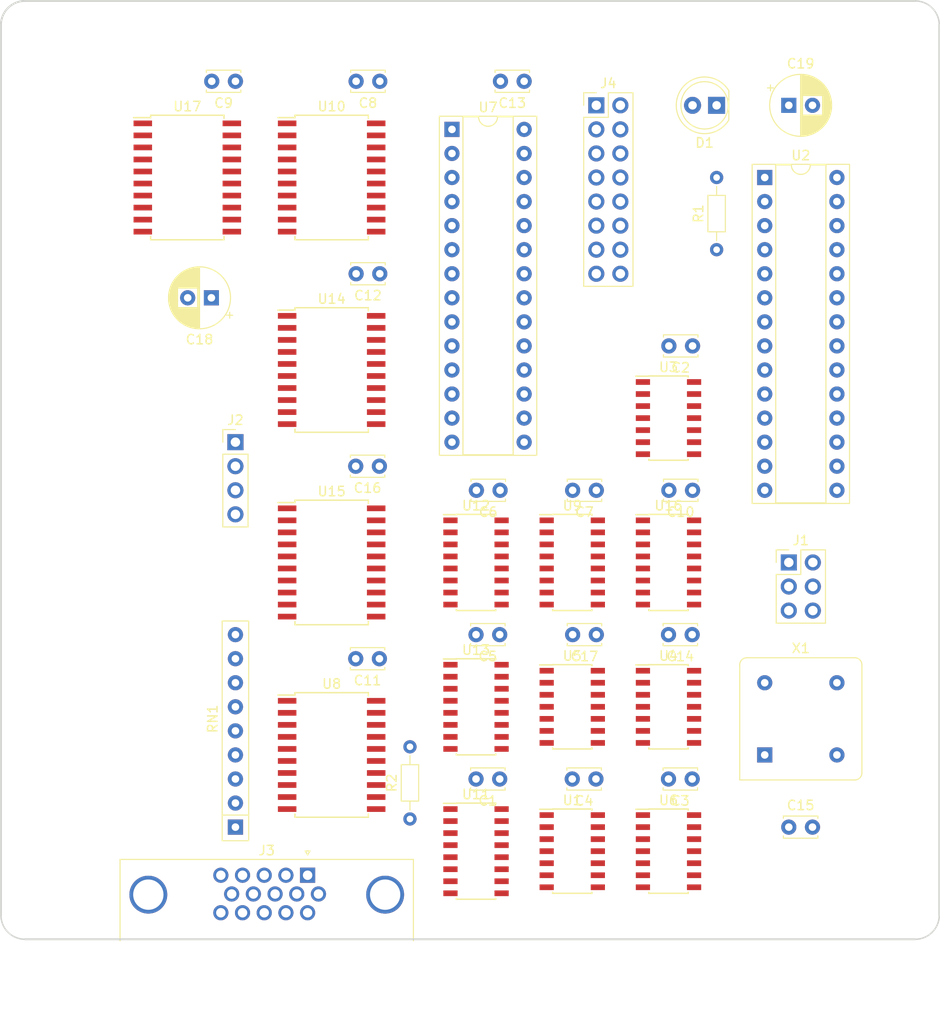
<source format=kicad_pcb>
(kicad_pcb (version 20171130) (host pcbnew 5.0.0-fee4fd1~65~ubuntu18.04.1)

  (general
    (thickness 1.6)
    (drawings 8)
    (tracks 0)
    (zones 0)
    (modules 45)
    (nets 82)
  )

  (page A4)
  (layers
    (0 F.Cu signal)
    (31 B.Cu signal)
    (32 B.Adhes user)
    (33 F.Adhes user)
    (34 B.Paste user)
    (35 F.Paste user)
    (36 B.SilkS user)
    (37 F.SilkS user)
    (38 B.Mask user)
    (39 F.Mask user)
    (40 Dwgs.User user)
    (41 Cmts.User user)
    (42 Eco1.User user)
    (43 Eco2.User user)
    (44 Edge.Cuts user)
    (45 Margin user)
    (46 B.CrtYd user)
    (47 F.CrtYd user)
    (48 B.Fab user)
    (49 F.Fab user)
  )

  (setup
    (last_trace_width 0.25)
    (trace_clearance 0.2)
    (zone_clearance 0.508)
    (zone_45_only no)
    (trace_min 0.2)
    (segment_width 0.2)
    (edge_width 0.15)
    (via_size 0.8)
    (via_drill 0.4)
    (via_min_size 0.4)
    (via_min_drill 0.3)
    (uvia_size 0.3)
    (uvia_drill 0.1)
    (uvias_allowed no)
    (uvia_min_size 0.2)
    (uvia_min_drill 0.1)
    (pcb_text_width 0.3)
    (pcb_text_size 1.5 1.5)
    (mod_edge_width 0.15)
    (mod_text_size 1 1)
    (mod_text_width 0.15)
    (pad_size 1.524 1.524)
    (pad_drill 0.762)
    (pad_to_mask_clearance 0.2)
    (aux_axis_origin 0 0)
    (visible_elements FFFFFF7F)
    (pcbplotparams
      (layerselection 0x010fc_ffffffff)
      (usegerberextensions false)
      (usegerberattributes false)
      (usegerberadvancedattributes false)
      (creategerberjobfile false)
      (excludeedgelayer true)
      (linewidth 0.100000)
      (plotframeref false)
      (viasonmask false)
      (mode 1)
      (useauxorigin false)
      (hpglpennumber 1)
      (hpglpenspeed 20)
      (hpglpendiameter 15.000000)
      (psnegative false)
      (psa4output false)
      (plotreference true)
      (plotvalue true)
      (plotinvisibletext false)
      (padsonsilk false)
      (subtractmaskfromsilk false)
      (outputformat 1)
      (mirror false)
      (drillshape 1)
      (scaleselection 1)
      (outputdirectory ""))
  )

  (net 0 "")
  (net 1 GND)
  (net 2 +5V)
  (net 3 "Net-(D1-Pad1)")
  (net 4 /MISO)
  (net 5 /SCK)
  (net 6 /MOSI)
  (net 7 /~ISPRST)
  (net 8 "Net-(R2-Pad2)")
  (net 9 /V7)
  (net 10 /V6)
  (net 11 /V5)
  (net 12 /V4)
  (net 13 /V3)
  (net 14 /V2)
  (net 15 /V1)
  (net 16 /V0)
  (net 17 "Net-(U1-Pad2)")
  (net 18 /DOTCLK)
  (net 19 /MCUCLK)
  (net 20 "Net-(U1-Pad8)")
  (net 21 /~HSYNC)
  (net 22 /~VSYNC)
  (net 23 /~VIS)
  (net 24 /~RSTCOUNT)
  (net 25 /CDOT2)
  (net 26 /CDOT1)
  (net 27 /EXTEN)
  (net 28 /~EXTWREN)
  (net 29 /CDOT0)
  (net 30 /C5)
  (net 31 /R0)
  (net 32 /VD4)
  (net 33 /R1)
  (net 34 /VD5)
  (net 35 /R2)
  (net 36 /VD6)
  (net 37 /R3)
  (net 38 /VD7)
  (net 39 /R4)
  (net 40 /R5)
  (net 41 /C0)
  (net 42 /R6)
  (net 43 /R7)
  (net 44 /C1)
  (net 45 /R8)
  (net 46 /C2)
  (net 47 /VD0)
  (net 48 /C3)
  (net 49 /VD1)
  (net 50 /C4)
  (net 51 /~CSTART)
  (net 52 "Net-(U4-Pad5)")
  (net 53 "Net-(J3-Pad1)")
  (net 54 /D0)
  (net 55 /D1)
  (net 56 /A0)
  (net 57 /D2)
  (net 58 /A1)
  (net 59 /D3)
  (net 60 /~RD)
  (net 61 /D4)
  (net 62 /~WR)
  (net 63 /D5)
  (net 64 /D6)
  (net 65 /D7)
  (net 66 /~VRAMWE)
  (net 67 /EXTWREN)
  (net 68 /VRAMWREN)
  (net 69 /VRAMOE)
  (net 70 /HSYNC)
  (net 71 /VSYNC)
  (net 72 /~VRAMOE)
  (net 73 /~EXTEN)
  (net 74 /WRPENDING)
  (net 75 /~VRAMWREN)
  (net 76 /~WRDATA)
  (net 77 /~WRLADDR)
  (net 78 "Net-(U12-Pad9)")
  (net 79 /~WRHADDR)
  (net 80 /VD3)
  (net 81 /VD2)

  (net_class Default "This is the default net class."
    (clearance 0.2)
    (trace_width 0.25)
    (via_dia 0.8)
    (via_drill 0.4)
    (uvia_dia 0.3)
    (uvia_drill 0.1)
    (add_net +5V)
    (add_net /A0)
    (add_net /A1)
    (add_net /C0)
    (add_net /C1)
    (add_net /C2)
    (add_net /C3)
    (add_net /C4)
    (add_net /C5)
    (add_net /CDOT0)
    (add_net /CDOT1)
    (add_net /CDOT2)
    (add_net /D0)
    (add_net /D1)
    (add_net /D2)
    (add_net /D3)
    (add_net /D4)
    (add_net /D5)
    (add_net /D6)
    (add_net /D7)
    (add_net /DOTCLK)
    (add_net /EXTEN)
    (add_net /EXTWREN)
    (add_net /HSYNC)
    (add_net /MCUCLK)
    (add_net /MISO)
    (add_net /MOSI)
    (add_net /R0)
    (add_net /R1)
    (add_net /R2)
    (add_net /R3)
    (add_net /R4)
    (add_net /R5)
    (add_net /R6)
    (add_net /R7)
    (add_net /R8)
    (add_net /SCK)
    (add_net /V0)
    (add_net /V1)
    (add_net /V2)
    (add_net /V3)
    (add_net /V4)
    (add_net /V5)
    (add_net /V6)
    (add_net /V7)
    (add_net /VD0)
    (add_net /VD1)
    (add_net /VD2)
    (add_net /VD3)
    (add_net /VD4)
    (add_net /VD5)
    (add_net /VD6)
    (add_net /VD7)
    (add_net /VRAMOE)
    (add_net /VRAMWREN)
    (add_net /VSYNC)
    (add_net /WRPENDING)
    (add_net /~CSTART)
    (add_net /~EXTEN)
    (add_net /~EXTWREN)
    (add_net /~HSYNC)
    (add_net /~ISPRST)
    (add_net /~RD)
    (add_net /~RSTCOUNT)
    (add_net /~VIS)
    (add_net /~VRAMOE)
    (add_net /~VRAMWE)
    (add_net /~VRAMWREN)
    (add_net /~VSYNC)
    (add_net /~WR)
    (add_net /~WRDATA)
    (add_net /~WRHADDR)
    (add_net /~WRLADDR)
    (add_net GND)
    (add_net "Net-(D1-Pad1)")
    (add_net "Net-(J3-Pad1)")
    (add_net "Net-(R2-Pad2)")
    (add_net "Net-(U1-Pad2)")
    (add_net "Net-(U1-Pad8)")
    (add_net "Net-(U12-Pad9)")
    (add_net "Net-(U4-Pad5)")
  )

  (module Capacitor_THT:C_Disc_D3.4mm_W2.1mm_P2.50mm (layer F.Cu) (tedit 5AE50EF0) (tstamp 5B604B27)
    (at 128.855 135.48 180)
    (descr "C, Disc series, Radial, pin pitch=2.50mm, , diameter*width=3.4*2.1mm^2, Capacitor, http://www.vishay.com/docs/45233/krseries.pdf")
    (tags "C Disc series Radial pin pitch 2.50mm  diameter 3.4mm width 2.1mm Capacitor")
    (path /5BC19E50)
    (fp_text reference C1 (at 1.25 -2.3 180) (layer F.SilkS)
      (effects (font (size 1 1) (thickness 0.15)))
    )
    (fp_text value 100n (at 1.25 2.3 180) (layer F.Fab)
      (effects (font (size 1 1) (thickness 0.15)))
    )
    (fp_text user %R (at 1.25 0 180) (layer F.Fab)
      (effects (font (size 0.68 0.68) (thickness 0.102)))
    )
    (fp_line (start 3.55 -1.3) (end -1.05 -1.3) (layer F.CrtYd) (width 0.05))
    (fp_line (start 3.55 1.3) (end 3.55 -1.3) (layer F.CrtYd) (width 0.05))
    (fp_line (start -1.05 1.3) (end 3.55 1.3) (layer F.CrtYd) (width 0.05))
    (fp_line (start -1.05 -1.3) (end -1.05 1.3) (layer F.CrtYd) (width 0.05))
    (fp_line (start 3.07 0.925) (end 3.07 1.17) (layer F.SilkS) (width 0.12))
    (fp_line (start 3.07 -1.17) (end 3.07 -0.925) (layer F.SilkS) (width 0.12))
    (fp_line (start -0.57 0.925) (end -0.57 1.17) (layer F.SilkS) (width 0.12))
    (fp_line (start -0.57 -1.17) (end -0.57 -0.925) (layer F.SilkS) (width 0.12))
    (fp_line (start -0.57 1.17) (end 3.07 1.17) (layer F.SilkS) (width 0.12))
    (fp_line (start -0.57 -1.17) (end 3.07 -1.17) (layer F.SilkS) (width 0.12))
    (fp_line (start 2.95 -1.05) (end -0.45 -1.05) (layer F.Fab) (width 0.1))
    (fp_line (start 2.95 1.05) (end 2.95 -1.05) (layer F.Fab) (width 0.1))
    (fp_line (start -0.45 1.05) (end 2.95 1.05) (layer F.Fab) (width 0.1))
    (fp_line (start -0.45 -1.05) (end -0.45 1.05) (layer F.Fab) (width 0.1))
    (pad 2 thru_hole circle (at 2.5 0 180) (size 1.6 1.6) (drill 0.8) (layers *.Cu *.Mask)
      (net 1 GND))
    (pad 1 thru_hole circle (at 0 0 180) (size 1.6 1.6) (drill 0.8) (layers *.Cu *.Mask)
      (net 2 +5V))
    (model ${KISYS3DMOD}/Capacitor_THT.3dshapes/C_Disc_D3.4mm_W2.1mm_P2.50mm.wrl
      (at (xyz 0 0 0))
      (scale (xyz 1 1 1))
      (rotate (xyz 0 0 0))
    )
  )

  (module Capacitor_THT:C_Disc_D3.4mm_W2.1mm_P2.50mm (layer F.Cu) (tedit 5AE50EF0) (tstamp 5B604ED8)
    (at 149.215 89.76 180)
    (descr "C, Disc series, Radial, pin pitch=2.50mm, , diameter*width=3.4*2.1mm^2, Capacitor, http://www.vishay.com/docs/45233/krseries.pdf")
    (tags "C Disc series Radial pin pitch 2.50mm  diameter 3.4mm width 2.1mm Capacitor")
    (path /5BC1A145)
    (fp_text reference C2 (at 1.25 -2.3 180) (layer F.SilkS)
      (effects (font (size 1 1) (thickness 0.15)))
    )
    (fp_text value 100n (at 1.25 2.3 180) (layer F.Fab)
      (effects (font (size 1 1) (thickness 0.15)))
    )
    (fp_line (start -0.45 -1.05) (end -0.45 1.05) (layer F.Fab) (width 0.1))
    (fp_line (start -0.45 1.05) (end 2.95 1.05) (layer F.Fab) (width 0.1))
    (fp_line (start 2.95 1.05) (end 2.95 -1.05) (layer F.Fab) (width 0.1))
    (fp_line (start 2.95 -1.05) (end -0.45 -1.05) (layer F.Fab) (width 0.1))
    (fp_line (start -0.57 -1.17) (end 3.07 -1.17) (layer F.SilkS) (width 0.12))
    (fp_line (start -0.57 1.17) (end 3.07 1.17) (layer F.SilkS) (width 0.12))
    (fp_line (start -0.57 -1.17) (end -0.57 -0.925) (layer F.SilkS) (width 0.12))
    (fp_line (start -0.57 0.925) (end -0.57 1.17) (layer F.SilkS) (width 0.12))
    (fp_line (start 3.07 -1.17) (end 3.07 -0.925) (layer F.SilkS) (width 0.12))
    (fp_line (start 3.07 0.925) (end 3.07 1.17) (layer F.SilkS) (width 0.12))
    (fp_line (start -1.05 -1.3) (end -1.05 1.3) (layer F.CrtYd) (width 0.05))
    (fp_line (start -1.05 1.3) (end 3.55 1.3) (layer F.CrtYd) (width 0.05))
    (fp_line (start 3.55 1.3) (end 3.55 -1.3) (layer F.CrtYd) (width 0.05))
    (fp_line (start 3.55 -1.3) (end -1.05 -1.3) (layer F.CrtYd) (width 0.05))
    (fp_text user %R (at 1.25 0 180) (layer F.Fab)
      (effects (font (size 0.68 0.68) (thickness 0.102)))
    )
    (pad 1 thru_hole circle (at 0 0 180) (size 1.6 1.6) (drill 0.8) (layers *.Cu *.Mask)
      (net 2 +5V))
    (pad 2 thru_hole circle (at 2.5 0 180) (size 1.6 1.6) (drill 0.8) (layers *.Cu *.Mask)
      (net 1 GND))
    (model ${KISYS3DMOD}/Capacitor_THT.3dshapes/C_Disc_D3.4mm_W2.1mm_P2.50mm.wrl
      (at (xyz 0 0 0))
      (scale (xyz 1 1 1))
      (rotate (xyz 0 0 0))
    )
  )

  (module Capacitor_THT:C_Disc_D3.4mm_W2.1mm_P2.50mm (layer F.Cu) (tedit 5AE50EF0) (tstamp 5B604E9C)
    (at 149.175 135.48 180)
    (descr "C, Disc series, Radial, pin pitch=2.50mm, , diameter*width=3.4*2.1mm^2, Capacitor, http://www.vishay.com/docs/45233/krseries.pdf")
    (tags "C Disc series Radial pin pitch 2.50mm  diameter 3.4mm width 2.1mm Capacitor")
    (path /5BC1A197)
    (fp_text reference C3 (at 1.25 -2.3 180) (layer F.SilkS)
      (effects (font (size 1 1) (thickness 0.15)))
    )
    (fp_text value 100n (at 1.25 2.3 180) (layer F.Fab)
      (effects (font (size 1 1) (thickness 0.15)))
    )
    (fp_text user %R (at 1.25 0 180) (layer F.Fab)
      (effects (font (size 0.68 0.68) (thickness 0.102)))
    )
    (fp_line (start 3.55 -1.3) (end -1.05 -1.3) (layer F.CrtYd) (width 0.05))
    (fp_line (start 3.55 1.3) (end 3.55 -1.3) (layer F.CrtYd) (width 0.05))
    (fp_line (start -1.05 1.3) (end 3.55 1.3) (layer F.CrtYd) (width 0.05))
    (fp_line (start -1.05 -1.3) (end -1.05 1.3) (layer F.CrtYd) (width 0.05))
    (fp_line (start 3.07 0.925) (end 3.07 1.17) (layer F.SilkS) (width 0.12))
    (fp_line (start 3.07 -1.17) (end 3.07 -0.925) (layer F.SilkS) (width 0.12))
    (fp_line (start -0.57 0.925) (end -0.57 1.17) (layer F.SilkS) (width 0.12))
    (fp_line (start -0.57 -1.17) (end -0.57 -0.925) (layer F.SilkS) (width 0.12))
    (fp_line (start -0.57 1.17) (end 3.07 1.17) (layer F.SilkS) (width 0.12))
    (fp_line (start -0.57 -1.17) (end 3.07 -1.17) (layer F.SilkS) (width 0.12))
    (fp_line (start 2.95 -1.05) (end -0.45 -1.05) (layer F.Fab) (width 0.1))
    (fp_line (start 2.95 1.05) (end 2.95 -1.05) (layer F.Fab) (width 0.1))
    (fp_line (start -0.45 1.05) (end 2.95 1.05) (layer F.Fab) (width 0.1))
    (fp_line (start -0.45 -1.05) (end -0.45 1.05) (layer F.Fab) (width 0.1))
    (pad 2 thru_hole circle (at 2.5 0 180) (size 1.6 1.6) (drill 0.8) (layers *.Cu *.Mask)
      (net 1 GND))
    (pad 1 thru_hole circle (at 0 0 180) (size 1.6 1.6) (drill 0.8) (layers *.Cu *.Mask)
      (net 2 +5V))
    (model ${KISYS3DMOD}/Capacitor_THT.3dshapes/C_Disc_D3.4mm_W2.1mm_P2.50mm.wrl
      (at (xyz 0 0 0))
      (scale (xyz 1 1 1))
      (rotate (xyz 0 0 0))
    )
  )

  (module Capacitor_THT:C_Disc_D3.4mm_W2.1mm_P2.50mm (layer F.Cu) (tedit 5AE50EF0) (tstamp 5B76188A)
    (at 139.015 135.48 180)
    (descr "C, Disc series, Radial, pin pitch=2.50mm, , diameter*width=3.4*2.1mm^2, Capacitor, http://www.vishay.com/docs/45233/krseries.pdf")
    (tags "C Disc series Radial pin pitch 2.50mm  diameter 3.4mm width 2.1mm Capacitor")
    (path /5BC1A1F1)
    (fp_text reference C4 (at 1.25 -2.3 180) (layer F.SilkS)
      (effects (font (size 1 1) (thickness 0.15)))
    )
    (fp_text value 100n (at 1.25 2.3 180) (layer F.Fab)
      (effects (font (size 1 1) (thickness 0.15)))
    )
    (fp_line (start -0.45 -1.05) (end -0.45 1.05) (layer F.Fab) (width 0.1))
    (fp_line (start -0.45 1.05) (end 2.95 1.05) (layer F.Fab) (width 0.1))
    (fp_line (start 2.95 1.05) (end 2.95 -1.05) (layer F.Fab) (width 0.1))
    (fp_line (start 2.95 -1.05) (end -0.45 -1.05) (layer F.Fab) (width 0.1))
    (fp_line (start -0.57 -1.17) (end 3.07 -1.17) (layer F.SilkS) (width 0.12))
    (fp_line (start -0.57 1.17) (end 3.07 1.17) (layer F.SilkS) (width 0.12))
    (fp_line (start -0.57 -1.17) (end -0.57 -0.925) (layer F.SilkS) (width 0.12))
    (fp_line (start -0.57 0.925) (end -0.57 1.17) (layer F.SilkS) (width 0.12))
    (fp_line (start 3.07 -1.17) (end 3.07 -0.925) (layer F.SilkS) (width 0.12))
    (fp_line (start 3.07 0.925) (end 3.07 1.17) (layer F.SilkS) (width 0.12))
    (fp_line (start -1.05 -1.3) (end -1.05 1.3) (layer F.CrtYd) (width 0.05))
    (fp_line (start -1.05 1.3) (end 3.55 1.3) (layer F.CrtYd) (width 0.05))
    (fp_line (start 3.55 1.3) (end 3.55 -1.3) (layer F.CrtYd) (width 0.05))
    (fp_line (start 3.55 -1.3) (end -1.05 -1.3) (layer F.CrtYd) (width 0.05))
    (fp_text user %R (at 1.25 0 180) (layer F.Fab)
      (effects (font (size 0.68 0.68) (thickness 0.102)))
    )
    (pad 1 thru_hole circle (at 0 0 180) (size 1.6 1.6) (drill 0.8) (layers *.Cu *.Mask)
      (net 2 +5V))
    (pad 2 thru_hole circle (at 2.5 0 180) (size 1.6 1.6) (drill 0.8) (layers *.Cu *.Mask)
      (net 1 GND))
    (model ${KISYS3DMOD}/Capacitor_THT.3dshapes/C_Disc_D3.4mm_W2.1mm_P2.50mm.wrl
      (at (xyz 0 0 0))
      (scale (xyz 1 1 1))
      (rotate (xyz 0 0 0))
    )
  )

  (module Capacitor_THT:CP_Radial_D6.3mm_P2.50mm (layer F.Cu) (tedit 5AE50EF0) (tstamp 5B604CBA)
    (at 98.415 84.68 180)
    (descr "CP, Radial series, Radial, pin pitch=2.50mm, , diameter=6.3mm, Electrolytic Capacitor")
    (tags "CP Radial series Radial pin pitch 2.50mm  diameter 6.3mm Electrolytic Capacitor")
    (path /5B75635A)
    (fp_text reference C18 (at 1.25 -4.4 180) (layer F.SilkS)
      (effects (font (size 1 1) (thickness 0.15)))
    )
    (fp_text value 10µ (at 1.25 4.4 180) (layer F.Fab)
      (effects (font (size 1 1) (thickness 0.15)))
    )
    (fp_circle (center 1.25 0) (end 4.4 0) (layer F.Fab) (width 0.1))
    (fp_circle (center 1.25 0) (end 4.52 0) (layer F.SilkS) (width 0.12))
    (fp_circle (center 1.25 0) (end 4.65 0) (layer F.CrtYd) (width 0.05))
    (fp_line (start -1.443972 -1.3735) (end -0.813972 -1.3735) (layer F.Fab) (width 0.1))
    (fp_line (start -1.128972 -1.6885) (end -1.128972 -1.0585) (layer F.Fab) (width 0.1))
    (fp_line (start 1.25 -3.23) (end 1.25 3.23) (layer F.SilkS) (width 0.12))
    (fp_line (start 1.29 -3.23) (end 1.29 3.23) (layer F.SilkS) (width 0.12))
    (fp_line (start 1.33 -3.23) (end 1.33 3.23) (layer F.SilkS) (width 0.12))
    (fp_line (start 1.37 -3.228) (end 1.37 3.228) (layer F.SilkS) (width 0.12))
    (fp_line (start 1.41 -3.227) (end 1.41 3.227) (layer F.SilkS) (width 0.12))
    (fp_line (start 1.45 -3.224) (end 1.45 3.224) (layer F.SilkS) (width 0.12))
    (fp_line (start 1.49 -3.222) (end 1.49 -1.04) (layer F.SilkS) (width 0.12))
    (fp_line (start 1.49 1.04) (end 1.49 3.222) (layer F.SilkS) (width 0.12))
    (fp_line (start 1.53 -3.218) (end 1.53 -1.04) (layer F.SilkS) (width 0.12))
    (fp_line (start 1.53 1.04) (end 1.53 3.218) (layer F.SilkS) (width 0.12))
    (fp_line (start 1.57 -3.215) (end 1.57 -1.04) (layer F.SilkS) (width 0.12))
    (fp_line (start 1.57 1.04) (end 1.57 3.215) (layer F.SilkS) (width 0.12))
    (fp_line (start 1.61 -3.211) (end 1.61 -1.04) (layer F.SilkS) (width 0.12))
    (fp_line (start 1.61 1.04) (end 1.61 3.211) (layer F.SilkS) (width 0.12))
    (fp_line (start 1.65 -3.206) (end 1.65 -1.04) (layer F.SilkS) (width 0.12))
    (fp_line (start 1.65 1.04) (end 1.65 3.206) (layer F.SilkS) (width 0.12))
    (fp_line (start 1.69 -3.201) (end 1.69 -1.04) (layer F.SilkS) (width 0.12))
    (fp_line (start 1.69 1.04) (end 1.69 3.201) (layer F.SilkS) (width 0.12))
    (fp_line (start 1.73 -3.195) (end 1.73 -1.04) (layer F.SilkS) (width 0.12))
    (fp_line (start 1.73 1.04) (end 1.73 3.195) (layer F.SilkS) (width 0.12))
    (fp_line (start 1.77 -3.189) (end 1.77 -1.04) (layer F.SilkS) (width 0.12))
    (fp_line (start 1.77 1.04) (end 1.77 3.189) (layer F.SilkS) (width 0.12))
    (fp_line (start 1.81 -3.182) (end 1.81 -1.04) (layer F.SilkS) (width 0.12))
    (fp_line (start 1.81 1.04) (end 1.81 3.182) (layer F.SilkS) (width 0.12))
    (fp_line (start 1.85 -3.175) (end 1.85 -1.04) (layer F.SilkS) (width 0.12))
    (fp_line (start 1.85 1.04) (end 1.85 3.175) (layer F.SilkS) (width 0.12))
    (fp_line (start 1.89 -3.167) (end 1.89 -1.04) (layer F.SilkS) (width 0.12))
    (fp_line (start 1.89 1.04) (end 1.89 3.167) (layer F.SilkS) (width 0.12))
    (fp_line (start 1.93 -3.159) (end 1.93 -1.04) (layer F.SilkS) (width 0.12))
    (fp_line (start 1.93 1.04) (end 1.93 3.159) (layer F.SilkS) (width 0.12))
    (fp_line (start 1.971 -3.15) (end 1.971 -1.04) (layer F.SilkS) (width 0.12))
    (fp_line (start 1.971 1.04) (end 1.971 3.15) (layer F.SilkS) (width 0.12))
    (fp_line (start 2.011 -3.141) (end 2.011 -1.04) (layer F.SilkS) (width 0.12))
    (fp_line (start 2.011 1.04) (end 2.011 3.141) (layer F.SilkS) (width 0.12))
    (fp_line (start 2.051 -3.131) (end 2.051 -1.04) (layer F.SilkS) (width 0.12))
    (fp_line (start 2.051 1.04) (end 2.051 3.131) (layer F.SilkS) (width 0.12))
    (fp_line (start 2.091 -3.121) (end 2.091 -1.04) (layer F.SilkS) (width 0.12))
    (fp_line (start 2.091 1.04) (end 2.091 3.121) (layer F.SilkS) (width 0.12))
    (fp_line (start 2.131 -3.11) (end 2.131 -1.04) (layer F.SilkS) (width 0.12))
    (fp_line (start 2.131 1.04) (end 2.131 3.11) (layer F.SilkS) (width 0.12))
    (fp_line (start 2.171 -3.098) (end 2.171 -1.04) (layer F.SilkS) (width 0.12))
    (fp_line (start 2.171 1.04) (end 2.171 3.098) (layer F.SilkS) (width 0.12))
    (fp_line (start 2.211 -3.086) (end 2.211 -1.04) (layer F.SilkS) (width 0.12))
    (fp_line (start 2.211 1.04) (end 2.211 3.086) (layer F.SilkS) (width 0.12))
    (fp_line (start 2.251 -3.074) (end 2.251 -1.04) (layer F.SilkS) (width 0.12))
    (fp_line (start 2.251 1.04) (end 2.251 3.074) (layer F.SilkS) (width 0.12))
    (fp_line (start 2.291 -3.061) (end 2.291 -1.04) (layer F.SilkS) (width 0.12))
    (fp_line (start 2.291 1.04) (end 2.291 3.061) (layer F.SilkS) (width 0.12))
    (fp_line (start 2.331 -3.047) (end 2.331 -1.04) (layer F.SilkS) (width 0.12))
    (fp_line (start 2.331 1.04) (end 2.331 3.047) (layer F.SilkS) (width 0.12))
    (fp_line (start 2.371 -3.033) (end 2.371 -1.04) (layer F.SilkS) (width 0.12))
    (fp_line (start 2.371 1.04) (end 2.371 3.033) (layer F.SilkS) (width 0.12))
    (fp_line (start 2.411 -3.018) (end 2.411 -1.04) (layer F.SilkS) (width 0.12))
    (fp_line (start 2.411 1.04) (end 2.411 3.018) (layer F.SilkS) (width 0.12))
    (fp_line (start 2.451 -3.002) (end 2.451 -1.04) (layer F.SilkS) (width 0.12))
    (fp_line (start 2.451 1.04) (end 2.451 3.002) (layer F.SilkS) (width 0.12))
    (fp_line (start 2.491 -2.986) (end 2.491 -1.04) (layer F.SilkS) (width 0.12))
    (fp_line (start 2.491 1.04) (end 2.491 2.986) (layer F.SilkS) (width 0.12))
    (fp_line (start 2.531 -2.97) (end 2.531 -1.04) (layer F.SilkS) (width 0.12))
    (fp_line (start 2.531 1.04) (end 2.531 2.97) (layer F.SilkS) (width 0.12))
    (fp_line (start 2.571 -2.952) (end 2.571 -1.04) (layer F.SilkS) (width 0.12))
    (fp_line (start 2.571 1.04) (end 2.571 2.952) (layer F.SilkS) (width 0.12))
    (fp_line (start 2.611 -2.934) (end 2.611 -1.04) (layer F.SilkS) (width 0.12))
    (fp_line (start 2.611 1.04) (end 2.611 2.934) (layer F.SilkS) (width 0.12))
    (fp_line (start 2.651 -2.916) (end 2.651 -1.04) (layer F.SilkS) (width 0.12))
    (fp_line (start 2.651 1.04) (end 2.651 2.916) (layer F.SilkS) (width 0.12))
    (fp_line (start 2.691 -2.896) (end 2.691 -1.04) (layer F.SilkS) (width 0.12))
    (fp_line (start 2.691 1.04) (end 2.691 2.896) (layer F.SilkS) (width 0.12))
    (fp_line (start 2.731 -2.876) (end 2.731 -1.04) (layer F.SilkS) (width 0.12))
    (fp_line (start 2.731 1.04) (end 2.731 2.876) (layer F.SilkS) (width 0.12))
    (fp_line (start 2.771 -2.856) (end 2.771 -1.04) (layer F.SilkS) (width 0.12))
    (fp_line (start 2.771 1.04) (end 2.771 2.856) (layer F.SilkS) (width 0.12))
    (fp_line (start 2.811 -2.834) (end 2.811 -1.04) (layer F.SilkS) (width 0.12))
    (fp_line (start 2.811 1.04) (end 2.811 2.834) (layer F.SilkS) (width 0.12))
    (fp_line (start 2.851 -2.812) (end 2.851 -1.04) (layer F.SilkS) (width 0.12))
    (fp_line (start 2.851 1.04) (end 2.851 2.812) (layer F.SilkS) (width 0.12))
    (fp_line (start 2.891 -2.79) (end 2.891 -1.04) (layer F.SilkS) (width 0.12))
    (fp_line (start 2.891 1.04) (end 2.891 2.79) (layer F.SilkS) (width 0.12))
    (fp_line (start 2.931 -2.766) (end 2.931 -1.04) (layer F.SilkS) (width 0.12))
    (fp_line (start 2.931 1.04) (end 2.931 2.766) (layer F.SilkS) (width 0.12))
    (fp_line (start 2.971 -2.742) (end 2.971 -1.04) (layer F.SilkS) (width 0.12))
    (fp_line (start 2.971 1.04) (end 2.971 2.742) (layer F.SilkS) (width 0.12))
    (fp_line (start 3.011 -2.716) (end 3.011 -1.04) (layer F.SilkS) (width 0.12))
    (fp_line (start 3.011 1.04) (end 3.011 2.716) (layer F.SilkS) (width 0.12))
    (fp_line (start 3.051 -2.69) (end 3.051 -1.04) (layer F.SilkS) (width 0.12))
    (fp_line (start 3.051 1.04) (end 3.051 2.69) (layer F.SilkS) (width 0.12))
    (fp_line (start 3.091 -2.664) (end 3.091 -1.04) (layer F.SilkS) (width 0.12))
    (fp_line (start 3.091 1.04) (end 3.091 2.664) (layer F.SilkS) (width 0.12))
    (fp_line (start 3.131 -2.636) (end 3.131 -1.04) (layer F.SilkS) (width 0.12))
    (fp_line (start 3.131 1.04) (end 3.131 2.636) (layer F.SilkS) (width 0.12))
    (fp_line (start 3.171 -2.607) (end 3.171 -1.04) (layer F.SilkS) (width 0.12))
    (fp_line (start 3.171 1.04) (end 3.171 2.607) (layer F.SilkS) (width 0.12))
    (fp_line (start 3.211 -2.578) (end 3.211 -1.04) (layer F.SilkS) (width 0.12))
    (fp_line (start 3.211 1.04) (end 3.211 2.578) (layer F.SilkS) (width 0.12))
    (fp_line (start 3.251 -2.548) (end 3.251 -1.04) (layer F.SilkS) (width 0.12))
    (fp_line (start 3.251 1.04) (end 3.251 2.548) (layer F.SilkS) (width 0.12))
    (fp_line (start 3.291 -2.516) (end 3.291 -1.04) (layer F.SilkS) (width 0.12))
    (fp_line (start 3.291 1.04) (end 3.291 2.516) (layer F.SilkS) (width 0.12))
    (fp_line (start 3.331 -2.484) (end 3.331 -1.04) (layer F.SilkS) (width 0.12))
    (fp_line (start 3.331 1.04) (end 3.331 2.484) (layer F.SilkS) (width 0.12))
    (fp_line (start 3.371 -2.45) (end 3.371 -1.04) (layer F.SilkS) (width 0.12))
    (fp_line (start 3.371 1.04) (end 3.371 2.45) (layer F.SilkS) (width 0.12))
    (fp_line (start 3.411 -2.416) (end 3.411 -1.04) (layer F.SilkS) (width 0.12))
    (fp_line (start 3.411 1.04) (end 3.411 2.416) (layer F.SilkS) (width 0.12))
    (fp_line (start 3.451 -2.38) (end 3.451 -1.04) (layer F.SilkS) (width 0.12))
    (fp_line (start 3.451 1.04) (end 3.451 2.38) (layer F.SilkS) (width 0.12))
    (fp_line (start 3.491 -2.343) (end 3.491 -1.04) (layer F.SilkS) (width 0.12))
    (fp_line (start 3.491 1.04) (end 3.491 2.343) (layer F.SilkS) (width 0.12))
    (fp_line (start 3.531 -2.305) (end 3.531 -1.04) (layer F.SilkS) (width 0.12))
    (fp_line (start 3.531 1.04) (end 3.531 2.305) (layer F.SilkS) (width 0.12))
    (fp_line (start 3.571 -2.265) (end 3.571 2.265) (layer F.SilkS) (width 0.12))
    (fp_line (start 3.611 -2.224) (end 3.611 2.224) (layer F.SilkS) (width 0.12))
    (fp_line (start 3.651 -2.182) (end 3.651 2.182) (layer F.SilkS) (width 0.12))
    (fp_line (start 3.691 -2.137) (end 3.691 2.137) (layer F.SilkS) (width 0.12))
    (fp_line (start 3.731 -2.092) (end 3.731 2.092) (layer F.SilkS) (width 0.12))
    (fp_line (start 3.771 -2.044) (end 3.771 2.044) (layer F.SilkS) (width 0.12))
    (fp_line (start 3.811 -1.995) (end 3.811 1.995) (layer F.SilkS) (width 0.12))
    (fp_line (start 3.851 -1.944) (end 3.851 1.944) (layer F.SilkS) (width 0.12))
    (fp_line (start 3.891 -1.89) (end 3.891 1.89) (layer F.SilkS) (width 0.12))
    (fp_line (start 3.931 -1.834) (end 3.931 1.834) (layer F.SilkS) (width 0.12))
    (fp_line (start 3.971 -1.776) (end 3.971 1.776) (layer F.SilkS) (width 0.12))
    (fp_line (start 4.011 -1.714) (end 4.011 1.714) (layer F.SilkS) (width 0.12))
    (fp_line (start 4.051 -1.65) (end 4.051 1.65) (layer F.SilkS) (width 0.12))
    (fp_line (start 4.091 -1.581) (end 4.091 1.581) (layer F.SilkS) (width 0.12))
    (fp_line (start 4.131 -1.509) (end 4.131 1.509) (layer F.SilkS) (width 0.12))
    (fp_line (start 4.171 -1.432) (end 4.171 1.432) (layer F.SilkS) (width 0.12))
    (fp_line (start 4.211 -1.35) (end 4.211 1.35) (layer F.SilkS) (width 0.12))
    (fp_line (start 4.251 -1.262) (end 4.251 1.262) (layer F.SilkS) (width 0.12))
    (fp_line (start 4.291 -1.165) (end 4.291 1.165) (layer F.SilkS) (width 0.12))
    (fp_line (start 4.331 -1.059) (end 4.331 1.059) (layer F.SilkS) (width 0.12))
    (fp_line (start 4.371 -0.94) (end 4.371 0.94) (layer F.SilkS) (width 0.12))
    (fp_line (start 4.411 -0.802) (end 4.411 0.802) (layer F.SilkS) (width 0.12))
    (fp_line (start 4.451 -0.633) (end 4.451 0.633) (layer F.SilkS) (width 0.12))
    (fp_line (start 4.491 -0.402) (end 4.491 0.402) (layer F.SilkS) (width 0.12))
    (fp_line (start -2.250241 -1.839) (end -1.620241 -1.839) (layer F.SilkS) (width 0.12))
    (fp_line (start -1.935241 -2.154) (end -1.935241 -1.524) (layer F.SilkS) (width 0.12))
    (fp_text user %R (at 1.25 0 180) (layer F.Fab)
      (effects (font (size 1 1) (thickness 0.15)))
    )
    (pad 1 thru_hole rect (at 0 0 180) (size 1.6 1.6) (drill 0.8) (layers *.Cu *.Mask)
      (net 2 +5V))
    (pad 2 thru_hole circle (at 2.5 0 180) (size 1.6 1.6) (drill 0.8) (layers *.Cu *.Mask)
      (net 1 GND))
    (model ${KISYS3DMOD}/Capacitor_THT.3dshapes/CP_Radial_D6.3mm_P2.50mm.wrl
      (at (xyz 0 0 0))
      (scale (xyz 1 1 1))
      (rotate (xyz 0 0 0))
    )
  )

  (module Capacitor_THT:CP_Radial_D6.3mm_P2.50mm (layer F.Cu) (tedit 5AE50EF0) (tstamp 5B75FAB8)
    (at 159.375 64.36)
    (descr "CP, Radial series, Radial, pin pitch=2.50mm, , diameter=6.3mm, Electrolytic Capacitor")
    (tags "CP Radial series Radial pin pitch 2.50mm  diameter 6.3mm Electrolytic Capacitor")
    (path /5B756451)
    (fp_text reference C19 (at 1.25 -4.4) (layer F.SilkS)
      (effects (font (size 1 1) (thickness 0.15)))
    )
    (fp_text value 100µ (at 1.25 4.4) (layer F.Fab)
      (effects (font (size 1 1) (thickness 0.15)))
    )
    (fp_text user %R (at 1.25 0) (layer F.Fab)
      (effects (font (size 1 1) (thickness 0.15)))
    )
    (fp_line (start -1.935241 -2.154) (end -1.935241 -1.524) (layer F.SilkS) (width 0.12))
    (fp_line (start -2.250241 -1.839) (end -1.620241 -1.839) (layer F.SilkS) (width 0.12))
    (fp_line (start 4.491 -0.402) (end 4.491 0.402) (layer F.SilkS) (width 0.12))
    (fp_line (start 4.451 -0.633) (end 4.451 0.633) (layer F.SilkS) (width 0.12))
    (fp_line (start 4.411 -0.802) (end 4.411 0.802) (layer F.SilkS) (width 0.12))
    (fp_line (start 4.371 -0.94) (end 4.371 0.94) (layer F.SilkS) (width 0.12))
    (fp_line (start 4.331 -1.059) (end 4.331 1.059) (layer F.SilkS) (width 0.12))
    (fp_line (start 4.291 -1.165) (end 4.291 1.165) (layer F.SilkS) (width 0.12))
    (fp_line (start 4.251 -1.262) (end 4.251 1.262) (layer F.SilkS) (width 0.12))
    (fp_line (start 4.211 -1.35) (end 4.211 1.35) (layer F.SilkS) (width 0.12))
    (fp_line (start 4.171 -1.432) (end 4.171 1.432) (layer F.SilkS) (width 0.12))
    (fp_line (start 4.131 -1.509) (end 4.131 1.509) (layer F.SilkS) (width 0.12))
    (fp_line (start 4.091 -1.581) (end 4.091 1.581) (layer F.SilkS) (width 0.12))
    (fp_line (start 4.051 -1.65) (end 4.051 1.65) (layer F.SilkS) (width 0.12))
    (fp_line (start 4.011 -1.714) (end 4.011 1.714) (layer F.SilkS) (width 0.12))
    (fp_line (start 3.971 -1.776) (end 3.971 1.776) (layer F.SilkS) (width 0.12))
    (fp_line (start 3.931 -1.834) (end 3.931 1.834) (layer F.SilkS) (width 0.12))
    (fp_line (start 3.891 -1.89) (end 3.891 1.89) (layer F.SilkS) (width 0.12))
    (fp_line (start 3.851 -1.944) (end 3.851 1.944) (layer F.SilkS) (width 0.12))
    (fp_line (start 3.811 -1.995) (end 3.811 1.995) (layer F.SilkS) (width 0.12))
    (fp_line (start 3.771 -2.044) (end 3.771 2.044) (layer F.SilkS) (width 0.12))
    (fp_line (start 3.731 -2.092) (end 3.731 2.092) (layer F.SilkS) (width 0.12))
    (fp_line (start 3.691 -2.137) (end 3.691 2.137) (layer F.SilkS) (width 0.12))
    (fp_line (start 3.651 -2.182) (end 3.651 2.182) (layer F.SilkS) (width 0.12))
    (fp_line (start 3.611 -2.224) (end 3.611 2.224) (layer F.SilkS) (width 0.12))
    (fp_line (start 3.571 -2.265) (end 3.571 2.265) (layer F.SilkS) (width 0.12))
    (fp_line (start 3.531 1.04) (end 3.531 2.305) (layer F.SilkS) (width 0.12))
    (fp_line (start 3.531 -2.305) (end 3.531 -1.04) (layer F.SilkS) (width 0.12))
    (fp_line (start 3.491 1.04) (end 3.491 2.343) (layer F.SilkS) (width 0.12))
    (fp_line (start 3.491 -2.343) (end 3.491 -1.04) (layer F.SilkS) (width 0.12))
    (fp_line (start 3.451 1.04) (end 3.451 2.38) (layer F.SilkS) (width 0.12))
    (fp_line (start 3.451 -2.38) (end 3.451 -1.04) (layer F.SilkS) (width 0.12))
    (fp_line (start 3.411 1.04) (end 3.411 2.416) (layer F.SilkS) (width 0.12))
    (fp_line (start 3.411 -2.416) (end 3.411 -1.04) (layer F.SilkS) (width 0.12))
    (fp_line (start 3.371 1.04) (end 3.371 2.45) (layer F.SilkS) (width 0.12))
    (fp_line (start 3.371 -2.45) (end 3.371 -1.04) (layer F.SilkS) (width 0.12))
    (fp_line (start 3.331 1.04) (end 3.331 2.484) (layer F.SilkS) (width 0.12))
    (fp_line (start 3.331 -2.484) (end 3.331 -1.04) (layer F.SilkS) (width 0.12))
    (fp_line (start 3.291 1.04) (end 3.291 2.516) (layer F.SilkS) (width 0.12))
    (fp_line (start 3.291 -2.516) (end 3.291 -1.04) (layer F.SilkS) (width 0.12))
    (fp_line (start 3.251 1.04) (end 3.251 2.548) (layer F.SilkS) (width 0.12))
    (fp_line (start 3.251 -2.548) (end 3.251 -1.04) (layer F.SilkS) (width 0.12))
    (fp_line (start 3.211 1.04) (end 3.211 2.578) (layer F.SilkS) (width 0.12))
    (fp_line (start 3.211 -2.578) (end 3.211 -1.04) (layer F.SilkS) (width 0.12))
    (fp_line (start 3.171 1.04) (end 3.171 2.607) (layer F.SilkS) (width 0.12))
    (fp_line (start 3.171 -2.607) (end 3.171 -1.04) (layer F.SilkS) (width 0.12))
    (fp_line (start 3.131 1.04) (end 3.131 2.636) (layer F.SilkS) (width 0.12))
    (fp_line (start 3.131 -2.636) (end 3.131 -1.04) (layer F.SilkS) (width 0.12))
    (fp_line (start 3.091 1.04) (end 3.091 2.664) (layer F.SilkS) (width 0.12))
    (fp_line (start 3.091 -2.664) (end 3.091 -1.04) (layer F.SilkS) (width 0.12))
    (fp_line (start 3.051 1.04) (end 3.051 2.69) (layer F.SilkS) (width 0.12))
    (fp_line (start 3.051 -2.69) (end 3.051 -1.04) (layer F.SilkS) (width 0.12))
    (fp_line (start 3.011 1.04) (end 3.011 2.716) (layer F.SilkS) (width 0.12))
    (fp_line (start 3.011 -2.716) (end 3.011 -1.04) (layer F.SilkS) (width 0.12))
    (fp_line (start 2.971 1.04) (end 2.971 2.742) (layer F.SilkS) (width 0.12))
    (fp_line (start 2.971 -2.742) (end 2.971 -1.04) (layer F.SilkS) (width 0.12))
    (fp_line (start 2.931 1.04) (end 2.931 2.766) (layer F.SilkS) (width 0.12))
    (fp_line (start 2.931 -2.766) (end 2.931 -1.04) (layer F.SilkS) (width 0.12))
    (fp_line (start 2.891 1.04) (end 2.891 2.79) (layer F.SilkS) (width 0.12))
    (fp_line (start 2.891 -2.79) (end 2.891 -1.04) (layer F.SilkS) (width 0.12))
    (fp_line (start 2.851 1.04) (end 2.851 2.812) (layer F.SilkS) (width 0.12))
    (fp_line (start 2.851 -2.812) (end 2.851 -1.04) (layer F.SilkS) (width 0.12))
    (fp_line (start 2.811 1.04) (end 2.811 2.834) (layer F.SilkS) (width 0.12))
    (fp_line (start 2.811 -2.834) (end 2.811 -1.04) (layer F.SilkS) (width 0.12))
    (fp_line (start 2.771 1.04) (end 2.771 2.856) (layer F.SilkS) (width 0.12))
    (fp_line (start 2.771 -2.856) (end 2.771 -1.04) (layer F.SilkS) (width 0.12))
    (fp_line (start 2.731 1.04) (end 2.731 2.876) (layer F.SilkS) (width 0.12))
    (fp_line (start 2.731 -2.876) (end 2.731 -1.04) (layer F.SilkS) (width 0.12))
    (fp_line (start 2.691 1.04) (end 2.691 2.896) (layer F.SilkS) (width 0.12))
    (fp_line (start 2.691 -2.896) (end 2.691 -1.04) (layer F.SilkS) (width 0.12))
    (fp_line (start 2.651 1.04) (end 2.651 2.916) (layer F.SilkS) (width 0.12))
    (fp_line (start 2.651 -2.916) (end 2.651 -1.04) (layer F.SilkS) (width 0.12))
    (fp_line (start 2.611 1.04) (end 2.611 2.934) (layer F.SilkS) (width 0.12))
    (fp_line (start 2.611 -2.934) (end 2.611 -1.04) (layer F.SilkS) (width 0.12))
    (fp_line (start 2.571 1.04) (end 2.571 2.952) (layer F.SilkS) (width 0.12))
    (fp_line (start 2.571 -2.952) (end 2.571 -1.04) (layer F.SilkS) (width 0.12))
    (fp_line (start 2.531 1.04) (end 2.531 2.97) (layer F.SilkS) (width 0.12))
    (fp_line (start 2.531 -2.97) (end 2.531 -1.04) (layer F.SilkS) (width 0.12))
    (fp_line (start 2.491 1.04) (end 2.491 2.986) (layer F.SilkS) (width 0.12))
    (fp_line (start 2.491 -2.986) (end 2.491 -1.04) (layer F.SilkS) (width 0.12))
    (fp_line (start 2.451 1.04) (end 2.451 3.002) (layer F.SilkS) (width 0.12))
    (fp_line (start 2.451 -3.002) (end 2.451 -1.04) (layer F.SilkS) (width 0.12))
    (fp_line (start 2.411 1.04) (end 2.411 3.018) (layer F.SilkS) (width 0.12))
    (fp_line (start 2.411 -3.018) (end 2.411 -1.04) (layer F.SilkS) (width 0.12))
    (fp_line (start 2.371 1.04) (end 2.371 3.033) (layer F.SilkS) (width 0.12))
    (fp_line (start 2.371 -3.033) (end 2.371 -1.04) (layer F.SilkS) (width 0.12))
    (fp_line (start 2.331 1.04) (end 2.331 3.047) (layer F.SilkS) (width 0.12))
    (fp_line (start 2.331 -3.047) (end 2.331 -1.04) (layer F.SilkS) (width 0.12))
    (fp_line (start 2.291 1.04) (end 2.291 3.061) (layer F.SilkS) (width 0.12))
    (fp_line (start 2.291 -3.061) (end 2.291 -1.04) (layer F.SilkS) (width 0.12))
    (fp_line (start 2.251 1.04) (end 2.251 3.074) (layer F.SilkS) (width 0.12))
    (fp_line (start 2.251 -3.074) (end 2.251 -1.04) (layer F.SilkS) (width 0.12))
    (fp_line (start 2.211 1.04) (end 2.211 3.086) (layer F.SilkS) (width 0.12))
    (fp_line (start 2.211 -3.086) (end 2.211 -1.04) (layer F.SilkS) (width 0.12))
    (fp_line (start 2.171 1.04) (end 2.171 3.098) (layer F.SilkS) (width 0.12))
    (fp_line (start 2.171 -3.098) (end 2.171 -1.04) (layer F.SilkS) (width 0.12))
    (fp_line (start 2.131 1.04) (end 2.131 3.11) (layer F.SilkS) (width 0.12))
    (fp_line (start 2.131 -3.11) (end 2.131 -1.04) (layer F.SilkS) (width 0.12))
    (fp_line (start 2.091 1.04) (end 2.091 3.121) (layer F.SilkS) (width 0.12))
    (fp_line (start 2.091 -3.121) (end 2.091 -1.04) (layer F.SilkS) (width 0.12))
    (fp_line (start 2.051 1.04) (end 2.051 3.131) (layer F.SilkS) (width 0.12))
    (fp_line (start 2.051 -3.131) (end 2.051 -1.04) (layer F.SilkS) (width 0.12))
    (fp_line (start 2.011 1.04) (end 2.011 3.141) (layer F.SilkS) (width 0.12))
    (fp_line (start 2.011 -3.141) (end 2.011 -1.04) (layer F.SilkS) (width 0.12))
    (fp_line (start 1.971 1.04) (end 1.971 3.15) (layer F.SilkS) (width 0.12))
    (fp_line (start 1.971 -3.15) (end 1.971 -1.04) (layer F.SilkS) (width 0.12))
    (fp_line (start 1.93 1.04) (end 1.93 3.159) (layer F.SilkS) (width 0.12))
    (fp_line (start 1.93 -3.159) (end 1.93 -1.04) (layer F.SilkS) (width 0.12))
    (fp_line (start 1.89 1.04) (end 1.89 3.167) (layer F.SilkS) (width 0.12))
    (fp_line (start 1.89 -3.167) (end 1.89 -1.04) (layer F.SilkS) (width 0.12))
    (fp_line (start 1.85 1.04) (end 1.85 3.175) (layer F.SilkS) (width 0.12))
    (fp_line (start 1.85 -3.175) (end 1.85 -1.04) (layer F.SilkS) (width 0.12))
    (fp_line (start 1.81 1.04) (end 1.81 3.182) (layer F.SilkS) (width 0.12))
    (fp_line (start 1.81 -3.182) (end 1.81 -1.04) (layer F.SilkS) (width 0.12))
    (fp_line (start 1.77 1.04) (end 1.77 3.189) (layer F.SilkS) (width 0.12))
    (fp_line (start 1.77 -3.189) (end 1.77 -1.04) (layer F.SilkS) (width 0.12))
    (fp_line (start 1.73 1.04) (end 1.73 3.195) (layer F.SilkS) (width 0.12))
    (fp_line (start 1.73 -3.195) (end 1.73 -1.04) (layer F.SilkS) (width 0.12))
    (fp_line (start 1.69 1.04) (end 1.69 3.201) (layer F.SilkS) (width 0.12))
    (fp_line (start 1.69 -3.201) (end 1.69 -1.04) (layer F.SilkS) (width 0.12))
    (fp_line (start 1.65 1.04) (end 1.65 3.206) (layer F.SilkS) (width 0.12))
    (fp_line (start 1.65 -3.206) (end 1.65 -1.04) (layer F.SilkS) (width 0.12))
    (fp_line (start 1.61 1.04) (end 1.61 3.211) (layer F.SilkS) (width 0.12))
    (fp_line (start 1.61 -3.211) (end 1.61 -1.04) (layer F.SilkS) (width 0.12))
    (fp_line (start 1.57 1.04) (end 1.57 3.215) (layer F.SilkS) (width 0.12))
    (fp_line (start 1.57 -3.215) (end 1.57 -1.04) (layer F.SilkS) (width 0.12))
    (fp_line (start 1.53 1.04) (end 1.53 3.218) (layer F.SilkS) (width 0.12))
    (fp_line (start 1.53 -3.218) (end 1.53 -1.04) (layer F.SilkS) (width 0.12))
    (fp_line (start 1.49 1.04) (end 1.49 3.222) (layer F.SilkS) (width 0.12))
    (fp_line (start 1.49 -3.222) (end 1.49 -1.04) (layer F.SilkS) (width 0.12))
    (fp_line (start 1.45 -3.224) (end 1.45 3.224) (layer F.SilkS) (width 0.12))
    (fp_line (start 1.41 -3.227) (end 1.41 3.227) (layer F.SilkS) (width 0.12))
    (fp_line (start 1.37 -3.228) (end 1.37 3.228) (layer F.SilkS) (width 0.12))
    (fp_line (start 1.33 -3.23) (end 1.33 3.23) (layer F.SilkS) (width 0.12))
    (fp_line (start 1.29 -3.23) (end 1.29 3.23) (layer F.SilkS) (width 0.12))
    (fp_line (start 1.25 -3.23) (end 1.25 3.23) (layer F.SilkS) (width 0.12))
    (fp_line (start -1.128972 -1.6885) (end -1.128972 -1.0585) (layer F.Fab) (width 0.1))
    (fp_line (start -1.443972 -1.3735) (end -0.813972 -1.3735) (layer F.Fab) (width 0.1))
    (fp_circle (center 1.25 0) (end 4.65 0) (layer F.CrtYd) (width 0.05))
    (fp_circle (center 1.25 0) (end 4.52 0) (layer F.SilkS) (width 0.12))
    (fp_circle (center 1.25 0) (end 4.4 0) (layer F.Fab) (width 0.1))
    (pad 2 thru_hole circle (at 2.5 0) (size 1.6 1.6) (drill 0.8) (layers *.Cu *.Mask)
      (net 1 GND))
    (pad 1 thru_hole rect (at 0 0) (size 1.6 1.6) (drill 0.8) (layers *.Cu *.Mask)
      (net 2 +5V))
    (model ${KISYS3DMOD}/Capacitor_THT.3dshapes/CP_Radial_D6.3mm_P2.50mm.wrl
      (at (xyz 0 0 0))
      (scale (xyz 1 1 1))
      (rotate (xyz 0 0 0))
    )
  )

  (module LED_THT:LED_D5.0mm (layer F.Cu) (tedit 5995936A) (tstamp 5B604938)
    (at 151.755 64.36 180)
    (descr "LED, diameter 5.0mm, 2 pins, http://cdn-reichelt.de/documents/datenblatt/A500/LL-504BC2E-009.pdf")
    (tags "LED diameter 5.0mm 2 pins")
    (path /5BACD7BD)
    (fp_text reference D1 (at 1.27 -3.96 180) (layer F.SilkS)
      (effects (font (size 1 1) (thickness 0.15)))
    )
    (fp_text value LED (at 1.27 3.96 180) (layer F.Fab)
      (effects (font (size 1 1) (thickness 0.15)))
    )
    (fp_arc (start 1.27 0) (end -1.23 -1.469694) (angle 299.1) (layer F.Fab) (width 0.1))
    (fp_arc (start 1.27 0) (end -1.29 -1.54483) (angle 148.9) (layer F.SilkS) (width 0.12))
    (fp_arc (start 1.27 0) (end -1.29 1.54483) (angle -148.9) (layer F.SilkS) (width 0.12))
    (fp_circle (center 1.27 0) (end 3.77 0) (layer F.Fab) (width 0.1))
    (fp_circle (center 1.27 0) (end 3.77 0) (layer F.SilkS) (width 0.12))
    (fp_line (start -1.23 -1.469694) (end -1.23 1.469694) (layer F.Fab) (width 0.1))
    (fp_line (start -1.29 -1.545) (end -1.29 1.545) (layer F.SilkS) (width 0.12))
    (fp_line (start -1.95 -3.25) (end -1.95 3.25) (layer F.CrtYd) (width 0.05))
    (fp_line (start -1.95 3.25) (end 4.5 3.25) (layer F.CrtYd) (width 0.05))
    (fp_line (start 4.5 3.25) (end 4.5 -3.25) (layer F.CrtYd) (width 0.05))
    (fp_line (start 4.5 -3.25) (end -1.95 -3.25) (layer F.CrtYd) (width 0.05))
    (fp_text user %R (at 1.25 0 180) (layer F.Fab)
      (effects (font (size 0.8 0.8) (thickness 0.2)))
    )
    (pad 1 thru_hole rect (at 0 0 180) (size 1.8 1.8) (drill 0.9) (layers *.Cu *.Mask)
      (net 3 "Net-(D1-Pad1)"))
    (pad 2 thru_hole circle (at 2.54 0 180) (size 1.8 1.8) (drill 0.9) (layers *.Cu *.Mask)
      (net 2 +5V))
    (model ${KISYS3DMOD}/LED_THT.3dshapes/LED_D5.0mm.wrl
      (at (xyz 0 0 0))
      (scale (xyz 1 1 1))
      (rotate (xyz 0 0 0))
    )
  )

  (module Connector_PinHeader_2.54mm:PinHeader_2x03_P2.54mm_Vertical (layer F.Cu) (tedit 59FED5CC) (tstamp 5B7617C6)
    (at 159.375 112.62)
    (descr "Through hole straight pin header, 2x03, 2.54mm pitch, double rows")
    (tags "Through hole pin header THT 2x03 2.54mm double row")
    (path /5B5422D5)
    (fp_text reference J1 (at 1.27 -2.33) (layer F.SilkS)
      (effects (font (size 1 1) (thickness 0.15)))
    )
    (fp_text value ISP (at 1.27 7.41) (layer F.Fab)
      (effects (font (size 1 1) (thickness 0.15)))
    )
    (fp_line (start 0 -1.27) (end 3.81 -1.27) (layer F.Fab) (width 0.1))
    (fp_line (start 3.81 -1.27) (end 3.81 6.35) (layer F.Fab) (width 0.1))
    (fp_line (start 3.81 6.35) (end -1.27 6.35) (layer F.Fab) (width 0.1))
    (fp_line (start -1.27 6.35) (end -1.27 0) (layer F.Fab) (width 0.1))
    (fp_line (start -1.27 0) (end 0 -1.27) (layer F.Fab) (width 0.1))
    (fp_line (start -1.33 6.41) (end 3.87 6.41) (layer F.SilkS) (width 0.12))
    (fp_line (start -1.33 1.27) (end -1.33 6.41) (layer F.SilkS) (width 0.12))
    (fp_line (start 3.87 -1.33) (end 3.87 6.41) (layer F.SilkS) (width 0.12))
    (fp_line (start -1.33 1.27) (end 1.27 1.27) (layer F.SilkS) (width 0.12))
    (fp_line (start 1.27 1.27) (end 1.27 -1.33) (layer F.SilkS) (width 0.12))
    (fp_line (start 1.27 -1.33) (end 3.87 -1.33) (layer F.SilkS) (width 0.12))
    (fp_line (start -1.33 0) (end -1.33 -1.33) (layer F.SilkS) (width 0.12))
    (fp_line (start -1.33 -1.33) (end 0 -1.33) (layer F.SilkS) (width 0.12))
    (fp_line (start -1.8 -1.8) (end -1.8 6.85) (layer F.CrtYd) (width 0.05))
    (fp_line (start -1.8 6.85) (end 4.35 6.85) (layer F.CrtYd) (width 0.05))
    (fp_line (start 4.35 6.85) (end 4.35 -1.8) (layer F.CrtYd) (width 0.05))
    (fp_line (start 4.35 -1.8) (end -1.8 -1.8) (layer F.CrtYd) (width 0.05))
    (fp_text user %R (at 1.27 2.54 90) (layer F.Fab)
      (effects (font (size 1 1) (thickness 0.15)))
    )
    (pad 1 thru_hole rect (at 0 0) (size 1.7 1.7) (drill 1) (layers *.Cu *.Mask)
      (net 4 /MISO))
    (pad 2 thru_hole oval (at 2.54 0) (size 1.7 1.7) (drill 1) (layers *.Cu *.Mask)
      (net 2 +5V))
    (pad 3 thru_hole oval (at 0 2.54) (size 1.7 1.7) (drill 1) (layers *.Cu *.Mask)
      (net 5 /SCK))
    (pad 4 thru_hole oval (at 2.54 2.54) (size 1.7 1.7) (drill 1) (layers *.Cu *.Mask)
      (net 6 /MOSI))
    (pad 5 thru_hole oval (at 0 5.08) (size 1.7 1.7) (drill 1) (layers *.Cu *.Mask)
      (net 7 /~ISPRST))
    (pad 6 thru_hole oval (at 2.54 5.08) (size 1.7 1.7) (drill 1) (layers *.Cu *.Mask)
      (net 1 GND))
    (model ${KISYS3DMOD}/Connector_PinHeader_2.54mm.3dshapes/PinHeader_2x03_P2.54mm_Vertical.wrl
      (at (xyz 0 0 0))
      (scale (xyz 1 1 1))
      (rotate (xyz 0 0 0))
    )
  )

  (module Resistor_THT:R_Array_SIP9 (layer F.Cu) (tedit 5A14249F) (tstamp 5B6048A0)
    (at 100.955 140.56 90)
    (descr "9-pin Resistor SIP pack")
    (tags R)
    (path /5B4E3197)
    (fp_text reference RN1 (at 11.43 -2.4 90) (layer F.SilkS)
      (effects (font (size 1 1) (thickness 0.15)))
    )
    (fp_text value R_Network08 (at 11.43 2.4 90) (layer F.Fab)
      (effects (font (size 1 1) (thickness 0.15)))
    )
    (fp_text user %R (at 10.16 0 90) (layer F.Fab)
      (effects (font (size 1 1) (thickness 0.15)))
    )
    (fp_line (start -1.29 -1.25) (end -1.29 1.25) (layer F.Fab) (width 0.1))
    (fp_line (start -1.29 1.25) (end 21.61 1.25) (layer F.Fab) (width 0.1))
    (fp_line (start 21.61 1.25) (end 21.61 -1.25) (layer F.Fab) (width 0.1))
    (fp_line (start 21.61 -1.25) (end -1.29 -1.25) (layer F.Fab) (width 0.1))
    (fp_line (start 1.27 -1.25) (end 1.27 1.25) (layer F.Fab) (width 0.1))
    (fp_line (start -1.44 -1.4) (end -1.44 1.4) (layer F.SilkS) (width 0.12))
    (fp_line (start -1.44 1.4) (end 21.76 1.4) (layer F.SilkS) (width 0.12))
    (fp_line (start 21.76 1.4) (end 21.76 -1.4) (layer F.SilkS) (width 0.12))
    (fp_line (start 21.76 -1.4) (end -1.44 -1.4) (layer F.SilkS) (width 0.12))
    (fp_line (start 1.27 -1.4) (end 1.27 1.4) (layer F.SilkS) (width 0.12))
    (fp_line (start -1.7 -1.65) (end -1.7 1.65) (layer F.CrtYd) (width 0.05))
    (fp_line (start -1.7 1.65) (end 22.05 1.65) (layer F.CrtYd) (width 0.05))
    (fp_line (start 22.05 1.65) (end 22.05 -1.65) (layer F.CrtYd) (width 0.05))
    (fp_line (start 22.05 -1.65) (end -1.7 -1.65) (layer F.CrtYd) (width 0.05))
    (pad 1 thru_hole rect (at 0 0 90) (size 1.6 1.6) (drill 0.8) (layers *.Cu *.Mask)
      (net 1 GND))
    (pad 2 thru_hole oval (at 2.54 0 90) (size 1.6 1.6) (drill 0.8) (layers *.Cu *.Mask)
      (net 9 /V7))
    (pad 3 thru_hole oval (at 5.08 0 90) (size 1.6 1.6) (drill 0.8) (layers *.Cu *.Mask)
      (net 10 /V6))
    (pad 4 thru_hole oval (at 7.62 0 90) (size 1.6 1.6) (drill 0.8) (layers *.Cu *.Mask)
      (net 11 /V5))
    (pad 5 thru_hole oval (at 10.16 0 90) (size 1.6 1.6) (drill 0.8) (layers *.Cu *.Mask)
      (net 12 /V4))
    (pad 6 thru_hole oval (at 12.7 0 90) (size 1.6 1.6) (drill 0.8) (layers *.Cu *.Mask)
      (net 13 /V3))
    (pad 7 thru_hole oval (at 15.24 0 90) (size 1.6 1.6) (drill 0.8) (layers *.Cu *.Mask)
      (net 14 /V2))
    (pad 8 thru_hole oval (at 17.78 0 90) (size 1.6 1.6) (drill 0.8) (layers *.Cu *.Mask)
      (net 15 /V1))
    (pad 9 thru_hole oval (at 20.32 0 90) (size 1.6 1.6) (drill 0.8) (layers *.Cu *.Mask)
      (net 16 /V0))
    (model ${KISYS3DMOD}/Resistor_THT.3dshapes/R_Array_SIP9.wrl
      (at (xyz 0 0 0))
      (scale (xyz 1 1 1))
      (rotate (xyz 0 0 0))
    )
  )

  (module Package_SO:SOIC-14_3.9x8.7mm_P1.27mm (layer F.Cu) (tedit 5A02F2D3) (tstamp 5B605102)
    (at 136.515 143.1)
    (descr "14-Lead Plastic Small Outline (SL) - Narrow, 3.90 mm Body [SOIC] (see Microchip Packaging Specification 00000049BS.pdf)")
    (tags "SOIC 1.27")
    (path /5B6A8DD1)
    (attr smd)
    (fp_text reference U1 (at 0 -5.375) (layer F.SilkS)
      (effects (font (size 1 1) (thickness 0.15)))
    )
    (fp_text value 74HC74 (at 0 5.375) (layer F.Fab)
      (effects (font (size 1 1) (thickness 0.15)))
    )
    (fp_text user %R (at 0 0) (layer F.Fab)
      (effects (font (size 0.9 0.9) (thickness 0.135)))
    )
    (fp_line (start -0.95 -4.35) (end 1.95 -4.35) (layer F.Fab) (width 0.15))
    (fp_line (start 1.95 -4.35) (end 1.95 4.35) (layer F.Fab) (width 0.15))
    (fp_line (start 1.95 4.35) (end -1.95 4.35) (layer F.Fab) (width 0.15))
    (fp_line (start -1.95 4.35) (end -1.95 -3.35) (layer F.Fab) (width 0.15))
    (fp_line (start -1.95 -3.35) (end -0.95 -4.35) (layer F.Fab) (width 0.15))
    (fp_line (start -3.7 -4.65) (end -3.7 4.65) (layer F.CrtYd) (width 0.05))
    (fp_line (start 3.7 -4.65) (end 3.7 4.65) (layer F.CrtYd) (width 0.05))
    (fp_line (start -3.7 -4.65) (end 3.7 -4.65) (layer F.CrtYd) (width 0.05))
    (fp_line (start -3.7 4.65) (end 3.7 4.65) (layer F.CrtYd) (width 0.05))
    (fp_line (start -2.075 -4.45) (end -2.075 -4.425) (layer F.SilkS) (width 0.15))
    (fp_line (start 2.075 -4.45) (end 2.075 -4.335) (layer F.SilkS) (width 0.15))
    (fp_line (start 2.075 4.45) (end 2.075 4.335) (layer F.SilkS) (width 0.15))
    (fp_line (start -2.075 4.45) (end -2.075 4.335) (layer F.SilkS) (width 0.15))
    (fp_line (start -2.075 -4.45) (end 2.075 -4.45) (layer F.SilkS) (width 0.15))
    (fp_line (start -2.075 4.45) (end 2.075 4.45) (layer F.SilkS) (width 0.15))
    (fp_line (start -2.075 -4.425) (end -3.45 -4.425) (layer F.SilkS) (width 0.15))
    (pad 1 smd rect (at -2.7 -3.81) (size 1.5 0.6) (layers F.Cu F.Paste F.Mask)
      (net 2 +5V))
    (pad 2 smd rect (at -2.7 -2.54) (size 1.5 0.6) (layers F.Cu F.Paste F.Mask)
      (net 17 "Net-(U1-Pad2)"))
    (pad 3 smd rect (at -2.7 -1.27) (size 1.5 0.6) (layers F.Cu F.Paste F.Mask)
      (net 18 /DOTCLK))
    (pad 4 smd rect (at -2.7 0) (size 1.5 0.6) (layers F.Cu F.Paste F.Mask)
      (net 2 +5V))
    (pad 5 smd rect (at -2.7 1.27) (size 1.5 0.6) (layers F.Cu F.Paste F.Mask)
      (net 19 /MCUCLK))
    (pad 6 smd rect (at -2.7 2.54) (size 1.5 0.6) (layers F.Cu F.Paste F.Mask)
      (net 17 "Net-(U1-Pad2)"))
    (pad 7 smd rect (at -2.7 3.81) (size 1.5 0.6) (layers F.Cu F.Paste F.Mask)
      (net 1 GND))
    (pad 8 smd rect (at 2.7 3.81) (size 1.5 0.6) (layers F.Cu F.Paste F.Mask)
      (net 20 "Net-(U1-Pad8)"))
    (pad 9 smd rect (at 2.7 2.54) (size 1.5 0.6) (layers F.Cu F.Paste F.Mask))
    (pad 10 smd rect (at 2.7 1.27) (size 1.5 0.6) (layers F.Cu F.Paste F.Mask)
      (net 2 +5V))
    (pad 11 smd rect (at 2.7 0) (size 1.5 0.6) (layers F.Cu F.Paste F.Mask)
      (net 21 /~HSYNC))
    (pad 12 smd rect (at 2.7 -1.27) (size 1.5 0.6) (layers F.Cu F.Paste F.Mask)
      (net 22 /~VSYNC))
    (pad 13 smd rect (at 2.7 -2.54) (size 1.5 0.6) (layers F.Cu F.Paste F.Mask)
      (net 2 +5V))
    (pad 14 smd rect (at 2.7 -3.81) (size 1.5 0.6) (layers F.Cu F.Paste F.Mask)
      (net 2 +5V))
    (model ${KISYS3DMOD}/Package_SO.3dshapes/SOIC-14_3.9x8.7mm_P1.27mm.wrl
      (at (xyz 0 0 0))
      (scale (xyz 1 1 1))
      (rotate (xyz 0 0 0))
    )
  )

  (module Package_SO:SOIC-14_3.9x8.7mm_P1.27mm (layer F.Cu) (tedit 5A02F2D3) (tstamp 5B6044E1)
    (at 146.675 97.38)
    (descr "14-Lead Plastic Small Outline (SL) - Narrow, 3.90 mm Body [SOIC] (see Microchip Packaging Specification 00000049BS.pdf)")
    (tags "SOIC 1.27")
    (path /5B84FD9E)
    (attr smd)
    (fp_text reference U3 (at 0 -5.375) (layer F.SilkS)
      (effects (font (size 1 1) (thickness 0.15)))
    )
    (fp_text value 74HC00 (at 0 5.375) (layer F.Fab)
      (effects (font (size 1 1) (thickness 0.15)))
    )
    (fp_line (start -2.075 -4.425) (end -3.45 -4.425) (layer F.SilkS) (width 0.15))
    (fp_line (start -2.075 4.45) (end 2.075 4.45) (layer F.SilkS) (width 0.15))
    (fp_line (start -2.075 -4.45) (end 2.075 -4.45) (layer F.SilkS) (width 0.15))
    (fp_line (start -2.075 4.45) (end -2.075 4.335) (layer F.SilkS) (width 0.15))
    (fp_line (start 2.075 4.45) (end 2.075 4.335) (layer F.SilkS) (width 0.15))
    (fp_line (start 2.075 -4.45) (end 2.075 -4.335) (layer F.SilkS) (width 0.15))
    (fp_line (start -2.075 -4.45) (end -2.075 -4.425) (layer F.SilkS) (width 0.15))
    (fp_line (start -3.7 4.65) (end 3.7 4.65) (layer F.CrtYd) (width 0.05))
    (fp_line (start -3.7 -4.65) (end 3.7 -4.65) (layer F.CrtYd) (width 0.05))
    (fp_line (start 3.7 -4.65) (end 3.7 4.65) (layer F.CrtYd) (width 0.05))
    (fp_line (start -3.7 -4.65) (end -3.7 4.65) (layer F.CrtYd) (width 0.05))
    (fp_line (start -1.95 -3.35) (end -0.95 -4.35) (layer F.Fab) (width 0.15))
    (fp_line (start -1.95 4.35) (end -1.95 -3.35) (layer F.Fab) (width 0.15))
    (fp_line (start 1.95 4.35) (end -1.95 4.35) (layer F.Fab) (width 0.15))
    (fp_line (start 1.95 -4.35) (end 1.95 4.35) (layer F.Fab) (width 0.15))
    (fp_line (start -0.95 -4.35) (end 1.95 -4.35) (layer F.Fab) (width 0.15))
    (fp_text user %R (at 0 0) (layer F.Fab)
      (effects (font (size 0.9 0.9) (thickness 0.135)))
    )
    (pad 14 smd rect (at 2.7 -3.81) (size 1.5 0.6) (layers F.Cu F.Paste F.Mask)
      (net 2 +5V))
    (pad 13 smd rect (at 2.7 -2.54) (size 1.5 0.6) (layers F.Cu F.Paste F.Mask))
    (pad 12 smd rect (at 2.7 -1.27) (size 1.5 0.6) (layers F.Cu F.Paste F.Mask))
    (pad 11 smd rect (at 2.7 0) (size 1.5 0.6) (layers F.Cu F.Paste F.Mask))
    (pad 10 smd rect (at 2.7 1.27) (size 1.5 0.6) (layers F.Cu F.Paste F.Mask)
      (net 22 /~VSYNC))
    (pad 9 smd rect (at 2.7 2.54) (size 1.5 0.6) (layers F.Cu F.Paste F.Mask)
      (net 20 "Net-(U1-Pad8)"))
    (pad 8 smd rect (at 2.7 3.81) (size 1.5 0.6) (layers F.Cu F.Paste F.Mask)
      (net 24 /~RSTCOUNT))
    (pad 7 smd rect (at -2.7 3.81) (size 1.5 0.6) (layers F.Cu F.Paste F.Mask)
      (net 1 GND))
    (pad 6 smd rect (at -2.7 2.54) (size 1.5 0.6) (layers F.Cu F.Paste F.Mask)
      (net 66 /~VRAMWE))
    (pad 5 smd rect (at -2.7 1.27) (size 1.5 0.6) (layers F.Cu F.Paste F.Mask)
      (net 67 /EXTWREN))
    (pad 4 smd rect (at -2.7 0) (size 1.5 0.6) (layers F.Cu F.Paste F.Mask)
      (net 68 /VRAMWREN))
    (pad 3 smd rect (at -2.7 -1.27) (size 1.5 0.6) (layers F.Cu F.Paste F.Mask)
      (net 69 /VRAMOE))
    (pad 2 smd rect (at -2.7 -2.54) (size 1.5 0.6) (layers F.Cu F.Paste F.Mask)
      (net 27 /EXTEN))
    (pad 1 smd rect (at -2.7 -3.81) (size 1.5 0.6) (layers F.Cu F.Paste F.Mask)
      (net 68 /VRAMWREN))
    (model ${KISYS3DMOD}/Package_SO.3dshapes/SOIC-14_3.9x8.7mm_P1.27mm.wrl
      (at (xyz 0 0 0))
      (scale (xyz 1 1 1))
      (rotate (xyz 0 0 0))
    )
  )

  (module Package_SO:SOIC-14_3.9x8.7mm_P1.27mm (layer F.Cu) (tedit 5A02F2D3) (tstamp 5B6046DF)
    (at 146.675 127.86)
    (descr "14-Lead Plastic Small Outline (SL) - Narrow, 3.90 mm Body [SOIC] (see Microchip Packaging Specification 00000049BS.pdf)")
    (tags "SOIC 1.27")
    (path /5BB01DFF)
    (attr smd)
    (fp_text reference U4 (at 0 -5.375) (layer F.SilkS)
      (effects (font (size 1 1) (thickness 0.15)))
    )
    (fp_text value 74HC04 (at 0 5.375) (layer F.Fab)
      (effects (font (size 1 1) (thickness 0.15)))
    )
    (fp_text user %R (at 0 0) (layer F.Fab)
      (effects (font (size 0.9 0.9) (thickness 0.135)))
    )
    (fp_line (start -0.95 -4.35) (end 1.95 -4.35) (layer F.Fab) (width 0.15))
    (fp_line (start 1.95 -4.35) (end 1.95 4.35) (layer F.Fab) (width 0.15))
    (fp_line (start 1.95 4.35) (end -1.95 4.35) (layer F.Fab) (width 0.15))
    (fp_line (start -1.95 4.35) (end -1.95 -3.35) (layer F.Fab) (width 0.15))
    (fp_line (start -1.95 -3.35) (end -0.95 -4.35) (layer F.Fab) (width 0.15))
    (fp_line (start -3.7 -4.65) (end -3.7 4.65) (layer F.CrtYd) (width 0.05))
    (fp_line (start 3.7 -4.65) (end 3.7 4.65) (layer F.CrtYd) (width 0.05))
    (fp_line (start -3.7 -4.65) (end 3.7 -4.65) (layer F.CrtYd) (width 0.05))
    (fp_line (start -3.7 4.65) (end 3.7 4.65) (layer F.CrtYd) (width 0.05))
    (fp_line (start -2.075 -4.45) (end -2.075 -4.425) (layer F.SilkS) (width 0.15))
    (fp_line (start 2.075 -4.45) (end 2.075 -4.335) (layer F.SilkS) (width 0.15))
    (fp_line (start 2.075 4.45) (end 2.075 4.335) (layer F.SilkS) (width 0.15))
    (fp_line (start -2.075 4.45) (end -2.075 4.335) (layer F.SilkS) (width 0.15))
    (fp_line (start -2.075 -4.45) (end 2.075 -4.45) (layer F.SilkS) (width 0.15))
    (fp_line (start -2.075 4.45) (end 2.075 4.45) (layer F.SilkS) (width 0.15))
    (fp_line (start -2.075 -4.425) (end -3.45 -4.425) (layer F.SilkS) (width 0.15))
    (pad 1 smd rect (at -2.7 -3.81) (size 1.5 0.6) (layers F.Cu F.Paste F.Mask)
      (net 21 /~HSYNC))
    (pad 2 smd rect (at -2.7 -2.54) (size 1.5 0.6) (layers F.Cu F.Paste F.Mask)
      (net 70 /HSYNC))
    (pad 3 smd rect (at -2.7 -1.27) (size 1.5 0.6) (layers F.Cu F.Paste F.Mask)
      (net 22 /~VSYNC))
    (pad 4 smd rect (at -2.7 0) (size 1.5 0.6) (layers F.Cu F.Paste F.Mask)
      (net 71 /VSYNC))
    (pad 5 smd rect (at -2.7 1.27) (size 1.5 0.6) (layers F.Cu F.Paste F.Mask)
      (net 52 "Net-(U4-Pad5)"))
    (pad 6 smd rect (at -2.7 2.54) (size 1.5 0.6) (layers F.Cu F.Paste F.Mask)
      (net 18 /DOTCLK))
    (pad 7 smd rect (at -2.7 3.81) (size 1.5 0.6) (layers F.Cu F.Paste F.Mask)
      (net 1 GND))
    (pad 8 smd rect (at 2.7 3.81) (size 1.5 0.6) (layers F.Cu F.Paste F.Mask)
      (net 72 /~VRAMOE))
    (pad 9 smd rect (at 2.7 2.54) (size 1.5 0.6) (layers F.Cu F.Paste F.Mask)
      (net 69 /VRAMOE))
    (pad 10 smd rect (at 2.7 1.27) (size 1.5 0.6) (layers F.Cu F.Paste F.Mask))
    (pad 11 smd rect (at 2.7 0) (size 1.5 0.6) (layers F.Cu F.Paste F.Mask))
    (pad 12 smd rect (at 2.7 -1.27) (size 1.5 0.6) (layers F.Cu F.Paste F.Mask))
    (pad 13 smd rect (at 2.7 -2.54) (size 1.5 0.6) (layers F.Cu F.Paste F.Mask))
    (pad 14 smd rect (at 2.7 -3.81) (size 1.5 0.6) (layers F.Cu F.Paste F.Mask)
      (net 2 +5V))
    (model ${KISYS3DMOD}/Package_SO.3dshapes/SOIC-14_3.9x8.7mm_P1.27mm.wrl
      (at (xyz 0 0 0))
      (scale (xyz 1 1 1))
      (rotate (xyz 0 0 0))
    )
  )

  (module Package_SO:SOIC-14_3.9x8.7mm_P1.27mm (layer F.Cu) (tedit 5A02F2D3) (tstamp 5B75F5A5)
    (at 136.515 127.86)
    (descr "14-Lead Plastic Small Outline (SL) - Narrow, 3.90 mm Body [SOIC] (see Microchip Packaging Specification 00000049BS.pdf)")
    (tags "SOIC 1.27")
    (path /5C1C6BD5)
    (attr smd)
    (fp_text reference U5 (at 0 -5.375) (layer F.SilkS)
      (effects (font (size 1 1) (thickness 0.15)))
    )
    (fp_text value 74HC74 (at 0 5.375) (layer F.Fab)
      (effects (font (size 1 1) (thickness 0.15)))
    )
    (fp_text user %R (at 0 0) (layer F.Fab)
      (effects (font (size 0.9 0.9) (thickness 0.135)))
    )
    (fp_line (start -0.95 -4.35) (end 1.95 -4.35) (layer F.Fab) (width 0.15))
    (fp_line (start 1.95 -4.35) (end 1.95 4.35) (layer F.Fab) (width 0.15))
    (fp_line (start 1.95 4.35) (end -1.95 4.35) (layer F.Fab) (width 0.15))
    (fp_line (start -1.95 4.35) (end -1.95 -3.35) (layer F.Fab) (width 0.15))
    (fp_line (start -1.95 -3.35) (end -0.95 -4.35) (layer F.Fab) (width 0.15))
    (fp_line (start -3.7 -4.65) (end -3.7 4.65) (layer F.CrtYd) (width 0.05))
    (fp_line (start 3.7 -4.65) (end 3.7 4.65) (layer F.CrtYd) (width 0.05))
    (fp_line (start -3.7 -4.65) (end 3.7 -4.65) (layer F.CrtYd) (width 0.05))
    (fp_line (start -3.7 4.65) (end 3.7 4.65) (layer F.CrtYd) (width 0.05))
    (fp_line (start -2.075 -4.45) (end -2.075 -4.425) (layer F.SilkS) (width 0.15))
    (fp_line (start 2.075 -4.45) (end 2.075 -4.335) (layer F.SilkS) (width 0.15))
    (fp_line (start 2.075 4.45) (end 2.075 4.335) (layer F.SilkS) (width 0.15))
    (fp_line (start -2.075 4.45) (end -2.075 4.335) (layer F.SilkS) (width 0.15))
    (fp_line (start -2.075 -4.45) (end 2.075 -4.45) (layer F.SilkS) (width 0.15))
    (fp_line (start -2.075 4.45) (end 2.075 4.45) (layer F.SilkS) (width 0.15))
    (fp_line (start -2.075 -4.425) (end -3.45 -4.425) (layer F.SilkS) (width 0.15))
    (pad 1 smd rect (at -2.7 -3.81) (size 1.5 0.6) (layers F.Cu F.Paste F.Mask)
      (net 2 +5V))
    (pad 2 smd rect (at -2.7 -2.54) (size 1.5 0.6) (layers F.Cu F.Paste F.Mask)
      (net 25 /CDOT2))
    (pad 3 smd rect (at -2.7 -1.27) (size 1.5 0.6) (layers F.Cu F.Paste F.Mask)
      (net 26 /CDOT1))
    (pad 4 smd rect (at -2.7 0) (size 1.5 0.6) (layers F.Cu F.Paste F.Mask)
      (net 2 +5V))
    (pad 5 smd rect (at -2.7 1.27) (size 1.5 0.6) (layers F.Cu F.Paste F.Mask)
      (net 73 /~EXTEN))
    (pad 6 smd rect (at -2.7 2.54) (size 1.5 0.6) (layers F.Cu F.Paste F.Mask)
      (net 27 /EXTEN))
    (pad 7 smd rect (at -2.7 3.81) (size 1.5 0.6) (layers F.Cu F.Paste F.Mask)
      (net 1 GND))
    (pad 8 smd rect (at 2.7 3.81) (size 1.5 0.6) (layers F.Cu F.Paste F.Mask)
      (net 28 /~EXTWREN))
    (pad 9 smd rect (at 2.7 2.54) (size 1.5 0.6) (layers F.Cu F.Paste F.Mask)
      (net 67 /EXTWREN))
    (pad 10 smd rect (at 2.7 1.27) (size 1.5 0.6) (layers F.Cu F.Paste F.Mask)
      (net 2 +5V))
    (pad 11 smd rect (at 2.7 0) (size 1.5 0.6) (layers F.Cu F.Paste F.Mask)
      (net 29 /CDOT0))
    (pad 12 smd rect (at 2.7 -1.27) (size 1.5 0.6) (layers F.Cu F.Paste F.Mask)
      (net 28 /~EXTWREN))
    (pad 13 smd rect (at 2.7 -2.54) (size 1.5 0.6) (layers F.Cu F.Paste F.Mask)
      (net 27 /EXTEN))
    (pad 14 smd rect (at 2.7 -3.81) (size 1.5 0.6) (layers F.Cu F.Paste F.Mask)
      (net 2 +5V))
    (model ${KISYS3DMOD}/Package_SO.3dshapes/SOIC-14_3.9x8.7mm_P1.27mm.wrl
      (at (xyz 0 0 0))
      (scale (xyz 1 1 1))
      (rotate (xyz 0 0 0))
    )
  )

  (module Package_SO:SOIC-16_3.9x9.9mm_P1.27mm (layer F.Cu) (tedit 5A02F2D3) (tstamp 5B604BDF)
    (at 136.515 112.62)
    (descr "16-Lead Plastic Small Outline (SL) - Narrow, 3.90 mm Body [SOIC] (see Microchip Packaging Specification 00000049BS.pdf)")
    (tags "SOIC 1.27")
    (path /5BDF80B5)
    (attr smd)
    (fp_text reference U9 (at 0 -6) (layer F.SilkS)
      (effects (font (size 1 1) (thickness 0.15)))
    )
    (fp_text value 74HC161 (at 0 6) (layer F.Fab)
      (effects (font (size 1 1) (thickness 0.15)))
    )
    (fp_line (start -2.075 -5.05) (end -3.45 -5.05) (layer F.SilkS) (width 0.15))
    (fp_line (start -2.075 5.075) (end 2.075 5.075) (layer F.SilkS) (width 0.15))
    (fp_line (start -2.075 -5.075) (end 2.075 -5.075) (layer F.SilkS) (width 0.15))
    (fp_line (start -2.075 5.075) (end -2.075 4.97) (layer F.SilkS) (width 0.15))
    (fp_line (start 2.075 5.075) (end 2.075 4.97) (layer F.SilkS) (width 0.15))
    (fp_line (start 2.075 -5.075) (end 2.075 -4.97) (layer F.SilkS) (width 0.15))
    (fp_line (start -2.075 -5.075) (end -2.075 -5.05) (layer F.SilkS) (width 0.15))
    (fp_line (start -3.7 5.25) (end 3.7 5.25) (layer F.CrtYd) (width 0.05))
    (fp_line (start -3.7 -5.25) (end 3.7 -5.25) (layer F.CrtYd) (width 0.05))
    (fp_line (start 3.7 -5.25) (end 3.7 5.25) (layer F.CrtYd) (width 0.05))
    (fp_line (start -3.7 -5.25) (end -3.7 5.25) (layer F.CrtYd) (width 0.05))
    (fp_line (start -1.95 -3.95) (end -0.95 -4.95) (layer F.Fab) (width 0.15))
    (fp_line (start -1.95 4.95) (end -1.95 -3.95) (layer F.Fab) (width 0.15))
    (fp_line (start 1.95 4.95) (end -1.95 4.95) (layer F.Fab) (width 0.15))
    (fp_line (start 1.95 -4.95) (end 1.95 4.95) (layer F.Fab) (width 0.15))
    (fp_line (start -0.95 -4.95) (end 1.95 -4.95) (layer F.Fab) (width 0.15))
    (fp_text user %R (at 0 0) (layer F.Fab)
      (effects (font (size 0.9 0.9) (thickness 0.135)))
    )
    (pad 16 smd rect (at 2.7 -4.445) (size 1.5 0.6) (layers F.Cu F.Paste F.Mask)
      (net 2 +5V))
    (pad 15 smd rect (at 2.7 -3.175) (size 1.5 0.6) (layers F.Cu F.Paste F.Mask))
    (pad 14 smd rect (at 2.7 -1.905) (size 1.5 0.6) (layers F.Cu F.Paste F.Mask)
      (net 29 /CDOT0))
    (pad 13 smd rect (at 2.7 -0.635) (size 1.5 0.6) (layers F.Cu F.Paste F.Mask)
      (net 26 /CDOT1))
    (pad 12 smd rect (at 2.7 0.635) (size 1.5 0.6) (layers F.Cu F.Paste F.Mask)
      (net 25 /CDOT2))
    (pad 11 smd rect (at 2.7 1.905) (size 1.5 0.6) (layers F.Cu F.Paste F.Mask)
      (net 51 /~CSTART))
    (pad 10 smd rect (at 2.7 3.175) (size 1.5 0.6) (layers F.Cu F.Paste F.Mask)
      (net 2 +5V))
    (pad 9 smd rect (at 2.7 4.445) (size 1.5 0.6) (layers F.Cu F.Paste F.Mask)
      (net 51 /~CSTART))
    (pad 8 smd rect (at -2.7 4.445) (size 1.5 0.6) (layers F.Cu F.Paste F.Mask)
      (net 1 GND))
    (pad 7 smd rect (at -2.7 3.175) (size 1.5 0.6) (layers F.Cu F.Paste F.Mask)
      (net 2 +5V))
    (pad 6 smd rect (at -2.7 1.905) (size 1.5 0.6) (layers F.Cu F.Paste F.Mask)
      (net 2 +5V))
    (pad 5 smd rect (at -2.7 0.635) (size 1.5 0.6) (layers F.Cu F.Paste F.Mask)
      (net 1 GND))
    (pad 4 smd rect (at -2.7 -0.635) (size 1.5 0.6) (layers F.Cu F.Paste F.Mask)
      (net 1 GND))
    (pad 3 smd rect (at -2.7 -1.905) (size 1.5 0.6) (layers F.Cu F.Paste F.Mask)
      (net 2 +5V))
    (pad 2 smd rect (at -2.7 -3.175) (size 1.5 0.6) (layers F.Cu F.Paste F.Mask)
      (net 18 /DOTCLK))
    (pad 1 smd rect (at -2.7 -4.445) (size 1.5 0.6) (layers F.Cu F.Paste F.Mask)
      (net 24 /~RSTCOUNT))
    (model ${KISYS3DMOD}/Package_SO.3dshapes/SOIC-16_3.9x9.9mm_P1.27mm.wrl
      (at (xyz 0 0 0))
      (scale (xyz 1 1 1))
      (rotate (xyz 0 0 0))
    )
  )

  (module Package_SO:SOIC-16_3.9x9.9mm_P1.27mm (layer F.Cu) (tedit 5A02F2D3) (tstamp 5B761036)
    (at 126.355 143.1)
    (descr "16-Lead Plastic Small Outline (SL) - Narrow, 3.90 mm Body [SOIC] (see Microchip Packaging Specification 00000049BS.pdf)")
    (tags "SOIC 1.27")
    (path /5D44B60E)
    (attr smd)
    (fp_text reference U11 (at 0 -6) (layer F.SilkS)
      (effects (font (size 1 1) (thickness 0.15)))
    )
    (fp_text value 74HC166 (at 0 6) (layer F.Fab)
      (effects (font (size 1 1) (thickness 0.15)))
    )
    (fp_text user %R (at 0 0) (layer F.Fab)
      (effects (font (size 0.9 0.9) (thickness 0.135)))
    )
    (fp_line (start -0.95 -4.95) (end 1.95 -4.95) (layer F.Fab) (width 0.15))
    (fp_line (start 1.95 -4.95) (end 1.95 4.95) (layer F.Fab) (width 0.15))
    (fp_line (start 1.95 4.95) (end -1.95 4.95) (layer F.Fab) (width 0.15))
    (fp_line (start -1.95 4.95) (end -1.95 -3.95) (layer F.Fab) (width 0.15))
    (fp_line (start -1.95 -3.95) (end -0.95 -4.95) (layer F.Fab) (width 0.15))
    (fp_line (start -3.7 -5.25) (end -3.7 5.25) (layer F.CrtYd) (width 0.05))
    (fp_line (start 3.7 -5.25) (end 3.7 5.25) (layer F.CrtYd) (width 0.05))
    (fp_line (start -3.7 -5.25) (end 3.7 -5.25) (layer F.CrtYd) (width 0.05))
    (fp_line (start -3.7 5.25) (end 3.7 5.25) (layer F.CrtYd) (width 0.05))
    (fp_line (start -2.075 -5.075) (end -2.075 -5.05) (layer F.SilkS) (width 0.15))
    (fp_line (start 2.075 -5.075) (end 2.075 -4.97) (layer F.SilkS) (width 0.15))
    (fp_line (start 2.075 5.075) (end 2.075 4.97) (layer F.SilkS) (width 0.15))
    (fp_line (start -2.075 5.075) (end -2.075 4.97) (layer F.SilkS) (width 0.15))
    (fp_line (start -2.075 -5.075) (end 2.075 -5.075) (layer F.SilkS) (width 0.15))
    (fp_line (start -2.075 5.075) (end 2.075 5.075) (layer F.SilkS) (width 0.15))
    (fp_line (start -2.075 -5.05) (end -3.45 -5.05) (layer F.SilkS) (width 0.15))
    (pad 1 smd rect (at -2.7 -4.445) (size 1.5 0.6) (layers F.Cu F.Paste F.Mask)
      (net 1 GND))
    (pad 2 smd rect (at -2.7 -3.175) (size 1.5 0.6) (layers F.Cu F.Paste F.Mask)
      (net 9 /V7))
    (pad 3 smd rect (at -2.7 -1.905) (size 1.5 0.6) (layers F.Cu F.Paste F.Mask)
      (net 10 /V6))
    (pad 4 smd rect (at -2.7 -0.635) (size 1.5 0.6) (layers F.Cu F.Paste F.Mask)
      (net 11 /V5))
    (pad 5 smd rect (at -2.7 0.635) (size 1.5 0.6) (layers F.Cu F.Paste F.Mask)
      (net 12 /V4))
    (pad 6 smd rect (at -2.7 1.905) (size 1.5 0.6) (layers F.Cu F.Paste F.Mask)
      (net 1 GND))
    (pad 7 smd rect (at -2.7 3.175) (size 1.5 0.6) (layers F.Cu F.Paste F.Mask)
      (net 18 /DOTCLK))
    (pad 8 smd rect (at -2.7 4.445) (size 1.5 0.6) (layers F.Cu F.Paste F.Mask)
      (net 1 GND))
    (pad 9 smd rect (at 2.7 4.445) (size 1.5 0.6) (layers F.Cu F.Paste F.Mask)
      (net 2 +5V))
    (pad 10 smd rect (at 2.7 3.175) (size 1.5 0.6) (layers F.Cu F.Paste F.Mask)
      (net 13 /V3))
    (pad 11 smd rect (at 2.7 1.905) (size 1.5 0.6) (layers F.Cu F.Paste F.Mask)
      (net 14 /V2))
    (pad 12 smd rect (at 2.7 0.635) (size 1.5 0.6) (layers F.Cu F.Paste F.Mask)
      (net 15 /V1))
    (pad 13 smd rect (at 2.7 -0.635) (size 1.5 0.6) (layers F.Cu F.Paste F.Mask)
      (net 8 "Net-(R2-Pad2)"))
    (pad 14 smd rect (at 2.7 -1.905) (size 1.5 0.6) (layers F.Cu F.Paste F.Mask)
      (net 16 /V0))
    (pad 15 smd rect (at 2.7 -3.175) (size 1.5 0.6) (layers F.Cu F.Paste F.Mask)
      (net 51 /~CSTART))
    (pad 16 smd rect (at 2.7 -4.445) (size 1.5 0.6) (layers F.Cu F.Paste F.Mask)
      (net 2 +5V))
    (model ${KISYS3DMOD}/Package_SO.3dshapes/SOIC-16_3.9x9.9mm_P1.27mm.wrl
      (at (xyz 0 0 0))
      (scale (xyz 1 1 1))
      (rotate (xyz 0 0 0))
    )
  )

  (module Oscillator:Oscillator_DIP-8 (layer F.Cu) (tedit 58CD3344) (tstamp 5B76252A)
    (at 156.835 132.94)
    (descr "Oscillator, DIP8,http://cdn-reichelt.de/documents/datenblatt/B400/OSZI.pdf")
    (tags oscillator)
    (path /5BBA5E4F)
    (fp_text reference X1 (at 3.81 -11.26) (layer F.SilkS)
      (effects (font (size 1 1) (thickness 0.15)))
    )
    (fp_text value DOTCLK (at 3.81 3.74) (layer F.Fab)
      (effects (font (size 1 1) (thickness 0.15)))
    )
    (fp_text user %R (at 3.81 -3.81) (layer F.Fab)
      (effects (font (size 1 1) (thickness 0.15)))
    )
    (fp_line (start 10.41 2.79) (end 10.41 -10.41) (layer F.CrtYd) (width 0.05))
    (fp_line (start 10.41 -10.41) (end -2.79 -10.41) (layer F.CrtYd) (width 0.05))
    (fp_line (start -2.79 -10.41) (end -2.79 2.79) (layer F.CrtYd) (width 0.05))
    (fp_line (start -2.79 2.79) (end 10.41 2.79) (layer F.CrtYd) (width 0.05))
    (fp_line (start 9.16 1.19) (end 9.16 -8.81) (layer F.Fab) (width 0.1))
    (fp_line (start -1.19 -9.16) (end 8.81 -9.16) (layer F.Fab) (width 0.1))
    (fp_line (start -1.54 1.54) (end -1.54 -8.81) (layer F.Fab) (width 0.1))
    (fp_line (start -1.54 1.54) (end 8.81 1.54) (layer F.Fab) (width 0.1))
    (fp_line (start -2.64 -9.51) (end -2.64 2.64) (layer F.SilkS) (width 0.12))
    (fp_line (start 9.51 -10.26) (end -1.89 -10.26) (layer F.SilkS) (width 0.12))
    (fp_line (start 10.26 1.89) (end 10.26 -9.51) (layer F.SilkS) (width 0.12))
    (fp_line (start -2.64 2.64) (end 9.51 2.64) (layer F.SilkS) (width 0.12))
    (fp_line (start -2.54 2.54) (end 9.51 2.54) (layer F.Fab) (width 0.1))
    (fp_line (start 10.16 -9.51) (end 10.16 1.89) (layer F.Fab) (width 0.1))
    (fp_line (start -1.89 -10.16) (end 9.51 -10.16) (layer F.Fab) (width 0.1))
    (fp_line (start -2.54 2.54) (end -2.54 -9.51) (layer F.Fab) (width 0.1))
    (fp_arc (start 8.81 1.19) (end 9.16 1.19) (angle 90) (layer F.Fab) (width 0.1))
    (fp_arc (start 8.81 -8.81) (end 8.81 -9.16) (angle 90) (layer F.Fab) (width 0.1))
    (fp_arc (start -1.19 -8.81) (end -1.54 -8.81) (angle 90) (layer F.Fab) (width 0.1))
    (fp_arc (start 9.51 1.89) (end 10.26 1.89) (angle 90) (layer F.SilkS) (width 0.12))
    (fp_arc (start 9.51 -9.51) (end 9.51 -10.26) (angle 90) (layer F.SilkS) (width 0.12))
    (fp_arc (start -1.89 -9.51) (end -2.64 -9.51) (angle 90) (layer F.SilkS) (width 0.12))
    (fp_arc (start 9.51 1.89) (end 10.16 1.89) (angle 90) (layer F.Fab) (width 0.1))
    (fp_arc (start 9.51 -9.51) (end 9.51 -10.16) (angle 90) (layer F.Fab) (width 0.1))
    (fp_arc (start -1.89 -9.51) (end -2.54 -9.51) (angle 90) (layer F.Fab) (width 0.1))
    (pad 1 thru_hole rect (at 0 0) (size 1.6 1.6) (drill 0.8) (layers *.Cu *.Mask)
      (net 2 +5V))
    (pad 8 thru_hole circle (at 0 -7.62) (size 1.6 1.6) (drill 0.8) (layers *.Cu *.Mask)
      (net 2 +5V))
    (pad 5 thru_hole circle (at 7.62 -7.62) (size 1.6 1.6) (drill 0.8) (layers *.Cu *.Mask)
      (net 52 "Net-(U4-Pad5)"))
    (pad 4 thru_hole circle (at 7.62 0) (size 1.6 1.6) (drill 0.8) (layers *.Cu *.Mask)
      (net 1 GND))
    (model ${KISYS3DMOD}/Oscillator.3dshapes/Oscillator_DIP-8.wrl
      (at (xyz 0 0 0))
      (scale (xyz 1 1 1))
      (rotate (xyz 0 0 0))
    )
  )

  (module Connector_PinHeader_2.54mm:PinHeader_1x04_P2.54mm_Vertical (layer F.Cu) (tedit 59FED5CC) (tstamp 5B7601E5)
    (at 100.955 99.92)
    (descr "Through hole straight pin header, 1x04, 2.54mm pitch, single row")
    (tags "Through hole pin header THT 1x04 2.54mm single row")
    (path /5BA039E7)
    (fp_text reference J2 (at 0 -2.33) (layer F.SilkS)
      (effects (font (size 1 1) (thickness 0.15)))
    )
    (fp_text value PWR (at 0 9.95) (layer F.Fab)
      (effects (font (size 1 1) (thickness 0.15)))
    )
    (fp_line (start -0.635 -1.27) (end 1.27 -1.27) (layer F.Fab) (width 0.1))
    (fp_line (start 1.27 -1.27) (end 1.27 8.89) (layer F.Fab) (width 0.1))
    (fp_line (start 1.27 8.89) (end -1.27 8.89) (layer F.Fab) (width 0.1))
    (fp_line (start -1.27 8.89) (end -1.27 -0.635) (layer F.Fab) (width 0.1))
    (fp_line (start -1.27 -0.635) (end -0.635 -1.27) (layer F.Fab) (width 0.1))
    (fp_line (start -1.33 8.95) (end 1.33 8.95) (layer F.SilkS) (width 0.12))
    (fp_line (start -1.33 1.27) (end -1.33 8.95) (layer F.SilkS) (width 0.12))
    (fp_line (start 1.33 1.27) (end 1.33 8.95) (layer F.SilkS) (width 0.12))
    (fp_line (start -1.33 1.27) (end 1.33 1.27) (layer F.SilkS) (width 0.12))
    (fp_line (start -1.33 0) (end -1.33 -1.33) (layer F.SilkS) (width 0.12))
    (fp_line (start -1.33 -1.33) (end 0 -1.33) (layer F.SilkS) (width 0.12))
    (fp_line (start -1.8 -1.8) (end -1.8 9.4) (layer F.CrtYd) (width 0.05))
    (fp_line (start -1.8 9.4) (end 1.8 9.4) (layer F.CrtYd) (width 0.05))
    (fp_line (start 1.8 9.4) (end 1.8 -1.8) (layer F.CrtYd) (width 0.05))
    (fp_line (start 1.8 -1.8) (end -1.8 -1.8) (layer F.CrtYd) (width 0.05))
    (fp_text user %R (at 0 3.81 90) (layer F.Fab)
      (effects (font (size 1 1) (thickness 0.15)))
    )
    (pad 1 thru_hole rect (at 0 0) (size 1.7 1.7) (drill 1) (layers *.Cu *.Mask)
      (net 2 +5V))
    (pad 2 thru_hole oval (at 0 2.54) (size 1.7 1.7) (drill 1) (layers *.Cu *.Mask)
      (net 1 GND))
    (pad 3 thru_hole oval (at 0 5.08) (size 1.7 1.7) (drill 1) (layers *.Cu *.Mask)
      (net 1 GND))
    (pad 4 thru_hole oval (at 0 7.62) (size 1.7 1.7) (drill 1) (layers *.Cu *.Mask)
      (net 2 +5V))
    (model ${KISYS3DMOD}/Connector_PinHeader_2.54mm.3dshapes/PinHeader_1x04_P2.54mm_Vertical.wrl
      (at (xyz 0 0 0))
      (scale (xyz 1 1 1))
      (rotate (xyz 0 0 0))
    )
  )

  (module Connector_PinHeader_2.54mm:PinHeader_2x08_P2.54mm_Vertical (layer F.Cu) (tedit 59FED5CC) (tstamp 5B74BBD3)
    (at 139.055 64.36)
    (descr "Through hole straight pin header, 2x08, 2.54mm pitch, double rows")
    (tags "Through hole pin header THT 2x08 2.54mm double row")
    (path /5B5538AA)
    (fp_text reference J4 (at 1.27 -2.33) (layer F.SilkS)
      (effects (font (size 1 1) (thickness 0.15)))
    )
    (fp_text value BUS (at 1.27 20.11) (layer F.Fab)
      (effects (font (size 1 1) (thickness 0.15)))
    )
    (fp_line (start 0 -1.27) (end 3.81 -1.27) (layer F.Fab) (width 0.1))
    (fp_line (start 3.81 -1.27) (end 3.81 19.05) (layer F.Fab) (width 0.1))
    (fp_line (start 3.81 19.05) (end -1.27 19.05) (layer F.Fab) (width 0.1))
    (fp_line (start -1.27 19.05) (end -1.27 0) (layer F.Fab) (width 0.1))
    (fp_line (start -1.27 0) (end 0 -1.27) (layer F.Fab) (width 0.1))
    (fp_line (start -1.33 19.11) (end 3.87 19.11) (layer F.SilkS) (width 0.12))
    (fp_line (start -1.33 1.27) (end -1.33 19.11) (layer F.SilkS) (width 0.12))
    (fp_line (start 3.87 -1.33) (end 3.87 19.11) (layer F.SilkS) (width 0.12))
    (fp_line (start -1.33 1.27) (end 1.27 1.27) (layer F.SilkS) (width 0.12))
    (fp_line (start 1.27 1.27) (end 1.27 -1.33) (layer F.SilkS) (width 0.12))
    (fp_line (start 1.27 -1.33) (end 3.87 -1.33) (layer F.SilkS) (width 0.12))
    (fp_line (start -1.33 0) (end -1.33 -1.33) (layer F.SilkS) (width 0.12))
    (fp_line (start -1.33 -1.33) (end 0 -1.33) (layer F.SilkS) (width 0.12))
    (fp_line (start -1.8 -1.8) (end -1.8 19.55) (layer F.CrtYd) (width 0.05))
    (fp_line (start -1.8 19.55) (end 4.35 19.55) (layer F.CrtYd) (width 0.05))
    (fp_line (start 4.35 19.55) (end 4.35 -1.8) (layer F.CrtYd) (width 0.05))
    (fp_line (start 4.35 -1.8) (end -1.8 -1.8) (layer F.CrtYd) (width 0.05))
    (fp_text user %R (at 1.27 8.89 90) (layer F.Fab)
      (effects (font (size 1 1) (thickness 0.15)))
    )
    (pad 1 thru_hole rect (at 0 0) (size 1.7 1.7) (drill 1) (layers *.Cu *.Mask)
      (net 54 /D0))
    (pad 2 thru_hole oval (at 2.54 0) (size 1.7 1.7) (drill 1) (layers *.Cu *.Mask)
      (net 2 +5V))
    (pad 3 thru_hole oval (at 0 2.54) (size 1.7 1.7) (drill 1) (layers *.Cu *.Mask)
      (net 55 /D1))
    (pad 4 thru_hole oval (at 2.54 2.54) (size 1.7 1.7) (drill 1) (layers *.Cu *.Mask)
      (net 56 /A0))
    (pad 5 thru_hole oval (at 0 5.08) (size 1.7 1.7) (drill 1) (layers *.Cu *.Mask)
      (net 57 /D2))
    (pad 6 thru_hole oval (at 2.54 5.08) (size 1.7 1.7) (drill 1) (layers *.Cu *.Mask)
      (net 58 /A1))
    (pad 7 thru_hole oval (at 0 7.62) (size 1.7 1.7) (drill 1) (layers *.Cu *.Mask)
      (net 59 /D3))
    (pad 8 thru_hole oval (at 2.54 7.62) (size 1.7 1.7) (drill 1) (layers *.Cu *.Mask)
      (net 60 /~RD))
    (pad 9 thru_hole oval (at 0 10.16) (size 1.7 1.7) (drill 1) (layers *.Cu *.Mask)
      (net 61 /D4))
    (pad 10 thru_hole oval (at 2.54 10.16) (size 1.7 1.7) (drill 1) (layers *.Cu *.Mask)
      (net 62 /~WR))
    (pad 11 thru_hole oval (at 0 12.7) (size 1.7 1.7) (drill 1) (layers *.Cu *.Mask)
      (net 63 /D5))
    (pad 12 thru_hole oval (at 2.54 12.7) (size 1.7 1.7) (drill 1) (layers *.Cu *.Mask)
      (net 1 GND))
    (pad 13 thru_hole oval (at 0 15.24) (size 1.7 1.7) (drill 1) (layers *.Cu *.Mask)
      (net 64 /D6))
    (pad 14 thru_hole oval (at 2.54 15.24) (size 1.7 1.7) (drill 1) (layers *.Cu *.Mask)
      (net 1 GND))
    (pad 15 thru_hole oval (at 0 17.78) (size 1.7 1.7) (drill 1) (layers *.Cu *.Mask)
      (net 65 /D7))
    (pad 16 thru_hole oval (at 2.54 17.78) (size 1.7 1.7) (drill 1) (layers *.Cu *.Mask)
      (net 1 GND))
    (model ${KISYS3DMOD}/Connector_PinHeader_2.54mm.3dshapes/PinHeader_2x08_P2.54mm_Vertical.wrl
      (at (xyz 0 0 0))
      (scale (xyz 1 1 1))
      (rotate (xyz 0 0 0))
    )
  )

  (module Package_SO:SOIC-14_3.9x8.7mm_P1.27mm (layer F.Cu) (tedit 5A02F2D3) (tstamp 5B74BBD4)
    (at 146.675 143.1)
    (descr "14-Lead Plastic Small Outline (SL) - Narrow, 3.90 mm Body [SOIC] (see Microchip Packaging Specification 00000049BS.pdf)")
    (tags "SOIC 1.27")
    (path /5B76ECB8)
    (attr smd)
    (fp_text reference U6 (at 0 -5.375) (layer F.SilkS)
      (effects (font (size 1 1) (thickness 0.15)))
    )
    (fp_text value 74HC74 (at 0 5.375) (layer F.Fab)
      (effects (font (size 1 1) (thickness 0.15)))
    )
    (fp_text user %R (at 0 0) (layer F.Fab)
      (effects (font (size 0.9 0.9) (thickness 0.135)))
    )
    (fp_line (start -0.95 -4.35) (end 1.95 -4.35) (layer F.Fab) (width 0.15))
    (fp_line (start 1.95 -4.35) (end 1.95 4.35) (layer F.Fab) (width 0.15))
    (fp_line (start 1.95 4.35) (end -1.95 4.35) (layer F.Fab) (width 0.15))
    (fp_line (start -1.95 4.35) (end -1.95 -3.35) (layer F.Fab) (width 0.15))
    (fp_line (start -1.95 -3.35) (end -0.95 -4.35) (layer F.Fab) (width 0.15))
    (fp_line (start -3.7 -4.65) (end -3.7 4.65) (layer F.CrtYd) (width 0.05))
    (fp_line (start 3.7 -4.65) (end 3.7 4.65) (layer F.CrtYd) (width 0.05))
    (fp_line (start -3.7 -4.65) (end 3.7 -4.65) (layer F.CrtYd) (width 0.05))
    (fp_line (start -3.7 4.65) (end 3.7 4.65) (layer F.CrtYd) (width 0.05))
    (fp_line (start -2.075 -4.45) (end -2.075 -4.425) (layer F.SilkS) (width 0.15))
    (fp_line (start 2.075 -4.45) (end 2.075 -4.335) (layer F.SilkS) (width 0.15))
    (fp_line (start 2.075 4.45) (end 2.075 4.335) (layer F.SilkS) (width 0.15))
    (fp_line (start -2.075 4.45) (end -2.075 4.335) (layer F.SilkS) (width 0.15))
    (fp_line (start -2.075 -4.45) (end 2.075 -4.45) (layer F.SilkS) (width 0.15))
    (fp_line (start -2.075 4.45) (end 2.075 4.45) (layer F.SilkS) (width 0.15))
    (fp_line (start -2.075 -4.425) (end -3.45 -4.425) (layer F.SilkS) (width 0.15))
    (pad 1 smd rect (at -2.7 -3.81) (size 1.5 0.6) (layers F.Cu F.Paste F.Mask)
      (net 2 +5V))
    (pad 2 smd rect (at -2.7 -2.54) (size 1.5 0.6) (layers F.Cu F.Paste F.Mask)
      (net 74 /WRPENDING))
    (pad 3 smd rect (at -2.7 -1.27) (size 1.5 0.6) (layers F.Cu F.Paste F.Mask)
      (net 27 /EXTEN))
    (pad 4 smd rect (at -2.7 0) (size 1.5 0.6) (layers F.Cu F.Paste F.Mask)
      (net 2 +5V))
    (pad 5 smd rect (at -2.7 1.27) (size 1.5 0.6) (layers F.Cu F.Paste F.Mask)
      (net 68 /VRAMWREN))
    (pad 6 smd rect (at -2.7 2.54) (size 1.5 0.6) (layers F.Cu F.Paste F.Mask)
      (net 75 /~VRAMWREN))
    (pad 7 smd rect (at -2.7 3.81) (size 1.5 0.6) (layers F.Cu F.Paste F.Mask)
      (net 1 GND))
    (pad 8 smd rect (at 2.7 3.81) (size 1.5 0.6) (layers F.Cu F.Paste F.Mask))
    (pad 9 smd rect (at 2.7 2.54) (size 1.5 0.6) (layers F.Cu F.Paste F.Mask)
      (net 74 /WRPENDING))
    (pad 10 smd rect (at 2.7 1.27) (size 1.5 0.6) (layers F.Cu F.Paste F.Mask)
      (net 2 +5V))
    (pad 11 smd rect (at 2.7 0) (size 1.5 0.6) (layers F.Cu F.Paste F.Mask)
      (net 76 /~WRDATA))
    (pad 12 smd rect (at 2.7 -1.27) (size 1.5 0.6) (layers F.Cu F.Paste F.Mask)
      (net 2 +5V))
    (pad 13 smd rect (at 2.7 -2.54) (size 1.5 0.6) (layers F.Cu F.Paste F.Mask)
      (net 75 /~VRAMWREN))
    (pad 14 smd rect (at 2.7 -3.81) (size 1.5 0.6) (layers F.Cu F.Paste F.Mask)
      (net 2 +5V))
    (model ${KISYS3DMOD}/Package_SO.3dshapes/SOIC-14_3.9x8.7mm_P1.27mm.wrl
      (at (xyz 0 0 0))
      (scale (xyz 1 1 1))
      (rotate (xyz 0 0 0))
    )
  )

  (module Package_DIP:DIP-28_W7.62mm_Socket (layer F.Cu) (tedit 5A02E8C5) (tstamp 5B74BBF6)
    (at 123.815 66.9)
    (descr "28-lead though-hole mounted DIP package, row spacing 7.62 mm (300 mils), Socket")
    (tags "THT DIP DIL PDIP 2.54mm 7.62mm 300mil Socket")
    (path /5B5773B6)
    (fp_text reference U7 (at 3.81 -2.33) (layer F.SilkS)
      (effects (font (size 1 1) (thickness 0.15)))
    )
    (fp_text value CY7C199 (at 3.81 35.35) (layer F.Fab)
      (effects (font (size 1 1) (thickness 0.15)))
    )
    (fp_arc (start 3.81 -1.33) (end 2.81 -1.33) (angle -180) (layer F.SilkS) (width 0.12))
    (fp_line (start 1.635 -1.27) (end 6.985 -1.27) (layer F.Fab) (width 0.1))
    (fp_line (start 6.985 -1.27) (end 6.985 34.29) (layer F.Fab) (width 0.1))
    (fp_line (start 6.985 34.29) (end 0.635 34.29) (layer F.Fab) (width 0.1))
    (fp_line (start 0.635 34.29) (end 0.635 -0.27) (layer F.Fab) (width 0.1))
    (fp_line (start 0.635 -0.27) (end 1.635 -1.27) (layer F.Fab) (width 0.1))
    (fp_line (start -1.27 -1.33) (end -1.27 34.35) (layer F.Fab) (width 0.1))
    (fp_line (start -1.27 34.35) (end 8.89 34.35) (layer F.Fab) (width 0.1))
    (fp_line (start 8.89 34.35) (end 8.89 -1.33) (layer F.Fab) (width 0.1))
    (fp_line (start 8.89 -1.33) (end -1.27 -1.33) (layer F.Fab) (width 0.1))
    (fp_line (start 2.81 -1.33) (end 1.16 -1.33) (layer F.SilkS) (width 0.12))
    (fp_line (start 1.16 -1.33) (end 1.16 34.35) (layer F.SilkS) (width 0.12))
    (fp_line (start 1.16 34.35) (end 6.46 34.35) (layer F.SilkS) (width 0.12))
    (fp_line (start 6.46 34.35) (end 6.46 -1.33) (layer F.SilkS) (width 0.12))
    (fp_line (start 6.46 -1.33) (end 4.81 -1.33) (layer F.SilkS) (width 0.12))
    (fp_line (start -1.33 -1.39) (end -1.33 34.41) (layer F.SilkS) (width 0.12))
    (fp_line (start -1.33 34.41) (end 8.95 34.41) (layer F.SilkS) (width 0.12))
    (fp_line (start 8.95 34.41) (end 8.95 -1.39) (layer F.SilkS) (width 0.12))
    (fp_line (start 8.95 -1.39) (end -1.33 -1.39) (layer F.SilkS) (width 0.12))
    (fp_line (start -1.55 -1.6) (end -1.55 34.65) (layer F.CrtYd) (width 0.05))
    (fp_line (start -1.55 34.65) (end 9.15 34.65) (layer F.CrtYd) (width 0.05))
    (fp_line (start 9.15 34.65) (end 9.15 -1.6) (layer F.CrtYd) (width 0.05))
    (fp_line (start 9.15 -1.6) (end -1.55 -1.6) (layer F.CrtYd) (width 0.05))
    (fp_text user %R (at 3.81 16.51) (layer F.Fab)
      (effects (font (size 1 1) (thickness 0.15)))
    )
    (pad 1 thru_hole rect (at 0 0) (size 1.6 1.6) (drill 0.8) (layers *.Cu *.Mask)
      (net 30 /C5))
    (pad 15 thru_hole oval (at 7.62 33.02) (size 1.6 1.6) (drill 0.8) (layers *.Cu *.Mask)
      (net 80 /VD3))
    (pad 2 thru_hole oval (at 0 2.54) (size 1.6 1.6) (drill 0.8) (layers *.Cu *.Mask)
      (net 31 /R0))
    (pad 16 thru_hole oval (at 7.62 30.48) (size 1.6 1.6) (drill 0.8) (layers *.Cu *.Mask)
      (net 32 /VD4))
    (pad 3 thru_hole oval (at 0 5.08) (size 1.6 1.6) (drill 0.8) (layers *.Cu *.Mask)
      (net 33 /R1))
    (pad 17 thru_hole oval (at 7.62 27.94) (size 1.6 1.6) (drill 0.8) (layers *.Cu *.Mask)
      (net 34 /VD5))
    (pad 4 thru_hole oval (at 0 7.62) (size 1.6 1.6) (drill 0.8) (layers *.Cu *.Mask)
      (net 35 /R2))
    (pad 18 thru_hole oval (at 7.62 25.4) (size 1.6 1.6) (drill 0.8) (layers *.Cu *.Mask)
      (net 36 /VD6))
    (pad 5 thru_hole oval (at 0 10.16) (size 1.6 1.6) (drill 0.8) (layers *.Cu *.Mask)
      (net 37 /R3))
    (pad 19 thru_hole oval (at 7.62 22.86) (size 1.6 1.6) (drill 0.8) (layers *.Cu *.Mask)
      (net 38 /VD7))
    (pad 6 thru_hole oval (at 0 12.7) (size 1.6 1.6) (drill 0.8) (layers *.Cu *.Mask)
      (net 39 /R4))
    (pad 20 thru_hole oval (at 7.62 20.32) (size 1.6 1.6) (drill 0.8) (layers *.Cu *.Mask)
      (net 1 GND))
    (pad 7 thru_hole oval (at 0 15.24) (size 1.6 1.6) (drill 0.8) (layers *.Cu *.Mask)
      (net 40 /R5))
    (pad 21 thru_hole oval (at 7.62 17.78) (size 1.6 1.6) (drill 0.8) (layers *.Cu *.Mask)
      (net 41 /C0))
    (pad 8 thru_hole oval (at 0 17.78) (size 1.6 1.6) (drill 0.8) (layers *.Cu *.Mask)
      (net 42 /R6))
    (pad 22 thru_hole oval (at 7.62 15.24) (size 1.6 1.6) (drill 0.8) (layers *.Cu *.Mask)
      (net 72 /~VRAMOE))
    (pad 9 thru_hole oval (at 0 20.32) (size 1.6 1.6) (drill 0.8) (layers *.Cu *.Mask)
      (net 43 /R7))
    (pad 23 thru_hole oval (at 7.62 12.7) (size 1.6 1.6) (drill 0.8) (layers *.Cu *.Mask)
      (net 44 /C1))
    (pad 10 thru_hole oval (at 0 22.86) (size 1.6 1.6) (drill 0.8) (layers *.Cu *.Mask)
      (net 45 /R8))
    (pad 24 thru_hole oval (at 7.62 10.16) (size 1.6 1.6) (drill 0.8) (layers *.Cu *.Mask)
      (net 46 /C2))
    (pad 11 thru_hole oval (at 0 25.4) (size 1.6 1.6) (drill 0.8) (layers *.Cu *.Mask)
      (net 47 /VD0))
    (pad 25 thru_hole oval (at 7.62 7.62) (size 1.6 1.6) (drill 0.8) (layers *.Cu *.Mask)
      (net 48 /C3))
    (pad 12 thru_hole oval (at 0 27.94) (size 1.6 1.6) (drill 0.8) (layers *.Cu *.Mask)
      (net 49 /VD1))
    (pad 26 thru_hole oval (at 7.62 5.08) (size 1.6 1.6) (drill 0.8) (layers *.Cu *.Mask)
      (net 50 /C4))
    (pad 13 thru_hole oval (at 0 30.48) (size 1.6 1.6) (drill 0.8) (layers *.Cu *.Mask)
      (net 81 /VD2))
    (pad 27 thru_hole oval (at 7.62 2.54) (size 1.6 1.6) (drill 0.8) (layers *.Cu *.Mask)
      (net 66 /~VRAMWE))
    (pad 14 thru_hole oval (at 0 33.02) (size 1.6 1.6) (drill 0.8) (layers *.Cu *.Mask)
      (net 1 GND))
    (pad 28 thru_hole oval (at 7.62 0) (size 1.6 1.6) (drill 0.8) (layers *.Cu *.Mask)
      (net 2 +5V))
    (model ${KISYS3DMOD}/Package_DIP.3dshapes/DIP-28_W7.62mm_Socket.wrl
      (at (xyz 0 0 0))
      (scale (xyz 1 1 1))
      (rotate (xyz 0 0 0))
    )
  )

  (module Package_SO:SOIC-20W_7.5x12.8mm_P1.27mm (layer F.Cu) (tedit 5A02F2D3) (tstamp 5B74BC2D)
    (at 111.115 132.94)
    (descr "20-Lead Plastic Small Outline (SO) - Wide, 7.50 mm Body [SOIC] (see Microchip Packaging Specification 00000049BS.pdf)")
    (tags "SOIC 1.27")
    (path /5B4BA7DA)
    (attr smd)
    (fp_text reference U8 (at 0 -7.5) (layer F.SilkS)
      (effects (font (size 1 1) (thickness 0.15)))
    )
    (fp_text value 74HC245 (at 0 7.5) (layer F.Fab)
      (effects (font (size 1 1) (thickness 0.15)))
    )
    (fp_text user %R (at 0 0) (layer F.Fab)
      (effects (font (size 1 1) (thickness 0.15)))
    )
    (fp_line (start -2.75 -6.4) (end 3.75 -6.4) (layer F.Fab) (width 0.15))
    (fp_line (start 3.75 -6.4) (end 3.75 6.4) (layer F.Fab) (width 0.15))
    (fp_line (start 3.75 6.4) (end -3.75 6.4) (layer F.Fab) (width 0.15))
    (fp_line (start -3.75 6.4) (end -3.75 -5.4) (layer F.Fab) (width 0.15))
    (fp_line (start -3.75 -5.4) (end -2.75 -6.4) (layer F.Fab) (width 0.15))
    (fp_line (start -5.95 -6.75) (end -5.95 6.75) (layer F.CrtYd) (width 0.05))
    (fp_line (start 5.95 -6.75) (end 5.95 6.75) (layer F.CrtYd) (width 0.05))
    (fp_line (start -5.95 -6.75) (end 5.95 -6.75) (layer F.CrtYd) (width 0.05))
    (fp_line (start -5.95 6.75) (end 5.95 6.75) (layer F.CrtYd) (width 0.05))
    (fp_line (start -3.875 -6.575) (end -3.875 -6.325) (layer F.SilkS) (width 0.15))
    (fp_line (start 3.875 -6.575) (end 3.875 -6.24) (layer F.SilkS) (width 0.15))
    (fp_line (start 3.875 6.575) (end 3.875 6.24) (layer F.SilkS) (width 0.15))
    (fp_line (start -3.875 6.575) (end -3.875 6.24) (layer F.SilkS) (width 0.15))
    (fp_line (start -3.875 -6.575) (end 3.875 -6.575) (layer F.SilkS) (width 0.15))
    (fp_line (start -3.875 6.575) (end 3.875 6.575) (layer F.SilkS) (width 0.15))
    (fp_line (start -3.875 -6.325) (end -5.675 -6.325) (layer F.SilkS) (width 0.15))
    (pad 1 smd rect (at -4.7 -5.715) (size 1.95 0.6) (layers F.Cu F.Paste F.Mask)
      (net 1 GND))
    (pad 2 smd rect (at -4.7 -4.445) (size 1.95 0.6) (layers F.Cu F.Paste F.Mask)
      (net 16 /V0))
    (pad 3 smd rect (at -4.7 -3.175) (size 1.95 0.6) (layers F.Cu F.Paste F.Mask)
      (net 15 /V1))
    (pad 4 smd rect (at -4.7 -1.905) (size 1.95 0.6) (layers F.Cu F.Paste F.Mask)
      (net 14 /V2))
    (pad 5 smd rect (at -4.7 -0.635) (size 1.95 0.6) (layers F.Cu F.Paste F.Mask)
      (net 13 /V3))
    (pad 6 smd rect (at -4.7 0.635) (size 1.95 0.6) (layers F.Cu F.Paste F.Mask)
      (net 12 /V4))
    (pad 7 smd rect (at -4.7 1.905) (size 1.95 0.6) (layers F.Cu F.Paste F.Mask)
      (net 11 /V5))
    (pad 8 smd rect (at -4.7 3.175) (size 1.95 0.6) (layers F.Cu F.Paste F.Mask)
      (net 10 /V6))
    (pad 9 smd rect (at -4.7 4.445) (size 1.95 0.6) (layers F.Cu F.Paste F.Mask)
      (net 9 /V7))
    (pad 10 smd rect (at -4.7 5.715) (size 1.95 0.6) (layers F.Cu F.Paste F.Mask)
      (net 1 GND))
    (pad 11 smd rect (at 4.7 5.715) (size 1.95 0.6) (layers F.Cu F.Paste F.Mask)
      (net 38 /VD7))
    (pad 12 smd rect (at 4.7 4.445) (size 1.95 0.6) (layers F.Cu F.Paste F.Mask)
      (net 36 /VD6))
    (pad 13 smd rect (at 4.7 3.175) (size 1.95 0.6) (layers F.Cu F.Paste F.Mask)
      (net 34 /VD5))
    (pad 14 smd rect (at 4.7 1.905) (size 1.95 0.6) (layers F.Cu F.Paste F.Mask)
      (net 32 /VD4))
    (pad 15 smd rect (at 4.7 0.635) (size 1.95 0.6) (layers F.Cu F.Paste F.Mask)
      (net 80 /VD3))
    (pad 16 smd rect (at 4.7 -0.635) (size 1.95 0.6) (layers F.Cu F.Paste F.Mask)
      (net 81 /VD2))
    (pad 17 smd rect (at 4.7 -1.905) (size 1.95 0.6) (layers F.Cu F.Paste F.Mask)
      (net 49 /VD1))
    (pad 18 smd rect (at 4.7 -3.175) (size 1.95 0.6) (layers F.Cu F.Paste F.Mask)
      (net 47 /VD0))
    (pad 19 smd rect (at 4.7 -4.445) (size 1.95 0.6) (layers F.Cu F.Paste F.Mask)
      (net 23 /~VIS))
    (pad 20 smd rect (at 4.7 -5.715) (size 1.95 0.6) (layers F.Cu F.Paste F.Mask)
      (net 2 +5V))
    (model ${KISYS3DMOD}/Package_SO.3dshapes/SOIC-20W_7.5x12.8mm_P1.27mm.wrl
      (at (xyz 0 0 0))
      (scale (xyz 1 1 1))
      (rotate (xyz 0 0 0))
    )
  )

  (module Package_SO:SOIC-20W_7.5x12.8mm_P1.27mm (layer F.Cu) (tedit 5A02F2D3) (tstamp 5B74BC55)
    (at 111.115 71.98)
    (descr "20-Lead Plastic Small Outline (SO) - Wide, 7.50 mm Body [SOIC] (see Microchip Packaging Specification 00000049BS.pdf)")
    (tags "SOIC 1.27")
    (path /5BB0DFB8)
    (attr smd)
    (fp_text reference U10 (at 0 -7.5) (layer F.SilkS)
      (effects (font (size 1 1) (thickness 0.15)))
    )
    (fp_text value 74HC574 (at 0 7.5) (layer F.Fab)
      (effects (font (size 1 1) (thickness 0.15)))
    )
    (fp_text user %R (at 0 0) (layer F.Fab)
      (effects (font (size 1 1) (thickness 0.15)))
    )
    (fp_line (start -2.75 -6.4) (end 3.75 -6.4) (layer F.Fab) (width 0.15))
    (fp_line (start 3.75 -6.4) (end 3.75 6.4) (layer F.Fab) (width 0.15))
    (fp_line (start 3.75 6.4) (end -3.75 6.4) (layer F.Fab) (width 0.15))
    (fp_line (start -3.75 6.4) (end -3.75 -5.4) (layer F.Fab) (width 0.15))
    (fp_line (start -3.75 -5.4) (end -2.75 -6.4) (layer F.Fab) (width 0.15))
    (fp_line (start -5.95 -6.75) (end -5.95 6.75) (layer F.CrtYd) (width 0.05))
    (fp_line (start 5.95 -6.75) (end 5.95 6.75) (layer F.CrtYd) (width 0.05))
    (fp_line (start -5.95 -6.75) (end 5.95 -6.75) (layer F.CrtYd) (width 0.05))
    (fp_line (start -5.95 6.75) (end 5.95 6.75) (layer F.CrtYd) (width 0.05))
    (fp_line (start -3.875 -6.575) (end -3.875 -6.325) (layer F.SilkS) (width 0.15))
    (fp_line (start 3.875 -6.575) (end 3.875 -6.24) (layer F.SilkS) (width 0.15))
    (fp_line (start 3.875 6.575) (end 3.875 6.24) (layer F.SilkS) (width 0.15))
    (fp_line (start -3.875 6.575) (end -3.875 6.24) (layer F.SilkS) (width 0.15))
    (fp_line (start -3.875 -6.575) (end 3.875 -6.575) (layer F.SilkS) (width 0.15))
    (fp_line (start -3.875 6.575) (end 3.875 6.575) (layer F.SilkS) (width 0.15))
    (fp_line (start -3.875 -6.325) (end -5.675 -6.325) (layer F.SilkS) (width 0.15))
    (pad 1 smd rect (at -4.7 -5.715) (size 1.95 0.6) (layers F.Cu F.Paste F.Mask)
      (net 73 /~EXTEN))
    (pad 2 smd rect (at -4.7 -4.445) (size 1.95 0.6) (layers F.Cu F.Paste F.Mask)
      (net 54 /D0))
    (pad 3 smd rect (at -4.7 -3.175) (size 1.95 0.6) (layers F.Cu F.Paste F.Mask)
      (net 55 /D1))
    (pad 4 smd rect (at -4.7 -1.905) (size 1.95 0.6) (layers F.Cu F.Paste F.Mask)
      (net 57 /D2))
    (pad 5 smd rect (at -4.7 -0.635) (size 1.95 0.6) (layers F.Cu F.Paste F.Mask)
      (net 59 /D3))
    (pad 6 smd rect (at -4.7 0.635) (size 1.95 0.6) (layers F.Cu F.Paste F.Mask)
      (net 61 /D4))
    (pad 7 smd rect (at -4.7 1.905) (size 1.95 0.6) (layers F.Cu F.Paste F.Mask)
      (net 63 /D5))
    (pad 8 smd rect (at -4.7 3.175) (size 1.95 0.6) (layers F.Cu F.Paste F.Mask)
      (net 64 /D6))
    (pad 9 smd rect (at -4.7 4.445) (size 1.95 0.6) (layers F.Cu F.Paste F.Mask)
      (net 65 /D7))
    (pad 10 smd rect (at -4.7 5.715) (size 1.95 0.6) (layers F.Cu F.Paste F.Mask)
      (net 1 GND))
    (pad 11 smd rect (at 4.7 5.715) (size 1.95 0.6) (layers F.Cu F.Paste F.Mask)
      (net 77 /~WRLADDR))
    (pad 12 smd rect (at 4.7 4.445) (size 1.95 0.6) (layers F.Cu F.Paste F.Mask)
      (net 33 /R1))
    (pad 13 smd rect (at 4.7 3.175) (size 1.95 0.6) (layers F.Cu F.Paste F.Mask)
      (net 31 /R0))
    (pad 14 smd rect (at 4.7 1.905) (size 1.95 0.6) (layers F.Cu F.Paste F.Mask)
      (net 30 /C5))
    (pad 15 smd rect (at 4.7 0.635) (size 1.95 0.6) (layers F.Cu F.Paste F.Mask)
      (net 50 /C4))
    (pad 16 smd rect (at 4.7 -0.635) (size 1.95 0.6) (layers F.Cu F.Paste F.Mask)
      (net 48 /C3))
    (pad 17 smd rect (at 4.7 -1.905) (size 1.95 0.6) (layers F.Cu F.Paste F.Mask)
      (net 46 /C2))
    (pad 18 smd rect (at 4.7 -3.175) (size 1.95 0.6) (layers F.Cu F.Paste F.Mask)
      (net 44 /C1))
    (pad 19 smd rect (at 4.7 -4.445) (size 1.95 0.6) (layers F.Cu F.Paste F.Mask)
      (net 41 /C0))
    (pad 20 smd rect (at 4.7 -5.715) (size 1.95 0.6) (layers F.Cu F.Paste F.Mask)
      (net 2 +5V))
    (model ${KISYS3DMOD}/Package_SO.3dshapes/SOIC-20W_7.5x12.8mm_P1.27mm.wrl
      (at (xyz 0 0 0))
      (scale (xyz 1 1 1))
      (rotate (xyz 0 0 0))
    )
  )

  (module Package_SO:SOIC-16_3.9x9.9mm_P1.27mm (layer F.Cu) (tedit 5A02F2D3) (tstamp 5B7610A2)
    (at 126.355 112.62)
    (descr "16-Lead Plastic Small Outline (SL) - Narrow, 3.90 mm Body [SOIC] (see Microchip Packaging Specification 00000049BS.pdf)")
    (tags "SOIC 1.27")
    (path /5D00799A)
    (attr smd)
    (fp_text reference U12 (at 0 -6) (layer F.SilkS)
      (effects (font (size 1 1) (thickness 0.15)))
    )
    (fp_text value 74HC590 (at 0 6) (layer F.Fab)
      (effects (font (size 1 1) (thickness 0.15)))
    )
    (fp_text user %R (at 0 0) (layer F.Fab)
      (effects (font (size 0.9 0.9) (thickness 0.135)))
    )
    (fp_line (start -0.95 -4.95) (end 1.95 -4.95) (layer F.Fab) (width 0.15))
    (fp_line (start 1.95 -4.95) (end 1.95 4.95) (layer F.Fab) (width 0.15))
    (fp_line (start 1.95 4.95) (end -1.95 4.95) (layer F.Fab) (width 0.15))
    (fp_line (start -1.95 4.95) (end -1.95 -3.95) (layer F.Fab) (width 0.15))
    (fp_line (start -1.95 -3.95) (end -0.95 -4.95) (layer F.Fab) (width 0.15))
    (fp_line (start -3.7 -5.25) (end -3.7 5.25) (layer F.CrtYd) (width 0.05))
    (fp_line (start 3.7 -5.25) (end 3.7 5.25) (layer F.CrtYd) (width 0.05))
    (fp_line (start -3.7 -5.25) (end 3.7 -5.25) (layer F.CrtYd) (width 0.05))
    (fp_line (start -3.7 5.25) (end 3.7 5.25) (layer F.CrtYd) (width 0.05))
    (fp_line (start -2.075 -5.075) (end -2.075 -5.05) (layer F.SilkS) (width 0.15))
    (fp_line (start 2.075 -5.075) (end 2.075 -4.97) (layer F.SilkS) (width 0.15))
    (fp_line (start 2.075 5.075) (end 2.075 4.97) (layer F.SilkS) (width 0.15))
    (fp_line (start -2.075 5.075) (end -2.075 4.97) (layer F.SilkS) (width 0.15))
    (fp_line (start -2.075 -5.075) (end 2.075 -5.075) (layer F.SilkS) (width 0.15))
    (fp_line (start -2.075 5.075) (end 2.075 5.075) (layer F.SilkS) (width 0.15))
    (fp_line (start -2.075 -5.05) (end -3.45 -5.05) (layer F.SilkS) (width 0.15))
    (pad 1 smd rect (at -2.7 -4.445) (size 1.5 0.6) (layers F.Cu F.Paste F.Mask)
      (net 44 /C1))
    (pad 2 smd rect (at -2.7 -3.175) (size 1.5 0.6) (layers F.Cu F.Paste F.Mask)
      (net 46 /C2))
    (pad 3 smd rect (at -2.7 -1.905) (size 1.5 0.6) (layers F.Cu F.Paste F.Mask)
      (net 48 /C3))
    (pad 4 smd rect (at -2.7 -0.635) (size 1.5 0.6) (layers F.Cu F.Paste F.Mask)
      (net 50 /C4))
    (pad 5 smd rect (at -2.7 0.635) (size 1.5 0.6) (layers F.Cu F.Paste F.Mask)
      (net 30 /C5))
    (pad 6 smd rect (at -2.7 1.905) (size 1.5 0.6) (layers F.Cu F.Paste F.Mask))
    (pad 7 smd rect (at -2.7 3.175) (size 1.5 0.6) (layers F.Cu F.Paste F.Mask)
      (net 31 /R0))
    (pad 8 smd rect (at -2.7 4.445) (size 1.5 0.6) (layers F.Cu F.Paste F.Mask)
      (net 1 GND))
    (pad 9 smd rect (at 2.7 4.445) (size 1.5 0.6) (layers F.Cu F.Paste F.Mask)
      (net 78 "Net-(U12-Pad9)"))
    (pad 10 smd rect (at 2.7 3.175) (size 1.5 0.6) (layers F.Cu F.Paste F.Mask)
      (net 24 /~RSTCOUNT))
    (pad 11 smd rect (at 2.7 1.905) (size 1.5 0.6) (layers F.Cu F.Paste F.Mask)
      (net 51 /~CSTART))
    (pad 12 smd rect (at 2.7 0.635) (size 1.5 0.6) (layers F.Cu F.Paste F.Mask)
      (net 23 /~VIS))
    (pad 13 smd rect (at 2.7 -0.635) (size 1.5 0.6) (layers F.Cu F.Paste F.Mask)
      (net 18 /DOTCLK))
    (pad 14 smd rect (at 2.7 -1.905) (size 1.5 0.6) (layers F.Cu F.Paste F.Mask)
      (net 27 /EXTEN))
    (pad 15 smd rect (at 2.7 -3.175) (size 1.5 0.6) (layers F.Cu F.Paste F.Mask)
      (net 41 /C0))
    (pad 16 smd rect (at 2.7 -4.445) (size 1.5 0.6) (layers F.Cu F.Paste F.Mask)
      (net 2 +5V))
    (model ${KISYS3DMOD}/Package_SO.3dshapes/SOIC-16_3.9x9.9mm_P1.27mm.wrl
      (at (xyz 0 0 0))
      (scale (xyz 1 1 1))
      (rotate (xyz 0 0 0))
    )
  )

  (module Package_SO:SOIC-16_3.9x9.9mm_P1.27mm (layer F.Cu) (tedit 5A02F2D3) (tstamp 5B760FCA)
    (at 126.355 127.86)
    (descr "16-Lead Plastic Small Outline (SL) - Narrow, 3.90 mm Body [SOIC] (see Microchip Packaging Specification 00000049BS.pdf)")
    (tags "SOIC 1.27")
    (path /5D1C80FC)
    (attr smd)
    (fp_text reference U13 (at 0 -6) (layer F.SilkS)
      (effects (font (size 1 1) (thickness 0.15)))
    )
    (fp_text value 74HC590 (at 0 6) (layer F.Fab)
      (effects (font (size 1 1) (thickness 0.15)))
    )
    (fp_line (start -2.075 -5.05) (end -3.45 -5.05) (layer F.SilkS) (width 0.15))
    (fp_line (start -2.075 5.075) (end 2.075 5.075) (layer F.SilkS) (width 0.15))
    (fp_line (start -2.075 -5.075) (end 2.075 -5.075) (layer F.SilkS) (width 0.15))
    (fp_line (start -2.075 5.075) (end -2.075 4.97) (layer F.SilkS) (width 0.15))
    (fp_line (start 2.075 5.075) (end 2.075 4.97) (layer F.SilkS) (width 0.15))
    (fp_line (start 2.075 -5.075) (end 2.075 -4.97) (layer F.SilkS) (width 0.15))
    (fp_line (start -2.075 -5.075) (end -2.075 -5.05) (layer F.SilkS) (width 0.15))
    (fp_line (start -3.7 5.25) (end 3.7 5.25) (layer F.CrtYd) (width 0.05))
    (fp_line (start -3.7 -5.25) (end 3.7 -5.25) (layer F.CrtYd) (width 0.05))
    (fp_line (start 3.7 -5.25) (end 3.7 5.25) (layer F.CrtYd) (width 0.05))
    (fp_line (start -3.7 -5.25) (end -3.7 5.25) (layer F.CrtYd) (width 0.05))
    (fp_line (start -1.95 -3.95) (end -0.95 -4.95) (layer F.Fab) (width 0.15))
    (fp_line (start -1.95 4.95) (end -1.95 -3.95) (layer F.Fab) (width 0.15))
    (fp_line (start 1.95 4.95) (end -1.95 4.95) (layer F.Fab) (width 0.15))
    (fp_line (start 1.95 -4.95) (end 1.95 4.95) (layer F.Fab) (width 0.15))
    (fp_line (start -0.95 -4.95) (end 1.95 -4.95) (layer F.Fab) (width 0.15))
    (fp_text user %R (at 0 0) (layer F.Fab)
      (effects (font (size 0.9 0.9) (thickness 0.135)))
    )
    (pad 16 smd rect (at 2.7 -4.445) (size 1.5 0.6) (layers F.Cu F.Paste F.Mask)
      (net 2 +5V))
    (pad 15 smd rect (at 2.7 -3.175) (size 1.5 0.6) (layers F.Cu F.Paste F.Mask)
      (net 33 /R1))
    (pad 14 smd rect (at 2.7 -1.905) (size 1.5 0.6) (layers F.Cu F.Paste F.Mask)
      (net 27 /EXTEN))
    (pad 13 smd rect (at 2.7 -0.635) (size 1.5 0.6) (layers F.Cu F.Paste F.Mask)
      (net 18 /DOTCLK))
    (pad 12 smd rect (at 2.7 0.635) (size 1.5 0.6) (layers F.Cu F.Paste F.Mask)
      (net 1 GND))
    (pad 11 smd rect (at 2.7 1.905) (size 1.5 0.6) (layers F.Cu F.Paste F.Mask)
      (net 78 "Net-(U12-Pad9)"))
    (pad 10 smd rect (at 2.7 3.175) (size 1.5 0.6) (layers F.Cu F.Paste F.Mask)
      (net 24 /~RSTCOUNT))
    (pad 9 smd rect (at 2.7 4.445) (size 1.5 0.6) (layers F.Cu F.Paste F.Mask))
    (pad 8 smd rect (at -2.7 4.445) (size 1.5 0.6) (layers F.Cu F.Paste F.Mask)
      (net 1 GND))
    (pad 7 smd rect (at -2.7 3.175) (size 1.5 0.6) (layers F.Cu F.Paste F.Mask)
      (net 45 /R8))
    (pad 6 smd rect (at -2.7 1.905) (size 1.5 0.6) (layers F.Cu F.Paste F.Mask)
      (net 43 /R7))
    (pad 5 smd rect (at -2.7 0.635) (size 1.5 0.6) (layers F.Cu F.Paste F.Mask)
      (net 42 /R6))
    (pad 4 smd rect (at -2.7 -0.635) (size 1.5 0.6) (layers F.Cu F.Paste F.Mask)
      (net 40 /R5))
    (pad 3 smd rect (at -2.7 -1.905) (size 1.5 0.6) (layers F.Cu F.Paste F.Mask)
      (net 39 /R4))
    (pad 2 smd rect (at -2.7 -3.175) (size 1.5 0.6) (layers F.Cu F.Paste F.Mask)
      (net 37 /R3))
    (pad 1 smd rect (at -2.7 -4.445) (size 1.5 0.6) (layers F.Cu F.Paste F.Mask)
      (net 35 /R2))
    (model ${KISYS3DMOD}/Package_SO.3dshapes/SOIC-16_3.9x9.9mm_P1.27mm.wrl
      (at (xyz 0 0 0))
      (scale (xyz 1 1 1))
      (rotate (xyz 0 0 0))
    )
  )

  (module Package_SO:SOIC-20W_7.5x12.8mm_P1.27mm (layer F.Cu) (tedit 5A02F2D3) (tstamp 5B75BBDC)
    (at 111.115 92.3)
    (descr "20-Lead Plastic Small Outline (SO) - Wide, 7.50 mm Body [SOIC] (see Microchip Packaging Specification 00000049BS.pdf)")
    (tags "SOIC 1.27")
    (path /5BC4B505)
    (attr smd)
    (fp_text reference U14 (at 0 -7.5) (layer F.SilkS)
      (effects (font (size 1 1) (thickness 0.15)))
    )
    (fp_text value 74HC574 (at 0 7.5) (layer F.Fab)
      (effects (font (size 1 1) (thickness 0.15)))
    )
    (fp_line (start -3.875 -6.325) (end -5.675 -6.325) (layer F.SilkS) (width 0.15))
    (fp_line (start -3.875 6.575) (end 3.875 6.575) (layer F.SilkS) (width 0.15))
    (fp_line (start -3.875 -6.575) (end 3.875 -6.575) (layer F.SilkS) (width 0.15))
    (fp_line (start -3.875 6.575) (end -3.875 6.24) (layer F.SilkS) (width 0.15))
    (fp_line (start 3.875 6.575) (end 3.875 6.24) (layer F.SilkS) (width 0.15))
    (fp_line (start 3.875 -6.575) (end 3.875 -6.24) (layer F.SilkS) (width 0.15))
    (fp_line (start -3.875 -6.575) (end -3.875 -6.325) (layer F.SilkS) (width 0.15))
    (fp_line (start -5.95 6.75) (end 5.95 6.75) (layer F.CrtYd) (width 0.05))
    (fp_line (start -5.95 -6.75) (end 5.95 -6.75) (layer F.CrtYd) (width 0.05))
    (fp_line (start 5.95 -6.75) (end 5.95 6.75) (layer F.CrtYd) (width 0.05))
    (fp_line (start -5.95 -6.75) (end -5.95 6.75) (layer F.CrtYd) (width 0.05))
    (fp_line (start -3.75 -5.4) (end -2.75 -6.4) (layer F.Fab) (width 0.15))
    (fp_line (start -3.75 6.4) (end -3.75 -5.4) (layer F.Fab) (width 0.15))
    (fp_line (start 3.75 6.4) (end -3.75 6.4) (layer F.Fab) (width 0.15))
    (fp_line (start 3.75 -6.4) (end 3.75 6.4) (layer F.Fab) (width 0.15))
    (fp_line (start -2.75 -6.4) (end 3.75 -6.4) (layer F.Fab) (width 0.15))
    (fp_text user %R (at 0 0) (layer F.Fab)
      (effects (font (size 1 1) (thickness 0.15)))
    )
    (pad 20 smd rect (at 4.7 -5.715) (size 1.95 0.6) (layers F.Cu F.Paste F.Mask)
      (net 2 +5V))
    (pad 19 smd rect (at 4.7 -4.445) (size 1.95 0.6) (layers F.Cu F.Paste F.Mask)
      (net 35 /R2))
    (pad 18 smd rect (at 4.7 -3.175) (size 1.95 0.6) (layers F.Cu F.Paste F.Mask)
      (net 37 /R3))
    (pad 17 smd rect (at 4.7 -1.905) (size 1.95 0.6) (layers F.Cu F.Paste F.Mask)
      (net 39 /R4))
    (pad 16 smd rect (at 4.7 -0.635) (size 1.95 0.6) (layers F.Cu F.Paste F.Mask)
      (net 40 /R5))
    (pad 15 smd rect (at 4.7 0.635) (size 1.95 0.6) (layers F.Cu F.Paste F.Mask)
      (net 42 /R6))
    (pad 14 smd rect (at 4.7 1.905) (size 1.95 0.6) (layers F.Cu F.Paste F.Mask)
      (net 43 /R7))
    (pad 13 smd rect (at 4.7 3.175) (size 1.95 0.6) (layers F.Cu F.Paste F.Mask)
      (net 45 /R8))
    (pad 12 smd rect (at 4.7 4.445) (size 1.95 0.6) (layers F.Cu F.Paste F.Mask))
    (pad 11 smd rect (at 4.7 5.715) (size 1.95 0.6) (layers F.Cu F.Paste F.Mask)
      (net 79 /~WRHADDR))
    (pad 10 smd rect (at -4.7 5.715) (size 1.95 0.6) (layers F.Cu F.Paste F.Mask)
      (net 1 GND))
    (pad 9 smd rect (at -4.7 4.445) (size 1.95 0.6) (layers F.Cu F.Paste F.Mask)
      (net 65 /D7))
    (pad 8 smd rect (at -4.7 3.175) (size 1.95 0.6) (layers F.Cu F.Paste F.Mask)
      (net 64 /D6))
    (pad 7 smd rect (at -4.7 1.905) (size 1.95 0.6) (layers F.Cu F.Paste F.Mask)
      (net 63 /D5))
    (pad 6 smd rect (at -4.7 0.635) (size 1.95 0.6) (layers F.Cu F.Paste F.Mask)
      (net 61 /D4))
    (pad 5 smd rect (at -4.7 -0.635) (size 1.95 0.6) (layers F.Cu F.Paste F.Mask)
      (net 59 /D3))
    (pad 4 smd rect (at -4.7 -1.905) (size 1.95 0.6) (layers F.Cu F.Paste F.Mask)
      (net 57 /D2))
    (pad 3 smd rect (at -4.7 -3.175) (size 1.95 0.6) (layers F.Cu F.Paste F.Mask)
      (net 55 /D1))
    (pad 2 smd rect (at -4.7 -4.445) (size 1.95 0.6) (layers F.Cu F.Paste F.Mask)
      (net 54 /D0))
    (pad 1 smd rect (at -4.7 -5.715) (size 1.95 0.6) (layers F.Cu F.Paste F.Mask)
      (net 73 /~EXTEN))
    (model ${KISYS3DMOD}/Package_SO.3dshapes/SOIC-20W_7.5x12.8mm_P1.27mm.wrl
      (at (xyz 0 0 0))
      (scale (xyz 1 1 1))
      (rotate (xyz 0 0 0))
    )
  )

  (module Package_SO:SOIC-20W_7.5x12.8mm_P1.27mm (layer F.Cu) (tedit 5A02F2D3) (tstamp 5B74BD18)
    (at 111.115 112.62)
    (descr "20-Lead Plastic Small Outline (SO) - Wide, 7.50 mm Body [SOIC] (see Microchip Packaging Specification 00000049BS.pdf)")
    (tags "SOIC 1.27")
    (path /5BD6389A)
    (attr smd)
    (fp_text reference U15 (at 0 -7.5) (layer F.SilkS)
      (effects (font (size 1 1) (thickness 0.15)))
    )
    (fp_text value 74HC574 (at 0 7.5) (layer F.Fab)
      (effects (font (size 1 1) (thickness 0.15)))
    )
    (fp_text user %R (at 0 0) (layer F.Fab)
      (effects (font (size 1 1) (thickness 0.15)))
    )
    (fp_line (start -2.75 -6.4) (end 3.75 -6.4) (layer F.Fab) (width 0.15))
    (fp_line (start 3.75 -6.4) (end 3.75 6.4) (layer F.Fab) (width 0.15))
    (fp_line (start 3.75 6.4) (end -3.75 6.4) (layer F.Fab) (width 0.15))
    (fp_line (start -3.75 6.4) (end -3.75 -5.4) (layer F.Fab) (width 0.15))
    (fp_line (start -3.75 -5.4) (end -2.75 -6.4) (layer F.Fab) (width 0.15))
    (fp_line (start -5.95 -6.75) (end -5.95 6.75) (layer F.CrtYd) (width 0.05))
    (fp_line (start 5.95 -6.75) (end 5.95 6.75) (layer F.CrtYd) (width 0.05))
    (fp_line (start -5.95 -6.75) (end 5.95 -6.75) (layer F.CrtYd) (width 0.05))
    (fp_line (start -5.95 6.75) (end 5.95 6.75) (layer F.CrtYd) (width 0.05))
    (fp_line (start -3.875 -6.575) (end -3.875 -6.325) (layer F.SilkS) (width 0.15))
    (fp_line (start 3.875 -6.575) (end 3.875 -6.24) (layer F.SilkS) (width 0.15))
    (fp_line (start 3.875 6.575) (end 3.875 6.24) (layer F.SilkS) (width 0.15))
    (fp_line (start -3.875 6.575) (end -3.875 6.24) (layer F.SilkS) (width 0.15))
    (fp_line (start -3.875 -6.575) (end 3.875 -6.575) (layer F.SilkS) (width 0.15))
    (fp_line (start -3.875 6.575) (end 3.875 6.575) (layer F.SilkS) (width 0.15))
    (fp_line (start -3.875 -6.325) (end -5.675 -6.325) (layer F.SilkS) (width 0.15))
    (pad 1 smd rect (at -4.7 -5.715) (size 1.95 0.6) (layers F.Cu F.Paste F.Mask)
      (net 69 /VRAMOE))
    (pad 2 smd rect (at -4.7 -4.445) (size 1.95 0.6) (layers F.Cu F.Paste F.Mask)
      (net 54 /D0))
    (pad 3 smd rect (at -4.7 -3.175) (size 1.95 0.6) (layers F.Cu F.Paste F.Mask)
      (net 55 /D1))
    (pad 4 smd rect (at -4.7 -1.905) (size 1.95 0.6) (layers F.Cu F.Paste F.Mask)
      (net 57 /D2))
    (pad 5 smd rect (at -4.7 -0.635) (size 1.95 0.6) (layers F.Cu F.Paste F.Mask)
      (net 59 /D3))
    (pad 6 smd rect (at -4.7 0.635) (size 1.95 0.6) (layers F.Cu F.Paste F.Mask)
      (net 61 /D4))
    (pad 7 smd rect (at -4.7 1.905) (size 1.95 0.6) (layers F.Cu F.Paste F.Mask)
      (net 63 /D5))
    (pad 8 smd rect (at -4.7 3.175) (size 1.95 0.6) (layers F.Cu F.Paste F.Mask)
      (net 64 /D6))
    (pad 9 smd rect (at -4.7 4.445) (size 1.95 0.6) (layers F.Cu F.Paste F.Mask)
      (net 65 /D7))
    (pad 10 smd rect (at -4.7 5.715) (size 1.95 0.6) (layers F.Cu F.Paste F.Mask)
      (net 1 GND))
    (pad 11 smd rect (at 4.7 5.715) (size 1.95 0.6) (layers F.Cu F.Paste F.Mask)
      (net 76 /~WRDATA))
    (pad 12 smd rect (at 4.7 4.445) (size 1.95 0.6) (layers F.Cu F.Paste F.Mask)
      (net 38 /VD7))
    (pad 13 smd rect (at 4.7 3.175) (size 1.95 0.6) (layers F.Cu F.Paste F.Mask)
      (net 36 /VD6))
    (pad 14 smd rect (at 4.7 1.905) (size 1.95 0.6) (layers F.Cu F.Paste F.Mask)
      (net 34 /VD5))
    (pad 15 smd rect (at 4.7 0.635) (size 1.95 0.6) (layers F.Cu F.Paste F.Mask)
      (net 32 /VD4))
    (pad 16 smd rect (at 4.7 -0.635) (size 1.95 0.6) (layers F.Cu F.Paste F.Mask)
      (net 80 /VD3))
    (pad 17 smd rect (at 4.7 -1.905) (size 1.95 0.6) (layers F.Cu F.Paste F.Mask)
      (net 81 /VD2))
    (pad 18 smd rect (at 4.7 -3.175) (size 1.95 0.6) (layers F.Cu F.Paste F.Mask)
      (net 49 /VD1))
    (pad 19 smd rect (at 4.7 -4.445) (size 1.95 0.6) (layers F.Cu F.Paste F.Mask)
      (net 47 /VD0))
    (pad 20 smd rect (at 4.7 -5.715) (size 1.95 0.6) (layers F.Cu F.Paste F.Mask)
      (net 2 +5V))
    (model ${KISYS3DMOD}/Package_SO.3dshapes/SOIC-20W_7.5x12.8mm_P1.27mm.wrl
      (at (xyz 0 0 0))
      (scale (xyz 1 1 1))
      (rotate (xyz 0 0 0))
    )
  )

  (module Package_SO:SOIC-16_3.9x9.9mm_P1.27mm (layer F.Cu) (tedit 5A02F2D3) (tstamp 5B75BEC0)
    (at 146.675 112.62)
    (descr "16-Lead Plastic Small Outline (SL) - Narrow, 3.90 mm Body [SOIC] (see Microchip Packaging Specification 00000049BS.pdf)")
    (tags "SOIC 1.27")
    (path /5BF9CEFB)
    (attr smd)
    (fp_text reference U16 (at 0 -6) (layer F.SilkS)
      (effects (font (size 1 1) (thickness 0.15)))
    )
    (fp_text value 74LS138 (at 0 6) (layer F.Fab)
      (effects (font (size 1 1) (thickness 0.15)))
    )
    (fp_text user %R (at 0 0) (layer F.Fab)
      (effects (font (size 0.9 0.9) (thickness 0.135)))
    )
    (fp_line (start -0.95 -4.95) (end 1.95 -4.95) (layer F.Fab) (width 0.15))
    (fp_line (start 1.95 -4.95) (end 1.95 4.95) (layer F.Fab) (width 0.15))
    (fp_line (start 1.95 4.95) (end -1.95 4.95) (layer F.Fab) (width 0.15))
    (fp_line (start -1.95 4.95) (end -1.95 -3.95) (layer F.Fab) (width 0.15))
    (fp_line (start -1.95 -3.95) (end -0.95 -4.95) (layer F.Fab) (width 0.15))
    (fp_line (start -3.7 -5.25) (end -3.7 5.25) (layer F.CrtYd) (width 0.05))
    (fp_line (start 3.7 -5.25) (end 3.7 5.25) (layer F.CrtYd) (width 0.05))
    (fp_line (start -3.7 -5.25) (end 3.7 -5.25) (layer F.CrtYd) (width 0.05))
    (fp_line (start -3.7 5.25) (end 3.7 5.25) (layer F.CrtYd) (width 0.05))
    (fp_line (start -2.075 -5.075) (end -2.075 -5.05) (layer F.SilkS) (width 0.15))
    (fp_line (start 2.075 -5.075) (end 2.075 -4.97) (layer F.SilkS) (width 0.15))
    (fp_line (start 2.075 5.075) (end 2.075 4.97) (layer F.SilkS) (width 0.15))
    (fp_line (start -2.075 5.075) (end -2.075 4.97) (layer F.SilkS) (width 0.15))
    (fp_line (start -2.075 -5.075) (end 2.075 -5.075) (layer F.SilkS) (width 0.15))
    (fp_line (start -2.075 5.075) (end 2.075 5.075) (layer F.SilkS) (width 0.15))
    (fp_line (start -2.075 -5.05) (end -3.45 -5.05) (layer F.SilkS) (width 0.15))
    (pad 1 smd rect (at -2.7 -4.445) (size 1.5 0.6) (layers F.Cu F.Paste F.Mask)
      (net 56 /A0))
    (pad 2 smd rect (at -2.7 -3.175) (size 1.5 0.6) (layers F.Cu F.Paste F.Mask)
      (net 58 /A1))
    (pad 3 smd rect (at -2.7 -1.905) (size 1.5 0.6) (layers F.Cu F.Paste F.Mask)
      (net 1 GND))
    (pad 4 smd rect (at -2.7 -0.635) (size 1.5 0.6) (layers F.Cu F.Paste F.Mask)
      (net 1 GND))
    (pad 5 smd rect (at -2.7 0.635) (size 1.5 0.6) (layers F.Cu F.Paste F.Mask)
      (net 62 /~WR))
    (pad 6 smd rect (at -2.7 1.905) (size 1.5 0.6) (layers F.Cu F.Paste F.Mask)
      (net 2 +5V))
    (pad 7 smd rect (at -2.7 3.175) (size 1.5 0.6) (layers F.Cu F.Paste F.Mask))
    (pad 8 smd rect (at -2.7 4.445) (size 1.5 0.6) (layers F.Cu F.Paste F.Mask)
      (net 1 GND))
    (pad 9 smd rect (at 2.7 4.445) (size 1.5 0.6) (layers F.Cu F.Paste F.Mask))
    (pad 10 smd rect (at 2.7 3.175) (size 1.5 0.6) (layers F.Cu F.Paste F.Mask))
    (pad 11 smd rect (at 2.7 1.905) (size 1.5 0.6) (layers F.Cu F.Paste F.Mask))
    (pad 12 smd rect (at 2.7 0.635) (size 1.5 0.6) (layers F.Cu F.Paste F.Mask))
    (pad 13 smd rect (at 2.7 -0.635) (size 1.5 0.6) (layers F.Cu F.Paste F.Mask)
      (net 76 /~WRDATA))
    (pad 14 smd rect (at 2.7 -1.905) (size 1.5 0.6) (layers F.Cu F.Paste F.Mask)
      (net 79 /~WRHADDR))
    (pad 15 smd rect (at 2.7 -3.175) (size 1.5 0.6) (layers F.Cu F.Paste F.Mask)
      (net 77 /~WRLADDR))
    (pad 16 smd rect (at 2.7 -4.445) (size 1.5 0.6) (layers F.Cu F.Paste F.Mask)
      (net 2 +5V))
    (model ${KISYS3DMOD}/Package_SO.3dshapes/SOIC-16_3.9x9.9mm_P1.27mm.wrl
      (at (xyz 0 0 0))
      (scale (xyz 1 1 1))
      (rotate (xyz 0 0 0))
    )
  )

  (module Package_SO:SOIC-20W_7.5x12.8mm_P1.27mm (layer F.Cu) (tedit 5A02F2D3) (tstamp 5B75FFE1)
    (at 95.875 71.98)
    (descr "20-Lead Plastic Small Outline (SO) - Wide, 7.50 mm Body [SOIC] (see Microchip Packaging Specification 00000049BS.pdf)")
    (tags "SOIC 1.27")
    (path /5BE143BB)
    (attr smd)
    (fp_text reference U17 (at 0 -7.5) (layer F.SilkS)
      (effects (font (size 1 1) (thickness 0.15)))
    )
    (fp_text value 74HC574 (at 0 7.5) (layer F.Fab)
      (effects (font (size 1 1) (thickness 0.15)))
    )
    (fp_line (start -3.875 -6.325) (end -5.675 -6.325) (layer F.SilkS) (width 0.15))
    (fp_line (start -3.875 6.575) (end 3.875 6.575) (layer F.SilkS) (width 0.15))
    (fp_line (start -3.875 -6.575) (end 3.875 -6.575) (layer F.SilkS) (width 0.15))
    (fp_line (start -3.875 6.575) (end -3.875 6.24) (layer F.SilkS) (width 0.15))
    (fp_line (start 3.875 6.575) (end 3.875 6.24) (layer F.SilkS) (width 0.15))
    (fp_line (start 3.875 -6.575) (end 3.875 -6.24) (layer F.SilkS) (width 0.15))
    (fp_line (start -3.875 -6.575) (end -3.875 -6.325) (layer F.SilkS) (width 0.15))
    (fp_line (start -5.95 6.75) (end 5.95 6.75) (layer F.CrtYd) (width 0.05))
    (fp_line (start -5.95 -6.75) (end 5.95 -6.75) (layer F.CrtYd) (width 0.05))
    (fp_line (start 5.95 -6.75) (end 5.95 6.75) (layer F.CrtYd) (width 0.05))
    (fp_line (start -5.95 -6.75) (end -5.95 6.75) (layer F.CrtYd) (width 0.05))
    (fp_line (start -3.75 -5.4) (end -2.75 -6.4) (layer F.Fab) (width 0.15))
    (fp_line (start -3.75 6.4) (end -3.75 -5.4) (layer F.Fab) (width 0.15))
    (fp_line (start 3.75 6.4) (end -3.75 6.4) (layer F.Fab) (width 0.15))
    (fp_line (start 3.75 -6.4) (end 3.75 6.4) (layer F.Fab) (width 0.15))
    (fp_line (start -2.75 -6.4) (end 3.75 -6.4) (layer F.Fab) (width 0.15))
    (fp_text user %R (at 0 0) (layer F.Fab)
      (effects (font (size 1 1) (thickness 0.15)))
    )
    (pad 20 smd rect (at 4.7 -5.715) (size 1.95 0.6) (layers F.Cu F.Paste F.Mask)
      (net 2 +5V))
    (pad 19 smd rect (at 4.7 -4.445) (size 1.95 0.6) (layers F.Cu F.Paste F.Mask)
      (net 54 /D0))
    (pad 18 smd rect (at 4.7 -3.175) (size 1.95 0.6) (layers F.Cu F.Paste F.Mask)
      (net 55 /D1))
    (pad 17 smd rect (at 4.7 -1.905) (size 1.95 0.6) (layers F.Cu F.Paste F.Mask)
      (net 57 /D2))
    (pad 16 smd rect (at 4.7 -0.635) (size 1.95 0.6) (layers F.Cu F.Paste F.Mask)
      (net 59 /D3))
    (pad 15 smd rect (at 4.7 0.635) (size 1.95 0.6) (layers F.Cu F.Paste F.Mask)
      (net 61 /D4))
    (pad 14 smd rect (at 4.7 1.905) (size 1.95 0.6) (layers F.Cu F.Paste F.Mask)
      (net 63 /D5))
    (pad 13 smd rect (at 4.7 3.175) (size 1.95 0.6) (layers F.Cu F.Paste F.Mask)
      (net 64 /D6))
    (pad 12 smd rect (at 4.7 4.445) (size 1.95 0.6) (layers F.Cu F.Paste F.Mask)
      (net 65 /D7))
    (pad 11 smd rect (at 4.7 5.715) (size 1.95 0.6) (layers F.Cu F.Paste F.Mask)
      (net 28 /~EXTWREN))
    (pad 10 smd rect (at -4.7 5.715) (size 1.95 0.6) (layers F.Cu F.Paste F.Mask)
      (net 1 GND))
    (pad 9 smd rect (at -4.7 4.445) (size 1.95 0.6) (layers F.Cu F.Paste F.Mask)
      (net 38 /VD7))
    (pad 8 smd rect (at -4.7 3.175) (size 1.95 0.6) (layers F.Cu F.Paste F.Mask)
      (net 36 /VD6))
    (pad 7 smd rect (at -4.7 1.905) (size 1.95 0.6) (layers F.Cu F.Paste F.Mask)
      (net 34 /VD5))
    (pad 6 smd rect (at -4.7 0.635) (size 1.95 0.6) (layers F.Cu F.Paste F.Mask)
      (net 32 /VD4))
    (pad 5 smd rect (at -4.7 -0.635) (size 1.95 0.6) (layers F.Cu F.Paste F.Mask))
    (pad 4 smd rect (at -4.7 -1.905) (size 1.95 0.6) (layers F.Cu F.Paste F.Mask))
    (pad 3 smd rect (at -4.7 -3.175) (size 1.95 0.6) (layers F.Cu F.Paste F.Mask)
      (net 49 /VD1))
    (pad 2 smd rect (at -4.7 -4.445) (size 1.95 0.6) (layers F.Cu F.Paste F.Mask)
      (net 47 /VD0))
    (pad 1 smd rect (at -4.7 -5.715) (size 1.95 0.6) (layers F.Cu F.Paste F.Mask)
      (net 60 /~RD))
    (model ${KISYS3DMOD}/Package_SO.3dshapes/SOIC-20W_7.5x12.8mm_P1.27mm.wrl
      (at (xyz 0 0 0))
      (scale (xyz 1 1 1))
      (rotate (xyz 0 0 0))
    )
  )

  (module Capacitor_THT:C_Disc_D3.4mm_W2.1mm_P2.50mm (layer F.Cu) (tedit 5AE50EF0) (tstamp 5B75B690)
    (at 128.855 120.24 180)
    (descr "C, Disc series, Radial, pin pitch=2.50mm, , diameter*width=3.4*2.1mm^2, Capacitor, http://www.vishay.com/docs/45233/krseries.pdf")
    (tags "C Disc series Radial pin pitch 2.50mm  diameter 3.4mm width 2.1mm Capacitor")
    (path /5C6DC39A)
    (fp_text reference C5 (at 1.25 -2.3 180) (layer F.SilkS)
      (effects (font (size 1 1) (thickness 0.15)))
    )
    (fp_text value 100n (at 1.25 2.3 180) (layer F.Fab)
      (effects (font (size 1 1) (thickness 0.15)))
    )
    (fp_line (start -0.45 -1.05) (end -0.45 1.05) (layer F.Fab) (width 0.1))
    (fp_line (start -0.45 1.05) (end 2.95 1.05) (layer F.Fab) (width 0.1))
    (fp_line (start 2.95 1.05) (end 2.95 -1.05) (layer F.Fab) (width 0.1))
    (fp_line (start 2.95 -1.05) (end -0.45 -1.05) (layer F.Fab) (width 0.1))
    (fp_line (start -0.57 -1.17) (end 3.07 -1.17) (layer F.SilkS) (width 0.12))
    (fp_line (start -0.57 1.17) (end 3.07 1.17) (layer F.SilkS) (width 0.12))
    (fp_line (start -0.57 -1.17) (end -0.57 -0.925) (layer F.SilkS) (width 0.12))
    (fp_line (start -0.57 0.925) (end -0.57 1.17) (layer F.SilkS) (width 0.12))
    (fp_line (start 3.07 -1.17) (end 3.07 -0.925) (layer F.SilkS) (width 0.12))
    (fp_line (start 3.07 0.925) (end 3.07 1.17) (layer F.SilkS) (width 0.12))
    (fp_line (start -1.05 -1.3) (end -1.05 1.3) (layer F.CrtYd) (width 0.05))
    (fp_line (start -1.05 1.3) (end 3.55 1.3) (layer F.CrtYd) (width 0.05))
    (fp_line (start 3.55 1.3) (end 3.55 -1.3) (layer F.CrtYd) (width 0.05))
    (fp_line (start 3.55 -1.3) (end -1.05 -1.3) (layer F.CrtYd) (width 0.05))
    (fp_text user %R (at 1.25 0 180) (layer F.Fab)
      (effects (font (size 0.68 0.68) (thickness 0.102)))
    )
    (pad 1 thru_hole circle (at 0 0 180) (size 1.6 1.6) (drill 0.8) (layers *.Cu *.Mask)
      (net 2 +5V))
    (pad 2 thru_hole circle (at 2.5 0 180) (size 1.6 1.6) (drill 0.8) (layers *.Cu *.Mask)
      (net 1 GND))
    (model ${KISYS3DMOD}/Capacitor_THT.3dshapes/C_Disc_D3.4mm_W2.1mm_P2.50mm.wrl
      (at (xyz 0 0 0))
      (scale (xyz 1 1 1))
      (rotate (xyz 0 0 0))
    )
  )

  (module Capacitor_THT:C_Disc_D3.4mm_W2.1mm_P2.50mm (layer F.Cu) (tedit 5AE50EF0) (tstamp 5B75B6A5)
    (at 128.895 105 180)
    (descr "C, Disc series, Radial, pin pitch=2.50mm, , diameter*width=3.4*2.1mm^2, Capacitor, http://www.vishay.com/docs/45233/krseries.pdf")
    (tags "C Disc series Radial pin pitch 2.50mm  diameter 3.4mm width 2.1mm Capacitor")
    (path /5C6DC3A1)
    (fp_text reference C6 (at 1.25 -2.3 180) (layer F.SilkS)
      (effects (font (size 1 1) (thickness 0.15)))
    )
    (fp_text value 100n (at 1.25 2.3 180) (layer F.Fab)
      (effects (font (size 1 1) (thickness 0.15)))
    )
    (fp_text user %R (at 1.25 0 180) (layer F.Fab)
      (effects (font (size 0.68 0.68) (thickness 0.102)))
    )
    (fp_line (start 3.55 -1.3) (end -1.05 -1.3) (layer F.CrtYd) (width 0.05))
    (fp_line (start 3.55 1.3) (end 3.55 -1.3) (layer F.CrtYd) (width 0.05))
    (fp_line (start -1.05 1.3) (end 3.55 1.3) (layer F.CrtYd) (width 0.05))
    (fp_line (start -1.05 -1.3) (end -1.05 1.3) (layer F.CrtYd) (width 0.05))
    (fp_line (start 3.07 0.925) (end 3.07 1.17) (layer F.SilkS) (width 0.12))
    (fp_line (start 3.07 -1.17) (end 3.07 -0.925) (layer F.SilkS) (width 0.12))
    (fp_line (start -0.57 0.925) (end -0.57 1.17) (layer F.SilkS) (width 0.12))
    (fp_line (start -0.57 -1.17) (end -0.57 -0.925) (layer F.SilkS) (width 0.12))
    (fp_line (start -0.57 1.17) (end 3.07 1.17) (layer F.SilkS) (width 0.12))
    (fp_line (start -0.57 -1.17) (end 3.07 -1.17) (layer F.SilkS) (width 0.12))
    (fp_line (start 2.95 -1.05) (end -0.45 -1.05) (layer F.Fab) (width 0.1))
    (fp_line (start 2.95 1.05) (end 2.95 -1.05) (layer F.Fab) (width 0.1))
    (fp_line (start -0.45 1.05) (end 2.95 1.05) (layer F.Fab) (width 0.1))
    (fp_line (start -0.45 -1.05) (end -0.45 1.05) (layer F.Fab) (width 0.1))
    (pad 2 thru_hole circle (at 2.5 0 180) (size 1.6 1.6) (drill 0.8) (layers *.Cu *.Mask)
      (net 1 GND))
    (pad 1 thru_hole circle (at 0 0 180) (size 1.6 1.6) (drill 0.8) (layers *.Cu *.Mask)
      (net 2 +5V))
    (model ${KISYS3DMOD}/Capacitor_THT.3dshapes/C_Disc_D3.4mm_W2.1mm_P2.50mm.wrl
      (at (xyz 0 0 0))
      (scale (xyz 1 1 1))
      (rotate (xyz 0 0 0))
    )
  )

  (module Capacitor_THT:C_Disc_D3.4mm_W2.1mm_P2.50mm (layer F.Cu) (tedit 5AE50EF0) (tstamp 5B75B6BA)
    (at 139.055 105 180)
    (descr "C, Disc series, Radial, pin pitch=2.50mm, , diameter*width=3.4*2.1mm^2, Capacitor, http://www.vishay.com/docs/45233/krseries.pdf")
    (tags "C Disc series Radial pin pitch 2.50mm  diameter 3.4mm width 2.1mm Capacitor")
    (path /5C6DC3A8)
    (fp_text reference C7 (at 1.25 -2.3 180) (layer F.SilkS)
      (effects (font (size 1 1) (thickness 0.15)))
    )
    (fp_text value 100n (at 1.25 2.3 180) (layer F.Fab)
      (effects (font (size 1 1) (thickness 0.15)))
    )
    (fp_line (start -0.45 -1.05) (end -0.45 1.05) (layer F.Fab) (width 0.1))
    (fp_line (start -0.45 1.05) (end 2.95 1.05) (layer F.Fab) (width 0.1))
    (fp_line (start 2.95 1.05) (end 2.95 -1.05) (layer F.Fab) (width 0.1))
    (fp_line (start 2.95 -1.05) (end -0.45 -1.05) (layer F.Fab) (width 0.1))
    (fp_line (start -0.57 -1.17) (end 3.07 -1.17) (layer F.SilkS) (width 0.12))
    (fp_line (start -0.57 1.17) (end 3.07 1.17) (layer F.SilkS) (width 0.12))
    (fp_line (start -0.57 -1.17) (end -0.57 -0.925) (layer F.SilkS) (width 0.12))
    (fp_line (start -0.57 0.925) (end -0.57 1.17) (layer F.SilkS) (width 0.12))
    (fp_line (start 3.07 -1.17) (end 3.07 -0.925) (layer F.SilkS) (width 0.12))
    (fp_line (start 3.07 0.925) (end 3.07 1.17) (layer F.SilkS) (width 0.12))
    (fp_line (start -1.05 -1.3) (end -1.05 1.3) (layer F.CrtYd) (width 0.05))
    (fp_line (start -1.05 1.3) (end 3.55 1.3) (layer F.CrtYd) (width 0.05))
    (fp_line (start 3.55 1.3) (end 3.55 -1.3) (layer F.CrtYd) (width 0.05))
    (fp_line (start 3.55 -1.3) (end -1.05 -1.3) (layer F.CrtYd) (width 0.05))
    (fp_text user %R (at 1.25 0 180) (layer F.Fab)
      (effects (font (size 0.68 0.68) (thickness 0.102)))
    )
    (pad 1 thru_hole circle (at 0 0 180) (size 1.6 1.6) (drill 0.8) (layers *.Cu *.Mask)
      (net 2 +5V))
    (pad 2 thru_hole circle (at 2.5 0 180) (size 1.6 1.6) (drill 0.8) (layers *.Cu *.Mask)
      (net 1 GND))
    (model ${KISYS3DMOD}/Capacitor_THT.3dshapes/C_Disc_D3.4mm_W2.1mm_P2.50mm.wrl
      (at (xyz 0 0 0))
      (scale (xyz 1 1 1))
      (rotate (xyz 0 0 0))
    )
  )

  (module Capacitor_THT:C_Disc_D3.4mm_W2.1mm_P2.50mm (layer F.Cu) (tedit 5AE50EF0) (tstamp 5B75B6CF)
    (at 116.195 61.82 180)
    (descr "C, Disc series, Radial, pin pitch=2.50mm, , diameter*width=3.4*2.1mm^2, Capacitor, http://www.vishay.com/docs/45233/krseries.pdf")
    (tags "C Disc series Radial pin pitch 2.50mm  diameter 3.4mm width 2.1mm Capacitor")
    (path /5C7B87AB)
    (fp_text reference C8 (at 1.25 -2.3 180) (layer F.SilkS)
      (effects (font (size 1 1) (thickness 0.15)))
    )
    (fp_text value 100n (at 1.25 2.3 180) (layer F.Fab)
      (effects (font (size 1 1) (thickness 0.15)))
    )
    (fp_text user %R (at 1.25 0 180) (layer F.Fab)
      (effects (font (size 0.68 0.68) (thickness 0.102)))
    )
    (fp_line (start 3.55 -1.3) (end -1.05 -1.3) (layer F.CrtYd) (width 0.05))
    (fp_line (start 3.55 1.3) (end 3.55 -1.3) (layer F.CrtYd) (width 0.05))
    (fp_line (start -1.05 1.3) (end 3.55 1.3) (layer F.CrtYd) (width 0.05))
    (fp_line (start -1.05 -1.3) (end -1.05 1.3) (layer F.CrtYd) (width 0.05))
    (fp_line (start 3.07 0.925) (end 3.07 1.17) (layer F.SilkS) (width 0.12))
    (fp_line (start 3.07 -1.17) (end 3.07 -0.925) (layer F.SilkS) (width 0.12))
    (fp_line (start -0.57 0.925) (end -0.57 1.17) (layer F.SilkS) (width 0.12))
    (fp_line (start -0.57 -1.17) (end -0.57 -0.925) (layer F.SilkS) (width 0.12))
    (fp_line (start -0.57 1.17) (end 3.07 1.17) (layer F.SilkS) (width 0.12))
    (fp_line (start -0.57 -1.17) (end 3.07 -1.17) (layer F.SilkS) (width 0.12))
    (fp_line (start 2.95 -1.05) (end -0.45 -1.05) (layer F.Fab) (width 0.1))
    (fp_line (start 2.95 1.05) (end 2.95 -1.05) (layer F.Fab) (width 0.1))
    (fp_line (start -0.45 1.05) (end 2.95 1.05) (layer F.Fab) (width 0.1))
    (fp_line (start -0.45 -1.05) (end -0.45 1.05) (layer F.Fab) (width 0.1))
    (pad 2 thru_hole circle (at 2.5 0 180) (size 1.6 1.6) (drill 0.8) (layers *.Cu *.Mask)
      (net 1 GND))
    (pad 1 thru_hole circle (at 0 0 180) (size 1.6 1.6) (drill 0.8) (layers *.Cu *.Mask)
      (net 2 +5V))
    (model ${KISYS3DMOD}/Capacitor_THT.3dshapes/C_Disc_D3.4mm_W2.1mm_P2.50mm.wrl
      (at (xyz 0 0 0))
      (scale (xyz 1 1 1))
      (rotate (xyz 0 0 0))
    )
  )

  (module Capacitor_THT:C_Disc_D3.4mm_W2.1mm_P2.50mm (layer F.Cu) (tedit 5AE50EF0) (tstamp 5B75B6E4)
    (at 100.955 61.82 180)
    (descr "C, Disc series, Radial, pin pitch=2.50mm, , diameter*width=3.4*2.1mm^2, Capacitor, http://www.vishay.com/docs/45233/krseries.pdf")
    (tags "C Disc series Radial pin pitch 2.50mm  diameter 3.4mm width 2.1mm Capacitor")
    (path /5C7B87B2)
    (fp_text reference C9 (at 1.25 -2.3 180) (layer F.SilkS)
      (effects (font (size 1 1) (thickness 0.15)))
    )
    (fp_text value 100n (at 1.25 2.3 180) (layer F.Fab)
      (effects (font (size 1 1) (thickness 0.15)))
    )
    (fp_line (start -0.45 -1.05) (end -0.45 1.05) (layer F.Fab) (width 0.1))
    (fp_line (start -0.45 1.05) (end 2.95 1.05) (layer F.Fab) (width 0.1))
    (fp_line (start 2.95 1.05) (end 2.95 -1.05) (layer F.Fab) (width 0.1))
    (fp_line (start 2.95 -1.05) (end -0.45 -1.05) (layer F.Fab) (width 0.1))
    (fp_line (start -0.57 -1.17) (end 3.07 -1.17) (layer F.SilkS) (width 0.12))
    (fp_line (start -0.57 1.17) (end 3.07 1.17) (layer F.SilkS) (width 0.12))
    (fp_line (start -0.57 -1.17) (end -0.57 -0.925) (layer F.SilkS) (width 0.12))
    (fp_line (start -0.57 0.925) (end -0.57 1.17) (layer F.SilkS) (width 0.12))
    (fp_line (start 3.07 -1.17) (end 3.07 -0.925) (layer F.SilkS) (width 0.12))
    (fp_line (start 3.07 0.925) (end 3.07 1.17) (layer F.SilkS) (width 0.12))
    (fp_line (start -1.05 -1.3) (end -1.05 1.3) (layer F.CrtYd) (width 0.05))
    (fp_line (start -1.05 1.3) (end 3.55 1.3) (layer F.CrtYd) (width 0.05))
    (fp_line (start 3.55 1.3) (end 3.55 -1.3) (layer F.CrtYd) (width 0.05))
    (fp_line (start 3.55 -1.3) (end -1.05 -1.3) (layer F.CrtYd) (width 0.05))
    (fp_text user %R (at 1.25 0 180) (layer F.Fab)
      (effects (font (size 0.68 0.68) (thickness 0.102)))
    )
    (pad 1 thru_hole circle (at 0 0 180) (size 1.6 1.6) (drill 0.8) (layers *.Cu *.Mask)
      (net 2 +5V))
    (pad 2 thru_hole circle (at 2.5 0 180) (size 1.6 1.6) (drill 0.8) (layers *.Cu *.Mask)
      (net 1 GND))
    (model ${KISYS3DMOD}/Capacitor_THT.3dshapes/C_Disc_D3.4mm_W2.1mm_P2.50mm.wrl
      (at (xyz 0 0 0))
      (scale (xyz 1 1 1))
      (rotate (xyz 0 0 0))
    )
  )

  (module Capacitor_THT:C_Disc_D3.4mm_W2.1mm_P2.50mm (layer F.Cu) (tedit 5AE50EF0) (tstamp 5B75B6F9)
    (at 149.215 105 180)
    (descr "C, Disc series, Radial, pin pitch=2.50mm, , diameter*width=3.4*2.1mm^2, Capacitor, http://www.vishay.com/docs/45233/krseries.pdf")
    (tags "C Disc series Radial pin pitch 2.50mm  diameter 3.4mm width 2.1mm Capacitor")
    (path /5C7B87B9)
    (fp_text reference C10 (at 1.25 -2.3 180) (layer F.SilkS)
      (effects (font (size 1 1) (thickness 0.15)))
    )
    (fp_text value 100n (at 1.25 2.3 180) (layer F.Fab)
      (effects (font (size 1 1) (thickness 0.15)))
    )
    (fp_line (start -0.45 -1.05) (end -0.45 1.05) (layer F.Fab) (width 0.1))
    (fp_line (start -0.45 1.05) (end 2.95 1.05) (layer F.Fab) (width 0.1))
    (fp_line (start 2.95 1.05) (end 2.95 -1.05) (layer F.Fab) (width 0.1))
    (fp_line (start 2.95 -1.05) (end -0.45 -1.05) (layer F.Fab) (width 0.1))
    (fp_line (start -0.57 -1.17) (end 3.07 -1.17) (layer F.SilkS) (width 0.12))
    (fp_line (start -0.57 1.17) (end 3.07 1.17) (layer F.SilkS) (width 0.12))
    (fp_line (start -0.57 -1.17) (end -0.57 -0.925) (layer F.SilkS) (width 0.12))
    (fp_line (start -0.57 0.925) (end -0.57 1.17) (layer F.SilkS) (width 0.12))
    (fp_line (start 3.07 -1.17) (end 3.07 -0.925) (layer F.SilkS) (width 0.12))
    (fp_line (start 3.07 0.925) (end 3.07 1.17) (layer F.SilkS) (width 0.12))
    (fp_line (start -1.05 -1.3) (end -1.05 1.3) (layer F.CrtYd) (width 0.05))
    (fp_line (start -1.05 1.3) (end 3.55 1.3) (layer F.CrtYd) (width 0.05))
    (fp_line (start 3.55 1.3) (end 3.55 -1.3) (layer F.CrtYd) (width 0.05))
    (fp_line (start 3.55 -1.3) (end -1.05 -1.3) (layer F.CrtYd) (width 0.05))
    (fp_text user %R (at 1.25 0 180) (layer F.Fab)
      (effects (font (size 0.68 0.68) (thickness 0.102)))
    )
    (pad 1 thru_hole circle (at 0 0 180) (size 1.6 1.6) (drill 0.8) (layers *.Cu *.Mask)
      (net 2 +5V))
    (pad 2 thru_hole circle (at 2.5 0 180) (size 1.6 1.6) (drill 0.8) (layers *.Cu *.Mask)
      (net 1 GND))
    (model ${KISYS3DMOD}/Capacitor_THT.3dshapes/C_Disc_D3.4mm_W2.1mm_P2.50mm.wrl
      (at (xyz 0 0 0))
      (scale (xyz 1 1 1))
      (rotate (xyz 0 0 0))
    )
  )

  (module Capacitor_THT:C_Disc_D3.4mm_W2.1mm_P2.50mm (layer F.Cu) (tedit 5AE50EF0) (tstamp 5B75B70E)
    (at 116.155 122.78 180)
    (descr "C, Disc series, Radial, pin pitch=2.50mm, , diameter*width=3.4*2.1mm^2, Capacitor, http://www.vishay.com/docs/45233/krseries.pdf")
    (tags "C Disc series Radial pin pitch 2.50mm  diameter 3.4mm width 2.1mm Capacitor")
    (path /5C8DB351)
    (fp_text reference C11 (at 1.25 -2.3 180) (layer F.SilkS)
      (effects (font (size 1 1) (thickness 0.15)))
    )
    (fp_text value 100n (at 1.25 2.3 180) (layer F.Fab)
      (effects (font (size 1 1) (thickness 0.15)))
    )
    (fp_text user %R (at 1.25 0 180) (layer F.Fab)
      (effects (font (size 0.68 0.68) (thickness 0.102)))
    )
    (fp_line (start 3.55 -1.3) (end -1.05 -1.3) (layer F.CrtYd) (width 0.05))
    (fp_line (start 3.55 1.3) (end 3.55 -1.3) (layer F.CrtYd) (width 0.05))
    (fp_line (start -1.05 1.3) (end 3.55 1.3) (layer F.CrtYd) (width 0.05))
    (fp_line (start -1.05 -1.3) (end -1.05 1.3) (layer F.CrtYd) (width 0.05))
    (fp_line (start 3.07 0.925) (end 3.07 1.17) (layer F.SilkS) (width 0.12))
    (fp_line (start 3.07 -1.17) (end 3.07 -0.925) (layer F.SilkS) (width 0.12))
    (fp_line (start -0.57 0.925) (end -0.57 1.17) (layer F.SilkS) (width 0.12))
    (fp_line (start -0.57 -1.17) (end -0.57 -0.925) (layer F.SilkS) (width 0.12))
    (fp_line (start -0.57 1.17) (end 3.07 1.17) (layer F.SilkS) (width 0.12))
    (fp_line (start -0.57 -1.17) (end 3.07 -1.17) (layer F.SilkS) (width 0.12))
    (fp_line (start 2.95 -1.05) (end -0.45 -1.05) (layer F.Fab) (width 0.1))
    (fp_line (start 2.95 1.05) (end 2.95 -1.05) (layer F.Fab) (width 0.1))
    (fp_line (start -0.45 1.05) (end 2.95 1.05) (layer F.Fab) (width 0.1))
    (fp_line (start -0.45 -1.05) (end -0.45 1.05) (layer F.Fab) (width 0.1))
    (pad 2 thru_hole circle (at 2.5 0 180) (size 1.6 1.6) (drill 0.8) (layers *.Cu *.Mask)
      (net 1 GND))
    (pad 1 thru_hole circle (at 0 0 180) (size 1.6 1.6) (drill 0.8) (layers *.Cu *.Mask)
      (net 2 +5V))
    (model ${KISYS3DMOD}/Capacitor_THT.3dshapes/C_Disc_D3.4mm_W2.1mm_P2.50mm.wrl
      (at (xyz 0 0 0))
      (scale (xyz 1 1 1))
      (rotate (xyz 0 0 0))
    )
  )

  (module Capacitor_THT:C_Disc_D3.4mm_W2.1mm_P2.50mm (layer F.Cu) (tedit 5AE50EF0) (tstamp 5B75B723)
    (at 116.195 82.14 180)
    (descr "C, Disc series, Radial, pin pitch=2.50mm, , diameter*width=3.4*2.1mm^2, Capacitor, http://www.vishay.com/docs/45233/krseries.pdf")
    (tags "C Disc series Radial pin pitch 2.50mm  diameter 3.4mm width 2.1mm Capacitor")
    (path /5C8DB358)
    (fp_text reference C12 (at 1.25 -2.3 180) (layer F.SilkS)
      (effects (font (size 1 1) (thickness 0.15)))
    )
    (fp_text value 100n (at 1.25 2.3 180) (layer F.Fab)
      (effects (font (size 1 1) (thickness 0.15)))
    )
    (fp_line (start -0.45 -1.05) (end -0.45 1.05) (layer F.Fab) (width 0.1))
    (fp_line (start -0.45 1.05) (end 2.95 1.05) (layer F.Fab) (width 0.1))
    (fp_line (start 2.95 1.05) (end 2.95 -1.05) (layer F.Fab) (width 0.1))
    (fp_line (start 2.95 -1.05) (end -0.45 -1.05) (layer F.Fab) (width 0.1))
    (fp_line (start -0.57 -1.17) (end 3.07 -1.17) (layer F.SilkS) (width 0.12))
    (fp_line (start -0.57 1.17) (end 3.07 1.17) (layer F.SilkS) (width 0.12))
    (fp_line (start -0.57 -1.17) (end -0.57 -0.925) (layer F.SilkS) (width 0.12))
    (fp_line (start -0.57 0.925) (end -0.57 1.17) (layer F.SilkS) (width 0.12))
    (fp_line (start 3.07 -1.17) (end 3.07 -0.925) (layer F.SilkS) (width 0.12))
    (fp_line (start 3.07 0.925) (end 3.07 1.17) (layer F.SilkS) (width 0.12))
    (fp_line (start -1.05 -1.3) (end -1.05 1.3) (layer F.CrtYd) (width 0.05))
    (fp_line (start -1.05 1.3) (end 3.55 1.3) (layer F.CrtYd) (width 0.05))
    (fp_line (start 3.55 1.3) (end 3.55 -1.3) (layer F.CrtYd) (width 0.05))
    (fp_line (start 3.55 -1.3) (end -1.05 -1.3) (layer F.CrtYd) (width 0.05))
    (fp_text user %R (at 1.25 0 180) (layer F.Fab)
      (effects (font (size 0.68 0.68) (thickness 0.102)))
    )
    (pad 1 thru_hole circle (at 0 0 180) (size 1.6 1.6) (drill 0.8) (layers *.Cu *.Mask)
      (net 2 +5V))
    (pad 2 thru_hole circle (at 2.5 0 180) (size 1.6 1.6) (drill 0.8) (layers *.Cu *.Mask)
      (net 1 GND))
    (model ${KISYS3DMOD}/Capacitor_THT.3dshapes/C_Disc_D3.4mm_W2.1mm_P2.50mm.wrl
      (at (xyz 0 0 0))
      (scale (xyz 1 1 1))
      (rotate (xyz 0 0 0))
    )
  )

  (module Capacitor_THT:C_Disc_D3.4mm_W2.1mm_P2.50mm (layer F.Cu) (tedit 5AE50EF0) (tstamp 5B75B738)
    (at 131.435 61.82 180)
    (descr "C, Disc series, Radial, pin pitch=2.50mm, , diameter*width=3.4*2.1mm^2, Capacitor, http://www.vishay.com/docs/45233/krseries.pdf")
    (tags "C Disc series Radial pin pitch 2.50mm  diameter 3.4mm width 2.1mm Capacitor")
    (path /5C8DB35F)
    (fp_text reference C13 (at 1.25 -2.3 180) (layer F.SilkS)
      (effects (font (size 1 1) (thickness 0.15)))
    )
    (fp_text value 100n (at 1.25 2.3 180) (layer F.Fab)
      (effects (font (size 1 1) (thickness 0.15)))
    )
    (fp_text user %R (at 1.25 0 180) (layer F.Fab)
      (effects (font (size 0.68 0.68) (thickness 0.102)))
    )
    (fp_line (start 3.55 -1.3) (end -1.05 -1.3) (layer F.CrtYd) (width 0.05))
    (fp_line (start 3.55 1.3) (end 3.55 -1.3) (layer F.CrtYd) (width 0.05))
    (fp_line (start -1.05 1.3) (end 3.55 1.3) (layer F.CrtYd) (width 0.05))
    (fp_line (start -1.05 -1.3) (end -1.05 1.3) (layer F.CrtYd) (width 0.05))
    (fp_line (start 3.07 0.925) (end 3.07 1.17) (layer F.SilkS) (width 0.12))
    (fp_line (start 3.07 -1.17) (end 3.07 -0.925) (layer F.SilkS) (width 0.12))
    (fp_line (start -0.57 0.925) (end -0.57 1.17) (layer F.SilkS) (width 0.12))
    (fp_line (start -0.57 -1.17) (end -0.57 -0.925) (layer F.SilkS) (width 0.12))
    (fp_line (start -0.57 1.17) (end 3.07 1.17) (layer F.SilkS) (width 0.12))
    (fp_line (start -0.57 -1.17) (end 3.07 -1.17) (layer F.SilkS) (width 0.12))
    (fp_line (start 2.95 -1.05) (end -0.45 -1.05) (layer F.Fab) (width 0.1))
    (fp_line (start 2.95 1.05) (end 2.95 -1.05) (layer F.Fab) (width 0.1))
    (fp_line (start -0.45 1.05) (end 2.95 1.05) (layer F.Fab) (width 0.1))
    (fp_line (start -0.45 -1.05) (end -0.45 1.05) (layer F.Fab) (width 0.1))
    (pad 2 thru_hole circle (at 2.5 0 180) (size 1.6 1.6) (drill 0.8) (layers *.Cu *.Mask)
      (net 1 GND))
    (pad 1 thru_hole circle (at 0 0 180) (size 1.6 1.6) (drill 0.8) (layers *.Cu *.Mask)
      (net 2 +5V))
    (model ${KISYS3DMOD}/Capacitor_THT.3dshapes/C_Disc_D3.4mm_W2.1mm_P2.50mm.wrl
      (at (xyz 0 0 0))
      (scale (xyz 1 1 1))
      (rotate (xyz 0 0 0))
    )
  )

  (module Capacitor_THT:C_Disc_D3.4mm_W2.1mm_P2.50mm (layer F.Cu) (tedit 5AE50EF0) (tstamp 5B75B74D)
    (at 149.175 120.24 180)
    (descr "C, Disc series, Radial, pin pitch=2.50mm, , diameter*width=3.4*2.1mm^2, Capacitor, http://www.vishay.com/docs/45233/krseries.pdf")
    (tags "C Disc series Radial pin pitch 2.50mm  diameter 3.4mm width 2.1mm Capacitor")
    (path /5C8DB366)
    (fp_text reference C14 (at 1.25 -2.3 180) (layer F.SilkS)
      (effects (font (size 1 1) (thickness 0.15)))
    )
    (fp_text value 100n (at 1.25 2.3 180) (layer F.Fab)
      (effects (font (size 1 1) (thickness 0.15)))
    )
    (fp_text user %R (at 1.25 0 180) (layer F.Fab)
      (effects (font (size 0.68 0.68) (thickness 0.102)))
    )
    (fp_line (start 3.55 -1.3) (end -1.05 -1.3) (layer F.CrtYd) (width 0.05))
    (fp_line (start 3.55 1.3) (end 3.55 -1.3) (layer F.CrtYd) (width 0.05))
    (fp_line (start -1.05 1.3) (end 3.55 1.3) (layer F.CrtYd) (width 0.05))
    (fp_line (start -1.05 -1.3) (end -1.05 1.3) (layer F.CrtYd) (width 0.05))
    (fp_line (start 3.07 0.925) (end 3.07 1.17) (layer F.SilkS) (width 0.12))
    (fp_line (start 3.07 -1.17) (end 3.07 -0.925) (layer F.SilkS) (width 0.12))
    (fp_line (start -0.57 0.925) (end -0.57 1.17) (layer F.SilkS) (width 0.12))
    (fp_line (start -0.57 -1.17) (end -0.57 -0.925) (layer F.SilkS) (width 0.12))
    (fp_line (start -0.57 1.17) (end 3.07 1.17) (layer F.SilkS) (width 0.12))
    (fp_line (start -0.57 -1.17) (end 3.07 -1.17) (layer F.SilkS) (width 0.12))
    (fp_line (start 2.95 -1.05) (end -0.45 -1.05) (layer F.Fab) (width 0.1))
    (fp_line (start 2.95 1.05) (end 2.95 -1.05) (layer F.Fab) (width 0.1))
    (fp_line (start -0.45 1.05) (end 2.95 1.05) (layer F.Fab) (width 0.1))
    (fp_line (start -0.45 -1.05) (end -0.45 1.05) (layer F.Fab) (width 0.1))
    (pad 2 thru_hole circle (at 2.5 0 180) (size 1.6 1.6) (drill 0.8) (layers *.Cu *.Mask)
      (net 1 GND))
    (pad 1 thru_hole circle (at 0 0 180) (size 1.6 1.6) (drill 0.8) (layers *.Cu *.Mask)
      (net 2 +5V))
    (model ${KISYS3DMOD}/Capacitor_THT.3dshapes/C_Disc_D3.4mm_W2.1mm_P2.50mm.wrl
      (at (xyz 0 0 0))
      (scale (xyz 1 1 1))
      (rotate (xyz 0 0 0))
    )
  )

  (module Capacitor_THT:C_Disc_D3.4mm_W2.1mm_P2.50mm (layer F.Cu) (tedit 5AE50EF0) (tstamp 5B75B762)
    (at 159.375 140.56)
    (descr "C, Disc series, Radial, pin pitch=2.50mm, , diameter*width=3.4*2.1mm^2, Capacitor, http://www.vishay.com/docs/45233/krseries.pdf")
    (tags "C Disc series Radial pin pitch 2.50mm  diameter 3.4mm width 2.1mm Capacitor")
    (path /5C8DB38F)
    (fp_text reference C15 (at 1.25 -2.3) (layer F.SilkS)
      (effects (font (size 1 1) (thickness 0.15)))
    )
    (fp_text value 100n (at 1.25 2.3) (layer F.Fab)
      (effects (font (size 1 1) (thickness 0.15)))
    )
    (fp_line (start -0.45 -1.05) (end -0.45 1.05) (layer F.Fab) (width 0.1))
    (fp_line (start -0.45 1.05) (end 2.95 1.05) (layer F.Fab) (width 0.1))
    (fp_line (start 2.95 1.05) (end 2.95 -1.05) (layer F.Fab) (width 0.1))
    (fp_line (start 2.95 -1.05) (end -0.45 -1.05) (layer F.Fab) (width 0.1))
    (fp_line (start -0.57 -1.17) (end 3.07 -1.17) (layer F.SilkS) (width 0.12))
    (fp_line (start -0.57 1.17) (end 3.07 1.17) (layer F.SilkS) (width 0.12))
    (fp_line (start -0.57 -1.17) (end -0.57 -0.925) (layer F.SilkS) (width 0.12))
    (fp_line (start -0.57 0.925) (end -0.57 1.17) (layer F.SilkS) (width 0.12))
    (fp_line (start 3.07 -1.17) (end 3.07 -0.925) (layer F.SilkS) (width 0.12))
    (fp_line (start 3.07 0.925) (end 3.07 1.17) (layer F.SilkS) (width 0.12))
    (fp_line (start -1.05 -1.3) (end -1.05 1.3) (layer F.CrtYd) (width 0.05))
    (fp_line (start -1.05 1.3) (end 3.55 1.3) (layer F.CrtYd) (width 0.05))
    (fp_line (start 3.55 1.3) (end 3.55 -1.3) (layer F.CrtYd) (width 0.05))
    (fp_line (start 3.55 -1.3) (end -1.05 -1.3) (layer F.CrtYd) (width 0.05))
    (fp_text user %R (at 1.25 0) (layer F.Fab)
      (effects (font (size 0.68 0.68) (thickness 0.102)))
    )
    (pad 1 thru_hole circle (at 0 0) (size 1.6 1.6) (drill 0.8) (layers *.Cu *.Mask)
      (net 2 +5V))
    (pad 2 thru_hole circle (at 2.5 0) (size 1.6 1.6) (drill 0.8) (layers *.Cu *.Mask)
      (net 1 GND))
    (model ${KISYS3DMOD}/Capacitor_THT.3dshapes/C_Disc_D3.4mm_W2.1mm_P2.50mm.wrl
      (at (xyz 0 0 0))
      (scale (xyz 1 1 1))
      (rotate (xyz 0 0 0))
    )
  )

  (module Capacitor_THT:C_Disc_D3.4mm_W2.1mm_P2.50mm (layer F.Cu) (tedit 5AE50EF0) (tstamp 5B75B777)
    (at 116.155 102.46 180)
    (descr "C, Disc series, Radial, pin pitch=2.50mm, , diameter*width=3.4*2.1mm^2, Capacitor, http://www.vishay.com/docs/45233/krseries.pdf")
    (tags "C Disc series Radial pin pitch 2.50mm  diameter 3.4mm width 2.1mm Capacitor")
    (path /5C8DB396)
    (fp_text reference C16 (at 1.25 -2.3 180) (layer F.SilkS)
      (effects (font (size 1 1) (thickness 0.15)))
    )
    (fp_text value 100n (at 1.25 2.3 180) (layer F.Fab)
      (effects (font (size 1 1) (thickness 0.15)))
    )
    (fp_line (start -0.45 -1.05) (end -0.45 1.05) (layer F.Fab) (width 0.1))
    (fp_line (start -0.45 1.05) (end 2.95 1.05) (layer F.Fab) (width 0.1))
    (fp_line (start 2.95 1.05) (end 2.95 -1.05) (layer F.Fab) (width 0.1))
    (fp_line (start 2.95 -1.05) (end -0.45 -1.05) (layer F.Fab) (width 0.1))
    (fp_line (start -0.57 -1.17) (end 3.07 -1.17) (layer F.SilkS) (width 0.12))
    (fp_line (start -0.57 1.17) (end 3.07 1.17) (layer F.SilkS) (width 0.12))
    (fp_line (start -0.57 -1.17) (end -0.57 -0.925) (layer F.SilkS) (width 0.12))
    (fp_line (start -0.57 0.925) (end -0.57 1.17) (layer F.SilkS) (width 0.12))
    (fp_line (start 3.07 -1.17) (end 3.07 -0.925) (layer F.SilkS) (width 0.12))
    (fp_line (start 3.07 0.925) (end 3.07 1.17) (layer F.SilkS) (width 0.12))
    (fp_line (start -1.05 -1.3) (end -1.05 1.3) (layer F.CrtYd) (width 0.05))
    (fp_line (start -1.05 1.3) (end 3.55 1.3) (layer F.CrtYd) (width 0.05))
    (fp_line (start 3.55 1.3) (end 3.55 -1.3) (layer F.CrtYd) (width 0.05))
    (fp_line (start 3.55 -1.3) (end -1.05 -1.3) (layer F.CrtYd) (width 0.05))
    (fp_text user %R (at 1.25 0 180) (layer F.Fab)
      (effects (font (size 0.68 0.68) (thickness 0.102)))
    )
    (pad 1 thru_hole circle (at 0 0 180) (size 1.6 1.6) (drill 0.8) (layers *.Cu *.Mask)
      (net 2 +5V))
    (pad 2 thru_hole circle (at 2.5 0 180) (size 1.6 1.6) (drill 0.8) (layers *.Cu *.Mask)
      (net 1 GND))
    (model ${KISYS3DMOD}/Capacitor_THT.3dshapes/C_Disc_D3.4mm_W2.1mm_P2.50mm.wrl
      (at (xyz 0 0 0))
      (scale (xyz 1 1 1))
      (rotate (xyz 0 0 0))
    )
  )

  (module Capacitor_THT:C_Disc_D3.4mm_W2.1mm_P2.50mm (layer F.Cu) (tedit 5AE50EF0) (tstamp 5B75B78C)
    (at 139.055 120.24 180)
    (descr "C, Disc series, Radial, pin pitch=2.50mm, , diameter*width=3.4*2.1mm^2, Capacitor, http://www.vishay.com/docs/45233/krseries.pdf")
    (tags "C Disc series Radial pin pitch 2.50mm  diameter 3.4mm width 2.1mm Capacitor")
    (path /5C8DB39D)
    (fp_text reference C17 (at 1.25 -2.3 180) (layer F.SilkS)
      (effects (font (size 1 1) (thickness 0.15)))
    )
    (fp_text value 100n (at 1.25 2.3 180) (layer F.Fab)
      (effects (font (size 1 1) (thickness 0.15)))
    )
    (fp_text user %R (at 1.25 0 180) (layer F.Fab)
      (effects (font (size 0.68 0.68) (thickness 0.102)))
    )
    (fp_line (start 3.55 -1.3) (end -1.05 -1.3) (layer F.CrtYd) (width 0.05))
    (fp_line (start 3.55 1.3) (end 3.55 -1.3) (layer F.CrtYd) (width 0.05))
    (fp_line (start -1.05 1.3) (end 3.55 1.3) (layer F.CrtYd) (width 0.05))
    (fp_line (start -1.05 -1.3) (end -1.05 1.3) (layer F.CrtYd) (width 0.05))
    (fp_line (start 3.07 0.925) (end 3.07 1.17) (layer F.SilkS) (width 0.12))
    (fp_line (start 3.07 -1.17) (end 3.07 -0.925) (layer F.SilkS) (width 0.12))
    (fp_line (start -0.57 0.925) (end -0.57 1.17) (layer F.SilkS) (width 0.12))
    (fp_line (start -0.57 -1.17) (end -0.57 -0.925) (layer F.SilkS) (width 0.12))
    (fp_line (start -0.57 1.17) (end 3.07 1.17) (layer F.SilkS) (width 0.12))
    (fp_line (start -0.57 -1.17) (end 3.07 -1.17) (layer F.SilkS) (width 0.12))
    (fp_line (start 2.95 -1.05) (end -0.45 -1.05) (layer F.Fab) (width 0.1))
    (fp_line (start 2.95 1.05) (end 2.95 -1.05) (layer F.Fab) (width 0.1))
    (fp_line (start -0.45 1.05) (end 2.95 1.05) (layer F.Fab) (width 0.1))
    (fp_line (start -0.45 -1.05) (end -0.45 1.05) (layer F.Fab) (width 0.1))
    (pad 2 thru_hole circle (at 2.5 0 180) (size 1.6 1.6) (drill 0.8) (layers *.Cu *.Mask)
      (net 1 GND))
    (pad 1 thru_hole circle (at 0 0 180) (size 1.6 1.6) (drill 0.8) (layers *.Cu *.Mask)
      (net 2 +5V))
    (model ${KISYS3DMOD}/Capacitor_THT.3dshapes/C_Disc_D3.4mm_W2.1mm_P2.50mm.wrl
      (at (xyz 0 0 0))
      (scale (xyz 1 1 1))
      (rotate (xyz 0 0 0))
    )
  )

  (module Connector_Dsub:DSUB-15-HD_Female_Horizontal_P2.29x1.98mm_EdgePinOffset3.03mm_Housed_MountingHolesOffset4.94mm (layer F.Cu) (tedit 59FEDEE2) (tstamp 5B75F6CE)
    (at 108.575 145.64)
    (descr "15-pin D-Sub connector, horizontal/angled (90 deg), THT-mount, female, pitch 2.29x1.98mm, pin-PCB-offset 3.0300000000000002mm, distance of mounting holes 25mm, distance of mounting holes to PCB edge 4.9399999999999995mm, see https://disti-assets.s3.amazonaws.com/tonar/files/datasheets/16730.pdf")
    (tags "15-pin D-Sub connector horizontal angled 90deg THT female pitch 2.29x1.98mm pin-PCB-offset 3.0300000000000002mm mounting-holes-distance 25mm mounting-hole-offset 25mm")
    (path /5B563836)
    (fp_text reference J3 (at -4.315 -2.61) (layer F.SilkS)
      (effects (font (size 1 1) (thickness 0.15)))
    )
    (fp_text value VGA (at -4.315 14.89) (layer F.Fab)
      (effects (font (size 1 1) (thickness 0.15)))
    )
    (fp_arc (start -16.815 2.05) (end -18.415 2.05) (angle 180) (layer F.Fab) (width 0.1))
    (fp_arc (start 8.185 2.05) (end 6.585 2.05) (angle 180) (layer F.Fab) (width 0.1))
    (fp_line (start -19.74 -1.61) (end -19.74 6.99) (layer F.Fab) (width 0.1))
    (fp_line (start -19.74 6.99) (end 11.11 6.99) (layer F.Fab) (width 0.1))
    (fp_line (start 11.11 6.99) (end 11.11 -1.61) (layer F.Fab) (width 0.1))
    (fp_line (start 11.11 -1.61) (end -19.74 -1.61) (layer F.Fab) (width 0.1))
    (fp_line (start -19.74 6.99) (end -19.74 7.39) (layer F.Fab) (width 0.1))
    (fp_line (start -19.74 7.39) (end 11.11 7.39) (layer F.Fab) (width 0.1))
    (fp_line (start 11.11 7.39) (end 11.11 6.99) (layer F.Fab) (width 0.1))
    (fp_line (start 11.11 6.99) (end -19.74 6.99) (layer F.Fab) (width 0.1))
    (fp_line (start -12.465 7.39) (end -12.465 13.39) (layer F.Fab) (width 0.1))
    (fp_line (start -12.465 13.39) (end 3.835 13.39) (layer F.Fab) (width 0.1))
    (fp_line (start 3.835 13.39) (end 3.835 7.39) (layer F.Fab) (width 0.1))
    (fp_line (start 3.835 7.39) (end -12.465 7.39) (layer F.Fab) (width 0.1))
    (fp_line (start -19.315 7.39) (end -19.315 12.39) (layer F.Fab) (width 0.1))
    (fp_line (start -19.315 12.39) (end -14.315 12.39) (layer F.Fab) (width 0.1))
    (fp_line (start -14.315 12.39) (end -14.315 7.39) (layer F.Fab) (width 0.1))
    (fp_line (start -14.315 7.39) (end -19.315 7.39) (layer F.Fab) (width 0.1))
    (fp_line (start 5.685 7.39) (end 5.685 12.39) (layer F.Fab) (width 0.1))
    (fp_line (start 5.685 12.39) (end 10.685 12.39) (layer F.Fab) (width 0.1))
    (fp_line (start 10.685 12.39) (end 10.685 7.39) (layer F.Fab) (width 0.1))
    (fp_line (start 10.685 7.39) (end 5.685 7.39) (layer F.Fab) (width 0.1))
    (fp_line (start -18.415 6.99) (end -18.415 2.05) (layer F.Fab) (width 0.1))
    (fp_line (start -15.215 6.99) (end -15.215 2.05) (layer F.Fab) (width 0.1))
    (fp_line (start 6.585 6.99) (end 6.585 2.05) (layer F.Fab) (width 0.1))
    (fp_line (start 9.785 6.99) (end 9.785 2.05) (layer F.Fab) (width 0.1))
    (fp_line (start -19.8 6.93) (end -19.8 -1.67) (layer F.SilkS) (width 0.12))
    (fp_line (start -19.8 -1.67) (end 11.17 -1.67) (layer F.SilkS) (width 0.12))
    (fp_line (start 11.17 -1.67) (end 11.17 6.93) (layer F.SilkS) (width 0.12))
    (fp_line (start -0.25 -2.564338) (end 0.25 -2.564338) (layer F.SilkS) (width 0.12))
    (fp_line (start 0.25 -2.564338) (end 0 -2.131325) (layer F.SilkS) (width 0.12))
    (fp_line (start 0 -2.131325) (end -0.25 -2.564338) (layer F.SilkS) (width 0.12))
    (fp_line (start -20.25 -2.15) (end -20.25 13.9) (layer F.CrtYd) (width 0.05))
    (fp_line (start -20.25 13.9) (end 11.65 13.9) (layer F.CrtYd) (width 0.05))
    (fp_line (start 11.65 13.9) (end 11.65 -2.15) (layer F.CrtYd) (width 0.05))
    (fp_line (start 11.65 -2.15) (end -20.25 -2.15) (layer F.CrtYd) (width 0.05))
    (fp_text user %R (at -4.315 10.39) (layer F.Fab)
      (effects (font (size 1 1) (thickness 0.15)))
    )
    (pad 1 thru_hole rect (at 0 0) (size 1.6 1.6) (drill 1) (layers *.Cu *.Mask)
      (net 53 "Net-(J3-Pad1)"))
    (pad 2 thru_hole circle (at -2.29 0) (size 1.6 1.6) (drill 1) (layers *.Cu *.Mask)
      (net 53 "Net-(J3-Pad1)"))
    (pad 3 thru_hole circle (at -4.58 0) (size 1.6 1.6) (drill 1) (layers *.Cu *.Mask)
      (net 53 "Net-(J3-Pad1)"))
    (pad 4 thru_hole circle (at -6.87 0) (size 1.6 1.6) (drill 1) (layers *.Cu *.Mask))
    (pad 5 thru_hole circle (at -9.16 0) (size 1.6 1.6) (drill 1) (layers *.Cu *.Mask)
      (net 1 GND))
    (pad 6 thru_hole circle (at 1.145 1.98) (size 1.6 1.6) (drill 1) (layers *.Cu *.Mask)
      (net 1 GND))
    (pad 7 thru_hole circle (at -1.145 1.98) (size 1.6 1.6) (drill 1) (layers *.Cu *.Mask)
      (net 1 GND))
    (pad 8 thru_hole circle (at -3.435 1.98) (size 1.6 1.6) (drill 1) (layers *.Cu *.Mask)
      (net 1 GND))
    (pad 9 thru_hole circle (at -5.725 1.98) (size 1.6 1.6) (drill 1) (layers *.Cu *.Mask)
      (net 1 GND))
    (pad 10 thru_hole circle (at -8.015 1.98) (size 1.6 1.6) (drill 1) (layers *.Cu *.Mask)
      (net 1 GND))
    (pad 11 thru_hole circle (at 0 3.96) (size 1.6 1.6) (drill 1) (layers *.Cu *.Mask))
    (pad 12 thru_hole circle (at -2.29 3.96) (size 1.6 1.6) (drill 1) (layers *.Cu *.Mask))
    (pad 13 thru_hole circle (at -4.58 3.96) (size 1.6 1.6) (drill 1) (layers *.Cu *.Mask)
      (net 70 /HSYNC))
    (pad 14 thru_hole circle (at -6.87 3.96) (size 1.6 1.6) (drill 1) (layers *.Cu *.Mask)
      (net 71 /VSYNC))
    (pad 15 thru_hole circle (at -9.16 3.96) (size 1.6 1.6) (drill 1) (layers *.Cu *.Mask))
    (pad 0 thru_hole circle (at -16.815 2.05) (size 4 4) (drill 3.2) (layers *.Cu *.Mask)
      (net 1 GND))
    (pad 0 thru_hole circle (at 8.185 2.05) (size 4 4) (drill 3.2) (layers *.Cu *.Mask)
      (net 1 GND))
    (model ${KISYS3DMOD}/Connector_Dsub.3dshapes/DSUB-15-HD_Female_Horizontal_P2.29x1.98mm_EdgePinOffset3.03mm_Housed_MountingHolesOffset4.94mm.wrl
      (at (xyz 0 0 0))
      (scale (xyz 1 1 1))
      (rotate (xyz 0 0 0))
    )
  )

  (module Resistor_THT:R_Axial_DIN0204_L3.6mm_D1.6mm_P7.62mm_Horizontal (layer F.Cu) (tedit 5B5C8371) (tstamp 5B75EE69)
    (at 119.38 139.7 90)
    (descr "Resistor, Axial_DIN0204 series, Axial, Horizontal, pin pitch=7.62mm, 0.167W, length*diameter=3.6*1.6mm^2, http://cdn-reichelt.de/documents/datenblatt/B400/1_4W%23YAG.pdf")
    (tags "Resistor Axial_DIN0204 series Axial Horizontal pin pitch 7.62mm 0.167W length 3.6mm diameter 1.6mm")
    (path /5B5B6299)
    (fp_text reference R2 (at 3.81 -1.92 90) (layer F.SilkS)
      (effects (font (size 1 1) (thickness 0.15)))
    )
    (fp_text value 100R (at 2.54 2.54 90) (layer F.Fab)
      (effects (font (size 1 1) (thickness 0.15)))
    )
    (fp_line (start 2.01 -0.8) (end 2.01 0.8) (layer F.Fab) (width 0.1))
    (fp_line (start 2.01 0.8) (end 5.61 0.8) (layer F.Fab) (width 0.1))
    (fp_line (start 5.61 0.8) (end 5.61 -0.8) (layer F.Fab) (width 0.1))
    (fp_line (start 5.61 -0.8) (end 2.01 -0.8) (layer F.Fab) (width 0.1))
    (fp_line (start 0 0) (end 2.01 0) (layer F.Fab) (width 0.1))
    (fp_line (start 7.62 0) (end 5.61 0) (layer F.Fab) (width 0.1))
    (fp_line (start 1.89 -0.92) (end 1.89 0.92) (layer F.SilkS) (width 0.12))
    (fp_line (start 1.89 0.92) (end 5.73 0.92) (layer F.SilkS) (width 0.12))
    (fp_line (start 5.73 0.92) (end 5.73 -0.92) (layer F.SilkS) (width 0.12))
    (fp_line (start 5.73 -0.92) (end 1.89 -0.92) (layer F.SilkS) (width 0.12))
    (fp_line (start 0.94 0) (end 1.89 0) (layer F.SilkS) (width 0.12))
    (fp_line (start 6.68 0) (end 5.73 0) (layer F.SilkS) (width 0.12))
    (fp_line (start -0.95 -1.05) (end -0.95 1.05) (layer F.CrtYd) (width 0.05))
    (fp_line (start -0.95 1.05) (end 8.57 1.05) (layer F.CrtYd) (width 0.05))
    (fp_line (start 8.57 1.05) (end 8.57 -1.05) (layer F.CrtYd) (width 0.05))
    (fp_line (start 8.57 -1.05) (end -0.95 -1.05) (layer F.CrtYd) (width 0.05))
    (fp_text user %R (at 3.81 0 90) (layer F.Fab)
      (effects (font (size 0.72 0.72) (thickness 0.108)))
    )
    (pad 1 thru_hole circle (at 0 0 90) (size 1.4 1.4) (drill 0.7) (layers *.Cu *.Mask)
      (net 53 "Net-(J3-Pad1)"))
    (pad 2 thru_hole oval (at 7.62 0 90) (size 1.4 1.4) (drill 0.7) (layers *.Cu *.Mask)
      (net 8 "Net-(R2-Pad2)"))
    (model ${KISYS3DMOD}/Resistor_THT.3dshapes/R_Axial_DIN0204_L3.6mm_D1.6mm_P7.62mm_Horizontal.wrl
      (at (xyz 0 0 0))
      (scale (xyz 1 1 1))
      (rotate (xyz 0 0 0))
    )
  )

  (module Resistor_THT:R_Axial_DIN0204_L3.6mm_D1.6mm_P7.62mm_Horizontal (layer F.Cu) (tedit 5AE5139B) (tstamp 5B75EFD4)
    (at 151.755 79.6 90)
    (descr "Resistor, Axial_DIN0204 series, Axial, Horizontal, pin pitch=7.62mm, 0.167W, length*diameter=3.6*1.6mm^2, http://cdn-reichelt.de/documents/datenblatt/B400/1_4W%23YAG.pdf")
    (tags "Resistor Axial_DIN0204 series Axial Horizontal pin pitch 7.62mm 0.167W length 3.6mm diameter 1.6mm")
    (path /5B5CE92F)
    (fp_text reference R1 (at 3.81 -1.92 90) (layer F.SilkS)
      (effects (font (size 1 1) (thickness 0.15)))
    )
    (fp_text value 470R (at 3.81 1.92 90) (layer F.Fab)
      (effects (font (size 1 1) (thickness 0.15)))
    )
    (fp_line (start 2.01 -0.8) (end 2.01 0.8) (layer F.Fab) (width 0.1))
    (fp_line (start 2.01 0.8) (end 5.61 0.8) (layer F.Fab) (width 0.1))
    (fp_line (start 5.61 0.8) (end 5.61 -0.8) (layer F.Fab) (width 0.1))
    (fp_line (start 5.61 -0.8) (end 2.01 -0.8) (layer F.Fab) (width 0.1))
    (fp_line (start 0 0) (end 2.01 0) (layer F.Fab) (width 0.1))
    (fp_line (start 7.62 0) (end 5.61 0) (layer F.Fab) (width 0.1))
    (fp_line (start 1.89 -0.92) (end 1.89 0.92) (layer F.SilkS) (width 0.12))
    (fp_line (start 1.89 0.92) (end 5.73 0.92) (layer F.SilkS) (width 0.12))
    (fp_line (start 5.73 0.92) (end 5.73 -0.92) (layer F.SilkS) (width 0.12))
    (fp_line (start 5.73 -0.92) (end 1.89 -0.92) (layer F.SilkS) (width 0.12))
    (fp_line (start 0.94 0) (end 1.89 0) (layer F.SilkS) (width 0.12))
    (fp_line (start 6.68 0) (end 5.73 0) (layer F.SilkS) (width 0.12))
    (fp_line (start -0.95 -1.05) (end -0.95 1.05) (layer F.CrtYd) (width 0.05))
    (fp_line (start -0.95 1.05) (end 8.57 1.05) (layer F.CrtYd) (width 0.05))
    (fp_line (start 8.57 1.05) (end 8.57 -1.05) (layer F.CrtYd) (width 0.05))
    (fp_line (start 8.57 -1.05) (end -0.95 -1.05) (layer F.CrtYd) (width 0.05))
    (fp_text user %R (at 3.81 0 90) (layer F.Fab)
      (effects (font (size 0.72 0.72) (thickness 0.108)))
    )
    (pad 1 thru_hole circle (at 0 0 90) (size 1.4 1.4) (drill 0.7) (layers *.Cu *.Mask)
      (net 2 +5V))
    (pad 2 thru_hole oval (at 7.62 0 90) (size 1.4 1.4) (drill 0.7) (layers *.Cu *.Mask)
      (net 7 /~ISPRST))
    (model ${KISYS3DMOD}/Resistor_THT.3dshapes/R_Axial_DIN0204_L3.6mm_D1.6mm_P7.62mm_Horizontal.wrl
      (at (xyz 0 0 0))
      (scale (xyz 1 1 1))
      (rotate (xyz 0 0 0))
    )
  )

  (module Package_DIP:DIP-28_W7.62mm_Socket (layer F.Cu) (tedit 5A02E8C5) (tstamp 5B765919)
    (at 156.835 71.98)
    (descr "28-lead though-hole mounted DIP package, row spacing 7.62 mm (300 mils), Socket")
    (tags "THT DIP DIL PDIP 2.54mm 7.62mm 300mil Socket")
    (path /5B56162F)
    (fp_text reference U2 (at 3.81 -2.33) (layer F.SilkS)
      (effects (font (size 1 1) (thickness 0.15)))
    )
    (fp_text value ATmega328-PU (at 3.81 35.35) (layer F.Fab)
      (effects (font (size 1 1) (thickness 0.15)))
    )
    (fp_arc (start 3.81 -1.33) (end 2.81 -1.33) (angle -180) (layer F.SilkS) (width 0.12))
    (fp_line (start 1.635 -1.27) (end 6.985 -1.27) (layer F.Fab) (width 0.1))
    (fp_line (start 6.985 -1.27) (end 6.985 34.29) (layer F.Fab) (width 0.1))
    (fp_line (start 6.985 34.29) (end 0.635 34.29) (layer F.Fab) (width 0.1))
    (fp_line (start 0.635 34.29) (end 0.635 -0.27) (layer F.Fab) (width 0.1))
    (fp_line (start 0.635 -0.27) (end 1.635 -1.27) (layer F.Fab) (width 0.1))
    (fp_line (start -1.27 -1.33) (end -1.27 34.35) (layer F.Fab) (width 0.1))
    (fp_line (start -1.27 34.35) (end 8.89 34.35) (layer F.Fab) (width 0.1))
    (fp_line (start 8.89 34.35) (end 8.89 -1.33) (layer F.Fab) (width 0.1))
    (fp_line (start 8.89 -1.33) (end -1.27 -1.33) (layer F.Fab) (width 0.1))
    (fp_line (start 2.81 -1.33) (end 1.16 -1.33) (layer F.SilkS) (width 0.12))
    (fp_line (start 1.16 -1.33) (end 1.16 34.35) (layer F.SilkS) (width 0.12))
    (fp_line (start 1.16 34.35) (end 6.46 34.35) (layer F.SilkS) (width 0.12))
    (fp_line (start 6.46 34.35) (end 6.46 -1.33) (layer F.SilkS) (width 0.12))
    (fp_line (start 6.46 -1.33) (end 4.81 -1.33) (layer F.SilkS) (width 0.12))
    (fp_line (start -1.33 -1.39) (end -1.33 34.41) (layer F.SilkS) (width 0.12))
    (fp_line (start -1.33 34.41) (end 8.95 34.41) (layer F.SilkS) (width 0.12))
    (fp_line (start 8.95 34.41) (end 8.95 -1.39) (layer F.SilkS) (width 0.12))
    (fp_line (start 8.95 -1.39) (end -1.33 -1.39) (layer F.SilkS) (width 0.12))
    (fp_line (start -1.55 -1.6) (end -1.55 34.65) (layer F.CrtYd) (width 0.05))
    (fp_line (start -1.55 34.65) (end 9.15 34.65) (layer F.CrtYd) (width 0.05))
    (fp_line (start 9.15 34.65) (end 9.15 -1.6) (layer F.CrtYd) (width 0.05))
    (fp_line (start 9.15 -1.6) (end -1.55 -1.6) (layer F.CrtYd) (width 0.05))
    (fp_text user %R (at 3.81 16.51) (layer F.Fab)
      (effects (font (size 1 1) (thickness 0.15)))
    )
    (pad 1 thru_hole rect (at 0 0) (size 1.6 1.6) (drill 0.8) (layers *.Cu *.Mask)
      (net 7 /~ISPRST))
    (pad 15 thru_hole oval (at 7.62 33.02) (size 1.6 1.6) (drill 0.8) (layers *.Cu *.Mask))
    (pad 2 thru_hole oval (at 0 2.54) (size 1.6 1.6) (drill 0.8) (layers *.Cu *.Mask)
      (net 3 "Net-(D1-Pad1)"))
    (pad 16 thru_hole oval (at 7.62 30.48) (size 1.6 1.6) (drill 0.8) (layers *.Cu *.Mask)
      (net 22 /~VSYNC))
    (pad 3 thru_hole oval (at 0 5.08) (size 1.6 1.6) (drill 0.8) (layers *.Cu *.Mask))
    (pad 17 thru_hole oval (at 7.62 27.94) (size 1.6 1.6) (drill 0.8) (layers *.Cu *.Mask)
      (net 6 /MOSI))
    (pad 4 thru_hole oval (at 0 7.62) (size 1.6 1.6) (drill 0.8) (layers *.Cu *.Mask))
    (pad 18 thru_hole oval (at 7.62 25.4) (size 1.6 1.6) (drill 0.8) (layers *.Cu *.Mask)
      (net 4 /MISO))
    (pad 5 thru_hole oval (at 0 10.16) (size 1.6 1.6) (drill 0.8) (layers *.Cu *.Mask)
      (net 23 /~VIS))
    (pad 19 thru_hole oval (at 7.62 22.86) (size 1.6 1.6) (drill 0.8) (layers *.Cu *.Mask)
      (net 5 /SCK))
    (pad 6 thru_hole oval (at 0 12.7) (size 1.6 1.6) (drill 0.8) (layers *.Cu *.Mask))
    (pad 20 thru_hole oval (at 7.62 20.32) (size 1.6 1.6) (drill 0.8) (layers *.Cu *.Mask)
      (net 2 +5V))
    (pad 7 thru_hole oval (at 0 15.24) (size 1.6 1.6) (drill 0.8) (layers *.Cu *.Mask)
      (net 2 +5V))
    (pad 21 thru_hole oval (at 7.62 17.78) (size 1.6 1.6) (drill 0.8) (layers *.Cu *.Mask)
      (net 2 +5V))
    (pad 8 thru_hole oval (at 0 17.78) (size 1.6 1.6) (drill 0.8) (layers *.Cu *.Mask)
      (net 1 GND))
    (pad 22 thru_hole oval (at 7.62 15.24) (size 1.6 1.6) (drill 0.8) (layers *.Cu *.Mask)
      (net 1 GND))
    (pad 9 thru_hole oval (at 0 20.32) (size 1.6 1.6) (drill 0.8) (layers *.Cu *.Mask)
      (net 19 /MCUCLK))
    (pad 23 thru_hole oval (at 7.62 12.7) (size 1.6 1.6) (drill 0.8) (layers *.Cu *.Mask))
    (pad 10 thru_hole oval (at 0 22.86) (size 1.6 1.6) (drill 0.8) (layers *.Cu *.Mask))
    (pad 24 thru_hole oval (at 7.62 10.16) (size 1.6 1.6) (drill 0.8) (layers *.Cu *.Mask))
    (pad 11 thru_hole oval (at 0 25.4) (size 1.6 1.6) (drill 0.8) (layers *.Cu *.Mask)
      (net 21 /~HSYNC))
    (pad 25 thru_hole oval (at 7.62 7.62) (size 1.6 1.6) (drill 0.8) (layers *.Cu *.Mask))
    (pad 12 thru_hole oval (at 0 27.94) (size 1.6 1.6) (drill 0.8) (layers *.Cu *.Mask))
    (pad 26 thru_hole oval (at 7.62 5.08) (size 1.6 1.6) (drill 0.8) (layers *.Cu *.Mask))
    (pad 13 thru_hole oval (at 0 30.48) (size 1.6 1.6) (drill 0.8) (layers *.Cu *.Mask))
    (pad 27 thru_hole oval (at 7.62 2.54) (size 1.6 1.6) (drill 0.8) (layers *.Cu *.Mask))
    (pad 14 thru_hole oval (at 0 33.02) (size 1.6 1.6) (drill 0.8) (layers *.Cu *.Mask))
    (pad 28 thru_hole oval (at 7.62 0) (size 1.6 1.6) (drill 0.8) (layers *.Cu *.Mask))
    (model ${KISYS3DMOD}/Package_DIP.3dshapes/DIP-28_W7.62mm_Socket.wrl
      (at (xyz 0 0 0))
      (scale (xyz 1 1 1))
      (rotate (xyz 0 0 0))
    )
  )

  (gr_arc (start 78.74 149.86) (end 76.2 149.86) (angle -90) (layer Edge.Cuts) (width 0.15))
  (gr_arc (start 172.72 149.86) (end 172.72 152.4) (angle -90) (layer Edge.Cuts) (width 0.15))
  (gr_arc (start 172.72 55.88) (end 175.26 55.88) (angle -90) (layer Edge.Cuts) (width 0.15))
  (gr_arc (start 78.74 55.88) (end 78.74 53.34) (angle -90) (layer Edge.Cuts) (width 0.2))
  (gr_line (start 76.2 55.88) (end 76.2 149.86) (layer Edge.Cuts) (width 0.2))
  (gr_line (start 172.72 53.34) (end 78.74 53.34) (layer Edge.Cuts) (width 0.2))
  (gr_line (start 175.26 149.86) (end 175.26 55.88) (layer Edge.Cuts) (width 0.2))
  (gr_line (start 78.74 152.4) (end 172.72 152.4) (layer Edge.Cuts) (width 0.2))

)

</source>
